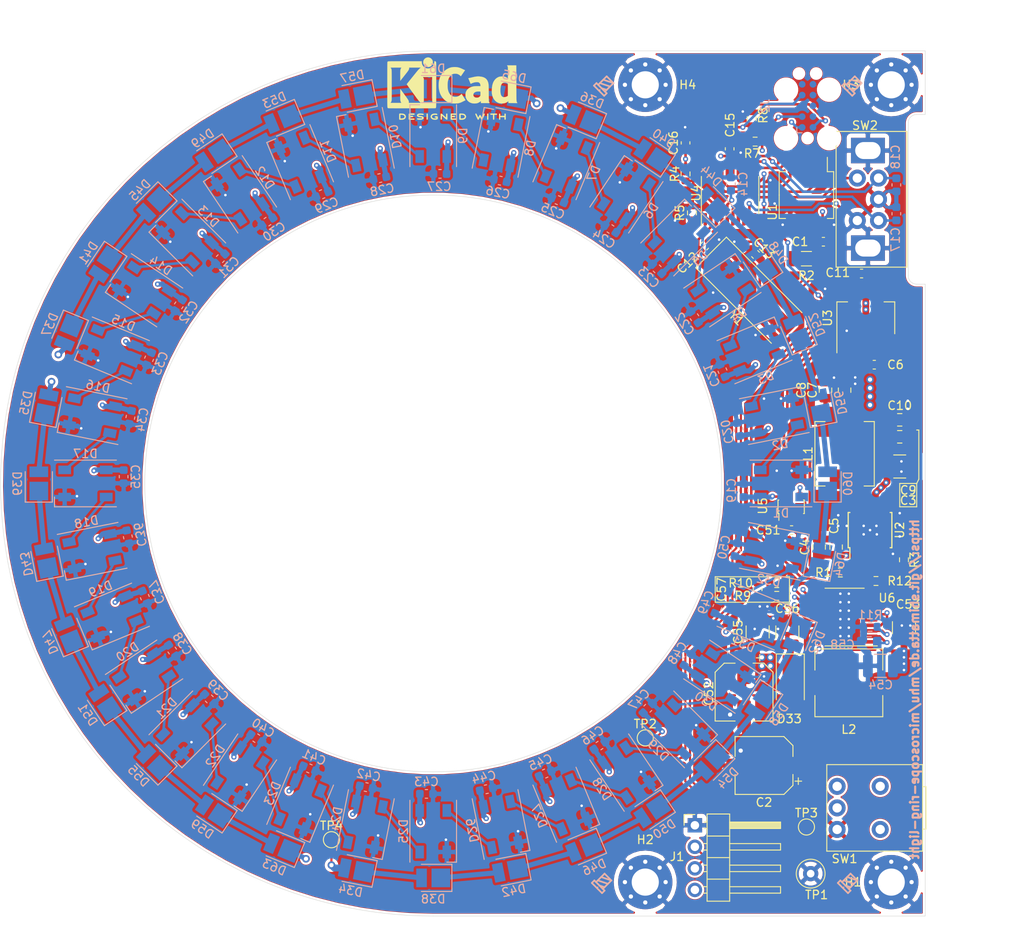
<source format=kicad_pcb>
(kicad_pcb (version 20171130) (host pcbnew 5.1.9)

  (general
    (thickness 1.6)
    (drawings 32)
    (tracks 1038)
    (zones 0)
    (modules 162)
    (nets 94)
  )

  (page A4)
  (title_block
    (title "Microscope Ring Light")
    (date 2021-04-07)
    (rev v2.0)
    (company Shimatta)
  )

  (layers
    (0 F.Cu signal)
    (1 In1.Cu power)
    (2 In2.Cu power)
    (31 B.Cu signal)
    (32 B.Adhes user)
    (33 F.Adhes user)
    (34 B.Paste user)
    (35 F.Paste user)
    (36 B.SilkS user)
    (37 F.SilkS user)
    (38 B.Mask user)
    (39 F.Mask user)
    (40 Dwgs.User user)
    (41 Cmts.User user)
    (42 Eco1.User user)
    (43 Eco2.User user)
    (44 Edge.Cuts user)
    (45 Margin user)
    (46 B.CrtYd user)
    (47 F.CrtYd user)
    (48 B.Fab user hide)
    (49 F.Fab user hide)
  )

  (setup
    (last_trace_width 0.25)
    (user_trace_width 0.3)
    (user_trace_width 0.6)
    (user_trace_width 0.8)
    (user_trace_width 2.5)
    (trace_clearance 0.2)
    (zone_clearance 0.3)
    (zone_45_only no)
    (trace_min 0.25)
    (via_size 0.8)
    (via_drill 0.4)
    (via_min_size 0.5)
    (via_min_drill 0.3)
    (user_via 0.6 0.3)
    (user_via 0.9 0.5)
    (uvia_size 0.3)
    (uvia_drill 0.1)
    (uvias_allowed no)
    (uvia_min_size 0.2)
    (uvia_min_drill 0.1)
    (edge_width 0.05)
    (segment_width 0.2)
    (pcb_text_width 0.3)
    (pcb_text_size 1.5 1.5)
    (mod_edge_width 0.12)
    (mod_text_size 1 1)
    (mod_text_width 0.15)
    (pad_size 1.205 1.55)
    (pad_drill 0)
    (pad_to_mask_clearance 0)
    (aux_axis_origin 70 70)
    (grid_origin 70 70)
    (visible_elements FFFFFF7F)
    (pcbplotparams
      (layerselection 0x010fc_ffffffff)
      (usegerberextensions true)
      (usegerberattributes true)
      (usegerberadvancedattributes true)
      (creategerberjobfile false)
      (excludeedgelayer true)
      (linewidth 0.100000)
      (plotframeref false)
      (viasonmask false)
      (mode 1)
      (useauxorigin false)
      (hpglpennumber 1)
      (hpglpenspeed 20)
      (hpglpendiameter 15.000000)
      (psnegative false)
      (psa4output false)
      (plotreference true)
      (plotvalue true)
      (plotinvisibletext false)
      (padsonsilk false)
      (subtractmaskfromsilk false)
      (outputformat 1)
      (mirror false)
      (drillshape 0)
      (scaleselection 1)
      (outputdirectory "gerber/"))
  )

  (net 0 "")
  (net 1 GND)
  (net 2 +3V3)
  (net 3 /TIM3_CH1)
  (net 4 /TIM3_CH2)
  (net 5 +12V)
  (net 6 +5V)
  (net 7 "Net-(D1-Pad4)")
  (net 8 "Net-(D1-Pad2)")
  (net 9 "Net-(D2-Pad4)")
  (net 10 "Net-(D3-Pad4)")
  (net 11 "Net-(D22-Pad4)")
  (net 12 "Net-(D4-Pad4)")
  (net 13 "Net-(D23-Pad4)")
  (net 14 "Net-(D5-Pad4)")
  (net 15 "Net-(D10-Pad2)")
  (net 16 "Net-(D10-Pad4)")
  (net 17 "Net-(D11-Pad4)")
  (net 18 "Net-(D12-Pad4)")
  (net 19 "Net-(D13-Pad4)")
  (net 20 "Net-(D14-Pad4)")
  (net 21 "Net-(D15-Pad4)")
  (net 22 "Net-(D16-Pad4)")
  (net 23 "Net-(D17-Pad4)")
  (net 24 "Net-(D18-Pad4)")
  (net 25 "Net-(D19-Pad4)")
  (net 26 "Net-(D20-Pad4)")
  (net 27 "Net-(D24-Pad4)")
  (net 28 /DMX+)
  (net 29 /DMX-)
  (net 30 /~RESET)
  (net 31 /STM_RX)
  (net 32 /STM_TX)
  (net 33 /SWCLK)
  (net 34 /SWDIO)
  (net 35 "/LED Grave/SK6812_DATA_IN")
  (net 36 /BUTTON)
  (net 37 "Net-(L1-Pad1)")
  (net 38 "Net-(C12-Pad1)")
  (net 39 "Net-(C13-Pad1)")
  (net 40 "Net-(D6-Pad4)")
  (net 41 "Net-(D7-Pad4)")
  (net 42 "Net-(D8-Pad4)")
  (net 43 "Net-(D21-Pad4)")
  (net 44 "Net-(D25-Pad4)")
  (net 45 "Net-(D26-Pad4)")
  (net 46 "Net-(D27-Pad4)")
  (net 47 "Net-(D28-Pad4)")
  (net 48 "Net-(D29-Pad4)")
  (net 49 "Net-(J1-Pad4)")
  (net 50 "Net-(D34-Pad1)")
  (net 51 "Net-(D35-Pad1)")
  (net 52 "Net-(D36-Pad1)")
  (net 53 "Net-(D37-Pad1)")
  (net 54 "Net-(D38-Pad1)")
  (net 55 "Net-(D39-Pad1)")
  (net 56 "Net-(D40-Pad1)")
  (net 57 "Net-(D41-Pad1)")
  (net 58 "Net-(D42-Pad1)")
  (net 59 "Net-(D43-Pad1)")
  (net 60 "Net-(D44-Pad1)")
  (net 61 "Net-(D45-Pad1)")
  (net 62 "Net-(D46-Pad1)")
  (net 63 "Net-(D47-Pad1)")
  (net 64 "Net-(D48-Pad1)")
  (net 65 "Net-(D49-Pad1)")
  (net 66 "Net-(D50-Pad1)")
  (net 67 "Net-(D51-Pad1)")
  (net 68 "Net-(D52-Pad1)")
  (net 69 "Net-(D53-Pad1)")
  (net 70 "Net-(D54-Pad1)")
  (net 71 "Net-(D55-Pad1)")
  (net 72 "Net-(D56-Pad1)")
  (net 73 "Net-(D57-Pad1)")
  (net 74 "Net-(D58-Pad1)")
  (net 75 "Net-(D59-Pad1)")
  (net 76 "Net-(D60-Pad1)")
  (net 77 "Net-(D61-Pad1)")
  (net 78 "Net-(D62-Pad1)")
  (net 79 "Net-(D63-Pad1)")
  (net 80 "Net-(R1-Pad2)")
  (net 81 /DMX_~RX~TX)
  (net 82 /WHITE_PWM)
  (net 83 /WhiteLEDs/LED_SUPPLY)
  (net 84 "Net-(D30-Pad4)")
  (net 85 "Net-(C57-Pad2)")
  (net 86 "Net-(C58-Pad1)")
  (net 87 "Net-(D31-Pad4)")
  (net 88 "Net-(D33-Pad2)")
  (net 89 "Net-(D64-Pad1)")
  (net 90 "Net-(D65-Pad1)")
  (net 91 "Net-(R5-Pad1)")
  (net 92 "Net-(R11-Pad2)")
  (net 93 "Net-(R12-Pad1)")

  (net_class Default "This is the default net class."
    (clearance 0.2)
    (trace_width 0.25)
    (via_dia 0.8)
    (via_drill 0.4)
    (uvia_dia 0.3)
    (uvia_drill 0.1)
    (diff_pair_width 0.3)
    (diff_pair_gap 0.26)
    (add_net +12V)
    (add_net +3V3)
    (add_net +5V)
    (add_net /BUTTON)
    (add_net /DMX_~RX~TX)
    (add_net "/LED Grave/SK6812_DATA_IN")
    (add_net /STM_RX)
    (add_net /STM_TX)
    (add_net /SWCLK)
    (add_net /SWDIO)
    (add_net /TIM3_CH1)
    (add_net /TIM3_CH2)
    (add_net /WHITE_PWM)
    (add_net /~RESET)
    (add_net GND)
    (add_net "Net-(C12-Pad1)")
    (add_net "Net-(C13-Pad1)")
    (add_net "Net-(C57-Pad2)")
    (add_net "Net-(C58-Pad1)")
    (add_net "Net-(D1-Pad2)")
    (add_net "Net-(D1-Pad4)")
    (add_net "Net-(D10-Pad2)")
    (add_net "Net-(D10-Pad4)")
    (add_net "Net-(D11-Pad4)")
    (add_net "Net-(D12-Pad4)")
    (add_net "Net-(D13-Pad4)")
    (add_net "Net-(D14-Pad4)")
    (add_net "Net-(D15-Pad4)")
    (add_net "Net-(D16-Pad4)")
    (add_net "Net-(D17-Pad4)")
    (add_net "Net-(D18-Pad4)")
    (add_net "Net-(D19-Pad4)")
    (add_net "Net-(D2-Pad4)")
    (add_net "Net-(D20-Pad4)")
    (add_net "Net-(D21-Pad4)")
    (add_net "Net-(D22-Pad4)")
    (add_net "Net-(D23-Pad4)")
    (add_net "Net-(D24-Pad4)")
    (add_net "Net-(D25-Pad4)")
    (add_net "Net-(D26-Pad4)")
    (add_net "Net-(D27-Pad4)")
    (add_net "Net-(D28-Pad4)")
    (add_net "Net-(D29-Pad4)")
    (add_net "Net-(D3-Pad4)")
    (add_net "Net-(D30-Pad4)")
    (add_net "Net-(D31-Pad4)")
    (add_net "Net-(D33-Pad2)")
    (add_net "Net-(D34-Pad1)")
    (add_net "Net-(D35-Pad1)")
    (add_net "Net-(D36-Pad1)")
    (add_net "Net-(D37-Pad1)")
    (add_net "Net-(D38-Pad1)")
    (add_net "Net-(D39-Pad1)")
    (add_net "Net-(D4-Pad4)")
    (add_net "Net-(D40-Pad1)")
    (add_net "Net-(D41-Pad1)")
    (add_net "Net-(D42-Pad1)")
    (add_net "Net-(D43-Pad1)")
    (add_net "Net-(D44-Pad1)")
    (add_net "Net-(D45-Pad1)")
    (add_net "Net-(D46-Pad1)")
    (add_net "Net-(D47-Pad1)")
    (add_net "Net-(D48-Pad1)")
    (add_net "Net-(D49-Pad1)")
    (add_net "Net-(D5-Pad4)")
    (add_net "Net-(D50-Pad1)")
    (add_net "Net-(D51-Pad1)")
    (add_net "Net-(D52-Pad1)")
    (add_net "Net-(D53-Pad1)")
    (add_net "Net-(D54-Pad1)")
    (add_net "Net-(D55-Pad1)")
    (add_net "Net-(D56-Pad1)")
    (add_net "Net-(D57-Pad1)")
    (add_net "Net-(D58-Pad1)")
    (add_net "Net-(D59-Pad1)")
    (add_net "Net-(D6-Pad4)")
    (add_net "Net-(D60-Pad1)")
    (add_net "Net-(D61-Pad1)")
    (add_net "Net-(D62-Pad1)")
    (add_net "Net-(D63-Pad1)")
    (add_net "Net-(D64-Pad1)")
    (add_net "Net-(D65-Pad1)")
    (add_net "Net-(D7-Pad4)")
    (add_net "Net-(D8-Pad4)")
    (add_net "Net-(J1-Pad4)")
    (add_net "Net-(L1-Pad1)")
    (add_net "Net-(R1-Pad2)")
    (add_net "Net-(R11-Pad2)")
    (add_net "Net-(R12-Pad1)")
    (add_net "Net-(R5-Pad1)")
  )

  (net_class DMX-DIFF120 ""
    (clearance 0.2)
    (trace_width 0.25)
    (via_dia 0.6)
    (via_drill 0.3)
    (uvia_dia 0.3)
    (uvia_drill 0.1)
    (diff_pair_width 0.25)
    (diff_pair_gap 0.3)
    (add_net /DMX+)
    (add_net /DMX-)
  )

  (net_class LED_SUPPLY ""
    (clearance 0.35)
    (trace_width 0.25)
    (via_dia 0.8)
    (via_drill 0.4)
    (uvia_dia 0.3)
    (uvia_drill 0.1)
    (diff_pair_width 0.3)
    (diff_pair_gap 0.25)
    (add_net /WhiteLEDs/LED_SUPPLY)
  )

  (module shimatta_switch:EN11-VSM (layer F.Cu) (tedit 60201AA5) (tstamp 6068A86B)
    (at 122.5 36.5)
    (path /606929D5)
    (fp_text reference SW2 (at -1.6 -8.7) (layer F.SilkS)
      (effects (font (size 1 1) (thickness 0.15)))
    )
    (fp_text value EN11-VSM (at 2.25 0 90) (layer F.Fab)
      (effects (font (size 1 1) (thickness 0.15)))
    )
    (fp_line (start -5 8) (end -5 -8) (layer F.SilkS) (width 0.12))
    (fp_line (start 3.35 8) (end -5 8) (layer F.SilkS) (width 0.12))
    (fp_line (start 3.35 -8) (end 3.35 8) (layer F.SilkS) (width 0.12))
    (fp_line (start -5 -8) (end 3.35 -8) (layer F.SilkS) (width 0.12))
    (fp_line (start 16.15 3) (end 8 3) (layer F.Fab) (width 0.12))
    (fp_line (start 16.15 -3) (end 16.15 3) (layer F.Fab) (width 0.12))
    (fp_line (start 8 -3) (end 16.15 -3) (layer F.Fab) (width 0.12))
    (fp_line (start 8 -3.5) (end 8 3.5) (layer F.Fab) (width 0.12))
    (fp_line (start 3.35 3.5) (end 8 3.5) (layer F.Fab) (width 0.12))
    (fp_line (start 3.35 -3.5) (end 8 -3.5) (layer F.Fab) (width 0.12))
    (fp_line (start 3.35 -8) (end 3.35 8) (layer F.Fab) (width 0.12))
    (fp_line (start -5 8) (end 3.35 8) (layer F.Fab) (width 0.12))
    (fp_line (start -5 -8) (end -5 8) (layer F.Fab) (width 0.12))
    (fp_line (start -5 -8) (end 3.35 -8) (layer F.Fab) (width 0.12))
    (pad MP thru_hole rect (at -1.25 5.75) (size 4 3) (drill oval 3 2) (layers *.Cu *.Mask)
      (net 1 GND))
    (pad MP thru_hole rect (at -1.25 -5.75) (size 4 3) (drill oval 3 2) (layers *.Cu *.Mask)
      (net 1 GND))
    (pad S2 thru_hole circle (at -2.5 2.5) (size 2 2) (drill 1.1) (layers *.Cu *.Mask)
      (net 1 GND))
    (pad S1 thru_hole circle (at -2.5 -2.5) (size 2 2) (drill 1.1) (layers *.Cu *.Mask)
      (net 36 /BUTTON))
    (pad C thru_hole circle (at 0 0) (size 2 2) (drill 1.1) (layers *.Cu *.Mask)
      (net 1 GND))
    (pad B thru_hole circle (at 0 -2.5) (size 2 2) (drill 1.1) (layers *.Cu *.Mask)
      (net 4 /TIM3_CH2))
    (pad A thru_hole circle (at 0 2.5) (size 2 2) (drill 1.1) (layers *.Cu *.Mask)
      (net 3 /TIM3_CH1))
  )

  (module Capacitor_SMD:C_0805_2012Metric (layer F.Cu) (tedit 5F68FEEE) (tstamp 60622F58)
    (at 125 62.5)
    (descr "Capacitor SMD 0805 (2012 Metric), square (rectangular) end terminal, IPC_7351 nominal, (Body size source: IPC-SM-782 page 76, https://www.pcb-3d.com/wordpress/wp-content/uploads/ipc-sm-782a_amendment_1_and_2.pdf, https://docs.google.com/spreadsheets/d/1BsfQQcO9C6DZCsRaXUlFlo91Tg2WpOkGARC1WS5S8t0/edit?usp=sharing), generated with kicad-footprint-generator")
    (tags capacitor)
    (path /600E7362)
    (attr smd)
    (fp_text reference C10 (at 0 -1.68) (layer F.SilkS)
      (effects (font (size 1 1) (thickness 0.15)))
    )
    (fp_text value 10u (at 0 1.68) (layer F.Fab)
      (effects (font (size 1 1) (thickness 0.15)))
    )
    (fp_line (start -1 0.625) (end -1 -0.625) (layer F.Fab) (width 0.1))
    (fp_line (start -1 -0.625) (end 1 -0.625) (layer F.Fab) (width 0.1))
    (fp_line (start 1 -0.625) (end 1 0.625) (layer F.Fab) (width 0.1))
    (fp_line (start 1 0.625) (end -1 0.625) (layer F.Fab) (width 0.1))
    (fp_line (start -0.261252 -0.735) (end 0.261252 -0.735) (layer F.SilkS) (width 0.12))
    (fp_line (start -0.261252 0.735) (end 0.261252 0.735) (layer F.SilkS) (width 0.12))
    (fp_line (start -1.7 0.98) (end -1.7 -0.98) (layer F.CrtYd) (width 0.05))
    (fp_line (start -1.7 -0.98) (end 1.7 -0.98) (layer F.CrtYd) (width 0.05))
    (fp_line (start 1.7 -0.98) (end 1.7 0.98) (layer F.CrtYd) (width 0.05))
    (fp_line (start 1.7 0.98) (end -1.7 0.98) (layer F.CrtYd) (width 0.05))
    (fp_text user %R (at 0 0) (layer F.Fab)
      (effects (font (size 0.5 0.5) (thickness 0.08)))
    )
    (pad 2 smd roundrect (at 0.95 0) (size 1 1.45) (layers F.Cu F.Paste F.Mask) (roundrect_rratio 0.25)
      (net 1 GND))
    (pad 1 smd roundrect (at -0.95 0) (size 1 1.45) (layers F.Cu F.Paste F.Mask) (roundrect_rratio 0.25)
      (net 6 +5V))
    (model ${KISYS3DMOD}/Capacitor_SMD.3dshapes/C_0805_2012Metric.wrl
      (at (xyz 0 0 0))
      (scale (xyz 1 1 1))
      (rotate (xyz 0 0 0))
    )
  )

  (module Capacitor_SMD:C_0805_2012Metric (layer F.Cu) (tedit 5F68FEEE) (tstamp 60622E53)
    (at 125 64.5)
    (descr "Capacitor SMD 0805 (2012 Metric), square (rectangular) end terminal, IPC_7351 nominal, (Body size source: IPC-SM-782 page 76, https://www.pcb-3d.com/wordpress/wp-content/uploads/ipc-sm-782a_amendment_1_and_2.pdf, https://docs.google.com/spreadsheets/d/1BsfQQcO9C6DZCsRaXUlFlo91Tg2WpOkGARC1WS5S8t0/edit?usp=sharing), generated with kicad-footprint-generator")
    (tags capacitor)
    (path /600E6713)
    (attr smd)
    (fp_text reference C9 (at 1 6.3) (layer F.SilkS)
      (effects (font (size 1 1) (thickness 0.15)))
    )
    (fp_text value 10u (at 0 1.68) (layer F.Fab)
      (effects (font (size 1 1) (thickness 0.15)))
    )
    (fp_line (start -1 0.625) (end -1 -0.625) (layer F.Fab) (width 0.1))
    (fp_line (start -1 -0.625) (end 1 -0.625) (layer F.Fab) (width 0.1))
    (fp_line (start 1 -0.625) (end 1 0.625) (layer F.Fab) (width 0.1))
    (fp_line (start 1 0.625) (end -1 0.625) (layer F.Fab) (width 0.1))
    (fp_line (start -0.261252 -0.735) (end 0.261252 -0.735) (layer F.SilkS) (width 0.12))
    (fp_line (start -0.261252 0.735) (end 0.261252 0.735) (layer F.SilkS) (width 0.12))
    (fp_line (start -1.7 0.98) (end -1.7 -0.98) (layer F.CrtYd) (width 0.05))
    (fp_line (start -1.7 -0.98) (end 1.7 -0.98) (layer F.CrtYd) (width 0.05))
    (fp_line (start 1.7 -0.98) (end 1.7 0.98) (layer F.CrtYd) (width 0.05))
    (fp_line (start 1.7 0.98) (end -1.7 0.98) (layer F.CrtYd) (width 0.05))
    (fp_text user %R (at 0 0) (layer F.Fab)
      (effects (font (size 0.5 0.5) (thickness 0.08)))
    )
    (pad 2 smd roundrect (at 0.95 0) (size 1 1.45) (layers F.Cu F.Paste F.Mask) (roundrect_rratio 0.25)
      (net 1 GND))
    (pad 1 smd roundrect (at -0.95 0) (size 1 1.45) (layers F.Cu F.Paste F.Mask) (roundrect_rratio 0.25)
      (net 6 +5V))
    (model ${KISYS3DMOD}/Capacitor_SMD.3dshapes/C_0805_2012Metric.wrl
      (at (xyz 0 0 0))
      (scale (xyz 1 1 1))
      (rotate (xyz 0 0 0))
    )
  )

  (module Capacitor_SMD:C_0805_2012Metric (layer F.Cu) (tedit 5F68FEEE) (tstamp 60622F22)
    (at 116.25 59 90)
    (descr "Capacitor SMD 0805 (2012 Metric), square (rectangular) end terminal, IPC_7351 nominal, (Body size source: IPC-SM-782 page 76, https://www.pcb-3d.com/wordpress/wp-content/uploads/ipc-sm-782a_amendment_1_and_2.pdf, https://docs.google.com/spreadsheets/d/1BsfQQcO9C6DZCsRaXUlFlo91Tg2WpOkGARC1WS5S8t0/edit?usp=sharing), generated with kicad-footprint-generator")
    (tags capacitor)
    (path /600E635C)
    (attr smd)
    (fp_text reference C8 (at 0 -2.85 90) (layer F.SilkS)
      (effects (font (size 1 1) (thickness 0.15)))
    )
    (fp_text value 10u (at 0 1.68 90) (layer F.Fab)
      (effects (font (size 1 1) (thickness 0.15)))
    )
    (fp_line (start -1 0.625) (end -1 -0.625) (layer F.Fab) (width 0.1))
    (fp_line (start -1 -0.625) (end 1 -0.625) (layer F.Fab) (width 0.1))
    (fp_line (start 1 -0.625) (end 1 0.625) (layer F.Fab) (width 0.1))
    (fp_line (start 1 0.625) (end -1 0.625) (layer F.Fab) (width 0.1))
    (fp_line (start -0.261252 -0.735) (end 0.261252 -0.735) (layer F.SilkS) (width 0.12))
    (fp_line (start -0.261252 0.735) (end 0.261252 0.735) (layer F.SilkS) (width 0.12))
    (fp_line (start -1.7 0.98) (end -1.7 -0.98) (layer F.CrtYd) (width 0.05))
    (fp_line (start -1.7 -0.98) (end 1.7 -0.98) (layer F.CrtYd) (width 0.05))
    (fp_line (start 1.7 -0.98) (end 1.7 0.98) (layer F.CrtYd) (width 0.05))
    (fp_line (start 1.7 0.98) (end -1.7 0.98) (layer F.CrtYd) (width 0.05))
    (fp_text user %R (at 0 0 90) (layer F.Fab)
      (effects (font (size 0.5 0.5) (thickness 0.08)))
    )
    (pad 2 smd roundrect (at 0.95 0 90) (size 1 1.45) (layers F.Cu F.Paste F.Mask) (roundrect_rratio 0.25)
      (net 1 GND))
    (pad 1 smd roundrect (at -0.95 0 90) (size 1 1.45) (layers F.Cu F.Paste F.Mask) (roundrect_rratio 0.25)
      (net 6 +5V))
    (model ${KISYS3DMOD}/Capacitor_SMD.3dshapes/C_0805_2012Metric.wrl
      (at (xyz 0 0 0))
      (scale (xyz 1 1 1))
      (rotate (xyz 0 0 0))
    )
  )

  (module Capacitor_SMD:C_0805_2012Metric (layer F.Cu) (tedit 5F68FEEE) (tstamp 60622FFD)
    (at 118.5 59 90)
    (descr "Capacitor SMD 0805 (2012 Metric), square (rectangular) end terminal, IPC_7351 nominal, (Body size source: IPC-SM-782 page 76, https://www.pcb-3d.com/wordpress/wp-content/uploads/ipc-sm-782a_amendment_1_and_2.pdf, https://docs.google.com/spreadsheets/d/1BsfQQcO9C6DZCsRaXUlFlo91Tg2WpOkGARC1WS5S8t0/edit?usp=sharing), generated with kicad-footprint-generator")
    (tags capacitor)
    (path /600E5144)
    (attr smd)
    (fp_text reference C7 (at 0 -3.8 90) (layer F.SilkS)
      (effects (font (size 1 1) (thickness 0.15)))
    )
    (fp_text value 10u (at 0 1.68 90) (layer F.Fab)
      (effects (font (size 1 1) (thickness 0.15)))
    )
    (fp_line (start -1 0.625) (end -1 -0.625) (layer F.Fab) (width 0.1))
    (fp_line (start -1 -0.625) (end 1 -0.625) (layer F.Fab) (width 0.1))
    (fp_line (start 1 -0.625) (end 1 0.625) (layer F.Fab) (width 0.1))
    (fp_line (start 1 0.625) (end -1 0.625) (layer F.Fab) (width 0.1))
    (fp_line (start -0.261252 -0.735) (end 0.261252 -0.735) (layer F.SilkS) (width 0.12))
    (fp_line (start -0.261252 0.735) (end 0.261252 0.735) (layer F.SilkS) (width 0.12))
    (fp_line (start -1.7 0.98) (end -1.7 -0.98) (layer F.CrtYd) (width 0.05))
    (fp_line (start -1.7 -0.98) (end 1.7 -0.98) (layer F.CrtYd) (width 0.05))
    (fp_line (start 1.7 -0.98) (end 1.7 0.98) (layer F.CrtYd) (width 0.05))
    (fp_line (start 1.7 0.98) (end -1.7 0.98) (layer F.CrtYd) (width 0.05))
    (fp_text user %R (at 0 0 90) (layer F.Fab)
      (effects (font (size 0.5 0.5) (thickness 0.08)))
    )
    (pad 2 smd roundrect (at 0.95 0 90) (size 1 1.45) (layers F.Cu F.Paste F.Mask) (roundrect_rratio 0.25)
      (net 1 GND))
    (pad 1 smd roundrect (at -0.95 0 90) (size 1 1.45) (layers F.Cu F.Paste F.Mask) (roundrect_rratio 0.25)
      (net 6 +5V))
    (model ${KISYS3DMOD}/Capacitor_SMD.3dshapes/C_0805_2012Metric.wrl
      (at (xyz 0 0 0))
      (scale (xyz 1 1 1))
      (rotate (xyz 0 0 0))
    )
  )

  (module shimatta_inductor:FerroCore_DE0704 (layer F.Cu) (tedit 606204E6) (tstamp 6062A4A1)
    (at 119 93.5 180)
    (path /606770DB/60625C92)
    (fp_text reference L2 (at 0 -5.5) (layer F.SilkS)
      (effects (font (size 1 1) (thickness 0.15)))
    )
    (fp_text value DE0704-22 (at 0 -2) (layer F.Fab)
      (effects (font (size 1 1) (thickness 0.15)))
    )
    (fp_circle (center 0 0) (end 3.25 0) (layer F.Fab) (width 0.12))
    (fp_line (start -3.75 2.75) (end -3.75 -2.75) (layer F.Fab) (width 0.12))
    (fp_line (start 2.75 3.75) (end -2.75 3.75) (layer F.Fab) (width 0.12))
    (fp_line (start 3.75 -2.75) (end 3.75 2.75) (layer F.Fab) (width 0.12))
    (fp_line (start -2.75 -3.75) (end 2.75 -3.75) (layer F.Fab) (width 0.12))
    (fp_line (start -4.5 4) (end -4.5 -4) (layer F.CrtYd) (width 0.12))
    (fp_line (start 4.5 4) (end -4.5 4) (layer F.CrtYd) (width 0.12))
    (fp_line (start 4.5 -4) (end 4.5 4) (layer F.CrtYd) (width 0.12))
    (fp_line (start -4.5 -4) (end 4.5 -4) (layer F.CrtYd) (width 0.12))
    (fp_line (start -4 -1.5) (end -4 -4) (layer F.SilkS) (width 0.12))
    (fp_line (start -4 -4) (end 4 -4) (layer F.SilkS) (width 0.12))
    (fp_line (start 4 -4) (end 4 -1.5) (layer F.SilkS) (width 0.12))
    (fp_line (start 4 1.5) (end 4 4) (layer F.SilkS) (width 0.12))
    (fp_line (start 4 4) (end -4 4) (layer F.SilkS) (width 0.12))
    (fp_line (start -4 4) (end -4 1.5) (layer F.SilkS) (width 0.12))
    (fp_arc (start -2.75 2.75) (end -3.75 2.75) (angle -90) (layer F.Fab) (width 0.12))
    (fp_arc (start 2.75 2.75) (end 2.75 3.75) (angle -90) (layer F.Fab) (width 0.12))
    (fp_arc (start 2.75 -2.75) (end 3.75 -2.75) (angle -90) (layer F.Fab) (width 0.12))
    (fp_arc (start -2.75 -2.75) (end -2.75 -3.75) (angle -90) (layer F.Fab) (width 0.12))
    (pad 2 smd rect (at 3.5 0 180) (size 1.6 2.2) (layers F.Cu F.Paste F.Mask)
      (net 88 "Net-(D33-Pad2)"))
    (pad 1 smd rect (at -3.5 0 180) (size 1.6 2.2) (layers F.Cu F.Paste F.Mask)
      (net 5 +12V))
  )

  (module Symbol:KiCad-Logo2_6mm_SilkScreen (layer F.Cu) (tedit 0) (tstamp 6061956D)
    (at 72.25 22.75)
    (descr "KiCad Logo")
    (tags "Logo KiCad")
    (attr virtual)
    (fp_text reference REF** (at 0 -5.08) (layer F.SilkS) hide
      (effects (font (size 1 1) (thickness 0.15)))
    )
    (fp_text value KiCad-Logo2_6mm_SilkScreen (at 0 6.35) (layer F.Fab) hide
      (effects (font (size 1 1) (thickness 0.15)))
    )
    (fp_poly (pts (xy -5.955743 -2.526311) (xy -5.69122 -2.526275) (xy -5.568088 -2.52627) (xy -3.597189 -2.52627)
      (xy -3.597189 -2.41009) (xy -3.584789 -2.268709) (xy -3.547364 -2.138316) (xy -3.484577 -2.018138)
      (xy -3.396094 -1.907398) (xy -3.366157 -1.877489) (xy -3.258466 -1.792652) (xy -3.139725 -1.730779)
      (xy -3.01346 -1.691841) (xy -2.883197 -1.67581) (xy -2.752465 -1.682658) (xy -2.624788 -1.712357)
      (xy -2.503695 -1.76488) (xy -2.392712 -1.840197) (xy -2.342868 -1.885637) (xy -2.249983 -1.997048)
      (xy -2.181873 -2.119565) (xy -2.139129 -2.251785) (xy -2.122347 -2.392308) (xy -2.122124 -2.406133)
      (xy -2.121244 -2.526266) (xy -2.068443 -2.526268) (xy -2.021604 -2.519911) (xy -1.978817 -2.504444)
      (xy -1.975989 -2.502846) (xy -1.966325 -2.497832) (xy -1.957451 -2.493927) (xy -1.949335 -2.489993)
      (xy -1.941943 -2.484894) (xy -1.935245 -2.477492) (xy -1.929208 -2.466649) (xy -1.923801 -2.451228)
      (xy -1.91899 -2.430091) (xy -1.914745 -2.402101) (xy -1.911032 -2.366121) (xy -1.907821 -2.321013)
      (xy -1.905078 -2.26564) (xy -1.902772 -2.198863) (xy -1.900871 -2.119547) (xy -1.899342 -2.026553)
      (xy -1.898154 -1.918743) (xy -1.897274 -1.794981) (xy -1.89667 -1.654129) (xy -1.896311 -1.49505)
      (xy -1.896165 -1.316605) (xy -1.896198 -1.117658) (xy -1.89638 -0.897071) (xy -1.896677 -0.653707)
      (xy -1.897059 -0.386428) (xy -1.897492 -0.094097) (xy -1.897945 0.224424) (xy -1.897998 0.26323)
      (xy -1.898404 0.583782) (xy -1.898749 0.878012) (xy -1.899069 1.147056) (xy -1.8994 1.392052)
      (xy -1.899779 1.614137) (xy -1.900243 1.814447) (xy -1.900828 1.994119) (xy -1.90157 2.15429)
      (xy -1.902506 2.296098) (xy -1.903673 2.420679) (xy -1.905107 2.52917) (xy -1.906844 2.622707)
      (xy -1.908922 2.702429) (xy -1.911376 2.769472) (xy -1.914244 2.824973) (xy -1.917561 2.870068)
      (xy -1.921364 2.905895) (xy -1.92569 2.933591) (xy -1.930575 2.954293) (xy -1.936055 2.969137)
      (xy -1.942168 2.97926) (xy -1.94895 2.9858) (xy -1.956437 2.989893) (xy -1.964666 2.992676)
      (xy -1.973673 2.995287) (xy -1.983495 2.998862) (xy -1.985894 2.99995) (xy -1.993435 3.002396)
      (xy -2.006056 3.004642) (xy -2.024859 3.006698) (xy -2.050947 3.008572) (xy -2.085422 3.010271)
      (xy -2.129385 3.011803) (xy -2.183939 3.013177) (xy -2.250185 3.0144) (xy -2.329226 3.015481)
      (xy -2.422163 3.016427) (xy -2.530099 3.017247) (xy -2.654136 3.017947) (xy -2.795376 3.018538)
      (xy -2.954921 3.019025) (xy -3.133872 3.019419) (xy -3.333332 3.019725) (xy -3.554404 3.019953)
      (xy -3.798188 3.02011) (xy -4.065787 3.020205) (xy -4.358303 3.020245) (xy -4.676839 3.020238)
      (xy -4.780021 3.020228) (xy -5.105623 3.020176) (xy -5.404881 3.020091) (xy -5.678909 3.019963)
      (xy -5.928824 3.019785) (xy -6.15574 3.019548) (xy -6.360773 3.019242) (xy -6.545038 3.01886)
      (xy -6.70965 3.018392) (xy -6.855725 3.01783) (xy -6.984376 3.017165) (xy -7.096721 3.016388)
      (xy -7.193874 3.015491) (xy -7.27695 3.014465) (xy -7.347064 3.013301) (xy -7.405332 3.011991)
      (xy -7.452869 3.010525) (xy -7.49079 3.008896) (xy -7.52021 3.007093) (xy -7.542245 3.00511)
      (xy -7.55801 3.002936) (xy -7.56862 3.000563) (xy -7.574404 2.998391) (xy -7.584684 2.994056)
      (xy -7.594122 2.990859) (xy -7.602755 2.987665) (xy -7.610619 2.983338) (xy -7.617748 2.976744)
      (xy -7.624179 2.966747) (xy -7.629947 2.952212) (xy -7.635089 2.932003) (xy -7.63964 2.904985)
      (xy -7.643635 2.870023) (xy -7.647111 2.825981) (xy -7.650102 2.771724) (xy -7.652646 2.706117)
      (xy -7.654777 2.628024) (xy -7.656532 2.53631) (xy -7.657945 2.42984) (xy -7.658315 2.388973)
      (xy -7.291884 2.388973) (xy -5.996734 2.388973) (xy -6.021655 2.351217) (xy -6.046447 2.312417)
      (xy -6.06744 2.275469) (xy -6.084935 2.237788) (xy -6.09923 2.196788) (xy -6.110623 2.149883)
      (xy -6.119413 2.094487) (xy -6.125898 2.028016) (xy -6.130377 1.947883) (xy -6.13315 1.851502)
      (xy -6.134513 1.736289) (xy -6.134767 1.599657) (xy -6.134209 1.43902) (xy -6.133893 1.379382)
      (xy -6.130325 0.740041) (xy -5.725298 1.291449) (xy -5.610554 1.447876) (xy -5.511143 1.584088)
      (xy -5.42599 1.70189) (xy -5.354022 1.803084) (xy -5.294166 1.889477) (xy -5.245348 1.962874)
      (xy -5.206495 2.025077) (xy -5.176534 2.077893) (xy -5.154391 2.123125) (xy -5.138993 2.162578)
      (xy -5.129266 2.198058) (xy -5.124137 2.231368) (xy -5.122532 2.264313) (xy -5.123379 2.298697)
      (xy -5.123595 2.303019) (xy -5.128054 2.389031) (xy -3.708692 2.388973) (xy -3.814265 2.282522)
      (xy -3.842913 2.253406) (xy -3.87009 2.225076) (xy -3.896989 2.195968) (xy -3.924803 2.16452)
      (xy -3.954725 2.129169) (xy -3.987946 2.088354) (xy -4.025661 2.040511) (xy -4.06906 1.984079)
      (xy -4.119338 1.917494) (xy -4.177688 1.839195) (xy -4.2453 1.747619) (xy -4.323369 1.641204)
      (xy -4.413088 1.518387) (xy -4.515648 1.377605) (xy -4.632242 1.217297) (xy -4.727809 1.085798)
      (xy -4.847749 0.920596) (xy -4.95238 0.776152) (xy -5.042648 0.651094) (xy -5.119503 0.544052)
      (xy -5.183891 0.453654) (xy -5.236761 0.378529) (xy -5.27906 0.317304) (xy -5.311736 0.26861)
      (xy -5.335738 0.231074) (xy -5.352013 0.203325) (xy -5.361508 0.183992) (xy -5.365173 0.171703)
      (xy -5.364071 0.165242) (xy -5.350724 0.148048) (xy -5.321866 0.111655) (xy -5.27924 0.058224)
      (xy -5.224585 -0.010081) (xy -5.159644 -0.091097) (xy -5.086158 -0.18266) (xy -5.005868 -0.282608)
      (xy -4.920515 -0.388776) (xy -4.83184 -0.499003) (xy -4.741586 -0.611124) (xy -4.691944 -0.672756)
      (xy -3.459373 -0.672756) (xy -3.408146 -0.580081) (xy -3.356919 -0.487405) (xy -3.356919 2.203622)
      (xy -3.408146 2.296298) (xy -3.459373 2.388973) (xy -2.853396 2.388973) (xy -2.708734 2.388931)
      (xy -2.589244 2.388741) (xy -2.492642 2.388308) (xy -2.416642 2.387536) (xy -2.358957 2.38633)
      (xy -2.317301 2.384594) (xy -2.289389 2.382232) (xy -2.272935 2.37915) (xy -2.265652 2.375251)
      (xy -2.265255 2.37044) (xy -2.269458 2.364622) (xy -2.269501 2.364574) (xy -2.286813 2.339532)
      (xy -2.309736 2.298815) (xy -2.329981 2.258168) (xy -2.368379 2.176162) (xy -2.376211 -0.672756)
      (xy -3.459373 -0.672756) (xy -4.691944 -0.672756) (xy -4.651493 -0.722976) (xy -4.563302 -0.832396)
      (xy -4.478754 -0.937222) (xy -4.399592 -1.035289) (xy -4.327556 -1.124434) (xy -4.264387 -1.202495)
      (xy -4.211827 -1.267308) (xy -4.171617 -1.31671) (xy -4.148 -1.345513) (xy -4.05629 -1.453222)
      (xy -3.96806 -1.55042) (xy -3.886403 -1.633924) (xy -3.81441 -1.700552) (xy -3.763319 -1.741401)
      (xy -3.702907 -1.784865) (xy -5.092298 -1.784865) (xy -5.091908 -1.703334) (xy -5.095791 -1.643394)
      (xy -5.11039 -1.587823) (xy -5.132988 -1.535145) (xy -5.147678 -1.505385) (xy -5.163472 -1.475897)
      (xy -5.181814 -1.444724) (xy -5.204145 -1.409907) (xy -5.231909 -1.36949) (xy -5.266549 -1.321514)
      (xy -5.309507 -1.264022) (xy -5.362227 -1.195057) (xy -5.426151 -1.112661) (xy -5.502721 -1.014876)
      (xy -5.593381 -0.899745) (xy -5.699574 -0.76531) (xy -5.711568 -0.750141) (xy -6.130325 -0.220588)
      (xy -6.134378 -0.807078) (xy -6.135195 -0.982749) (xy -6.135021 -1.131468) (xy -6.133849 -1.253725)
      (xy -6.131669 -1.350011) (xy -6.128474 -1.420817) (xy -6.124256 -1.466631) (xy -6.122838 -1.475321)
      (xy -6.100591 -1.566865) (xy -6.071443 -1.649392) (xy -6.038182 -1.715747) (xy -6.0182 -1.74389)
      (xy -5.983722 -1.784865) (xy -6.637914 -1.784865) (xy -6.793969 -1.784731) (xy -6.924467 -1.784297)
      (xy -7.03131 -1.783511) (xy -7.116398 -1.782324) (xy -7.181635 -1.780683) (xy -7.228921 -1.778539)
      (xy -7.260157 -1.775841) (xy -7.277246 -1.772538) (xy -7.282088 -1.768579) (xy -7.281753 -1.767702)
      (xy -7.267885 -1.746769) (xy -7.244732 -1.713588) (xy -7.232754 -1.696807) (xy -7.220369 -1.68006)
      (xy -7.209237 -1.665085) (xy -7.199288 -1.650406) (xy -7.190451 -1.634551) (xy -7.182657 -1.616045)
      (xy -7.175835 -1.593415) (xy -7.169916 -1.565187) (xy -7.164829 -1.529887) (xy -7.160504 -1.486042)
      (xy -7.156871 -1.432178) (xy -7.15386 -1.36682) (xy -7.151401 -1.288496) (xy -7.149423 -1.195732)
      (xy -7.147858 -1.087053) (xy -7.146634 -0.960987) (xy -7.145681 -0.816058) (xy -7.14493 -0.650794)
      (xy -7.144311 -0.463721) (xy -7.143752 -0.253365) (xy -7.143185 -0.018252) (xy -7.142655 0.197741)
      (xy -7.142155 0.438535) (xy -7.141895 0.668274) (xy -7.141868 0.885493) (xy -7.142067 1.088722)
      (xy -7.142486 1.276496) (xy -7.143118 1.447345) (xy -7.143956 1.599803) (xy -7.144992 1.732403)
      (xy -7.14622 1.843676) (xy -7.147633 1.932156) (xy -7.149225 1.996375) (xy -7.150987 2.034865)
      (xy -7.151321 2.038933) (xy -7.163466 2.132248) (xy -7.182427 2.20719) (xy -7.211302 2.272594)
      (xy -7.25319 2.337293) (xy -7.258429 2.344352) (xy -7.291884 2.388973) (xy -7.658315 2.388973)
      (xy -7.659054 2.307479) (xy -7.659893 2.16809) (xy -7.660498 2.010539) (xy -7.660905 1.833691)
      (xy -7.66115 1.63641) (xy -7.661267 1.41756) (xy -7.661295 1.176007) (xy -7.661267 0.910615)
      (xy -7.66122 0.620249) (xy -7.66119 0.303773) (xy -7.661189 0.240946) (xy -7.661172 -0.078863)
      (xy -7.661112 -0.372339) (xy -7.661002 -0.64061) (xy -7.660833 -0.884802) (xy -7.660597 -1.106043)
      (xy -7.660284 -1.30546) (xy -7.659885 -1.48418) (xy -7.659393 -1.643329) (xy -7.658797 -1.784034)
      (xy -7.65809 -1.907424) (xy -7.657263 -2.014624) (xy -7.656307 -2.106762) (xy -7.655213 -2.184965)
      (xy -7.653973 -2.250359) (xy -7.652578 -2.304072) (xy -7.651018 -2.347231) (xy -7.649286 -2.380963)
      (xy -7.647372 -2.406395) (xy -7.645268 -2.424653) (xy -7.642966 -2.436866) (xy -7.640455 -2.444159)
      (xy -7.640363 -2.444341) (xy -7.635192 -2.455482) (xy -7.630885 -2.465569) (xy -7.626121 -2.474654)
      (xy -7.619578 -2.482788) (xy -7.609935 -2.490024) (xy -7.595871 -2.496414) (xy -7.576063 -2.502011)
      (xy -7.549191 -2.506867) (xy -7.513933 -2.511034) (xy -7.468968 -2.514564) (xy -7.412974 -2.517509)
      (xy -7.344629 -2.519923) (xy -7.262614 -2.521856) (xy -7.165605 -2.523362) (xy -7.052282 -2.524492)
      (xy -6.921323 -2.525298) (xy -6.771407 -2.525834) (xy -6.601213 -2.526151) (xy -6.409418 -2.526301)
      (xy -6.194702 -2.526337) (xy -5.955743 -2.526311)) (layer F.SilkS) (width 0.01))
    (fp_poly (pts (xy 0.439962 -1.839501) (xy 0.588014 -1.823293) (xy 0.731452 -1.794282) (xy 0.87611 -1.750955)
      (xy 1.027824 -1.691799) (xy 1.192428 -1.6153) (xy 1.222071 -1.600483) (xy 1.290098 -1.566969)
      (xy 1.354256 -1.536792) (xy 1.408215 -1.512834) (xy 1.44564 -1.497976) (xy 1.451389 -1.496105)
      (xy 1.506486 -1.479598) (xy 1.259851 -1.120799) (xy 1.199552 -1.033107) (xy 1.144422 -0.952988)
      (xy 1.096336 -0.883164) (xy 1.057168 -0.826353) (xy 1.028794 -0.785277) (xy 1.013087 -0.762654)
      (xy 1.010536 -0.759072) (xy 1.000171 -0.766562) (xy 0.97466 -0.789082) (xy 0.938563 -0.822539)
      (xy 0.918642 -0.84145) (xy 0.805773 -0.931222) (xy 0.679014 -0.999439) (xy 0.569783 -1.036805)
      (xy 0.504214 -1.04854) (xy 0.422116 -1.055692) (xy 0.333144 -1.058126) (xy 0.246956 -1.055712)
      (xy 0.173205 -1.048317) (xy 0.143776 -1.042653) (xy 0.011133 -0.997018) (xy -0.108394 -0.927337)
      (xy -0.214717 -0.83374) (xy -0.307747 -0.716351) (xy -0.387395 -0.5753) (xy -0.453574 -0.410714)
      (xy -0.506194 -0.22272) (xy -0.537467 -0.061783) (xy -0.545626 0.009263) (xy -0.551185 0.101046)
      (xy -0.554198 0.206968) (xy -0.554719 0.320434) (xy -0.5528 0.434849) (xy -0.548497 0.543617)
      (xy -0.541863 0.640143) (xy -0.532951 0.717831) (xy -0.531021 0.729817) (xy -0.488501 0.922892)
      (xy -0.430567 1.093773) (xy -0.356867 1.243224) (xy -0.267049 1.372011) (xy -0.203293 1.441639)
      (xy -0.088714 1.536173) (xy 0.036942 1.606246) (xy 0.171557 1.651477) (xy 0.313011 1.671484)
      (xy 0.459183 1.665885) (xy 0.607955 1.6343) (xy 0.695911 1.603394) (xy 0.817629 1.541506)
      (xy 0.94308 1.452729) (xy 1.013353 1.392694) (xy 1.052811 1.357947) (xy 1.083812 1.332454)
      (xy 1.101458 1.32017) (xy 1.103648 1.319795) (xy 1.111524 1.332347) (xy 1.131932 1.365516)
      (xy 1.163132 1.416458) (xy 1.203386 1.482331) (xy 1.250957 1.560289) (xy 1.304104 1.64749)
      (xy 1.333687 1.696067) (xy 1.559648 2.067215) (xy 1.277527 2.206639) (xy 1.175522 2.256719)
      (xy 1.092889 2.29621) (xy 1.024578 2.327073) (xy 0.965537 2.351268) (xy 0.910714 2.370758)
      (xy 0.85506 2.387503) (xy 0.793523 2.403465) (xy 0.73454 2.417482) (xy 0.682115 2.428329)
      (xy 0.627288 2.436526) (xy 0.564572 2.442528) (xy 0.488477 2.44679) (xy 0.393516 2.449767)
      (xy 0.329513 2.451052) (xy 0.238192 2.45193) (xy 0.150627 2.451487) (xy 0.072612 2.449852)
      (xy 0.009942 2.447149) (xy -0.031587 2.443505) (xy -0.034048 2.443142) (xy -0.249697 2.396487)
      (xy -0.452207 2.325729) (xy -0.641505 2.230914) (xy -0.817521 2.112089) (xy -0.980184 1.9693)
      (xy -1.129422 1.802594) (xy -1.237504 1.654433) (xy -1.352566 1.460502) (xy -1.445577 1.255699)
      (xy -1.516987 1.038383) (xy -1.567244 0.806912) (xy -1.596799 0.559643) (xy -1.606111 0.308559)
      (xy -1.598452 0.06567) (xy -1.574387 -0.15843) (xy -1.533148 -0.367523) (xy -1.473973 -0.565387)
      (xy -1.396096 -0.755804) (xy -1.386797 -0.775532) (xy -1.284352 -0.959941) (xy -1.158528 -1.135424)
      (xy -1.012888 -1.29835) (xy -0.850999 -1.445086) (xy -0.676424 -1.571999) (xy -0.513756 -1.665095)
      (xy -0.349427 -1.738009) (xy -0.184749 -1.790826) (xy -0.013348 -1.824985) (xy 0.171153 -1.841922)
      (xy 0.281459 -1.84442) (xy 0.439962 -1.839501)) (layer F.SilkS) (width 0.01))
    (fp_poly (pts (xy 3.167505 -0.735771) (xy 3.235531 -0.730622) (xy 3.430163 -0.704727) (xy 3.602529 -0.663425)
      (xy 3.75347 -0.606147) (xy 3.883825 -0.532326) (xy 3.994434 -0.441392) (xy 4.086135 -0.332778)
      (xy 4.15977 -0.205915) (xy 4.213539 -0.068648) (xy 4.227187 -0.024863) (xy 4.239073 0.016141)
      (xy 4.249334 0.056569) (xy 4.258113 0.09863) (xy 4.265548 0.144531) (xy 4.27178 0.19648)
      (xy 4.27695 0.256685) (xy 4.281196 0.327352) (xy 4.28466 0.410689) (xy 4.287481 0.508905)
      (xy 4.2898 0.624205) (xy 4.291757 0.758799) (xy 4.293491 0.914893) (xy 4.295143 1.094695)
      (xy 4.296324 1.235676) (xy 4.30427 2.203622) (xy 4.355756 2.29677) (xy 4.380137 2.341645)
      (xy 4.39828 2.376501) (xy 4.406935 2.395054) (xy 4.407243 2.396311) (xy 4.394014 2.397749)
      (xy 4.356326 2.399074) (xy 4.297183 2.400249) (xy 4.219586 2.401237) (xy 4.126536 2.401999)
      (xy 4.021035 2.4025) (xy 3.906084 2.402701) (xy 3.892378 2.402703) (xy 3.377513 2.402703)
      (xy 3.377513 2.286) (xy 3.376635 2.23326) (xy 3.374292 2.192926) (xy 3.370921 2.1713)
      (xy 3.369431 2.169298) (xy 3.355804 2.177683) (xy 3.327757 2.199692) (xy 3.291303 2.230601)
      (xy 3.290485 2.231316) (xy 3.223962 2.280843) (xy 3.139948 2.330575) (xy 3.047937 2.375626)
      (xy 2.957421 2.41111) (xy 2.917567 2.423236) (xy 2.838255 2.438637) (xy 2.740935 2.448465)
      (xy 2.634516 2.45258) (xy 2.527907 2.450841) (xy 2.430017 2.443108) (xy 2.361513 2.431981)
      (xy 2.19352 2.382648) (xy 2.042281 2.312342) (xy 1.908782 2.221933) (xy 1.794006 2.112295)
      (xy 1.698937 1.984299) (xy 1.62456 1.838818) (xy 1.592474 1.750541) (xy 1.572365 1.664739)
      (xy 1.559038 1.561736) (xy 1.552872 1.451034) (xy 1.553074 1.434925) (xy 2.481648 1.434925)
      (xy 2.489348 1.517184) (xy 2.514989 1.585546) (xy 2.562378 1.64897) (xy 2.580579 1.667567)
      (xy 2.645282 1.717846) (xy 2.720066 1.750056) (xy 2.809662 1.765648) (xy 2.904012 1.766796)
      (xy 2.993501 1.759216) (xy 3.062018 1.744389) (xy 3.091775 1.733253) (xy 3.145408 1.702904)
      (xy 3.202235 1.660221) (xy 3.254082 1.612317) (xy 3.292778 1.566301) (xy 3.303054 1.549421)
      (xy 3.311042 1.525782) (xy 3.316721 1.488168) (xy 3.320356 1.432985) (xy 3.322211 1.35664)
      (xy 3.322594 1.283981) (xy 3.322335 1.19927) (xy 3.321287 1.138018) (xy 3.319045 1.096227)
      (xy 3.315206 1.069899) (xy 3.309365 1.055035) (xy 3.301118 1.047639) (xy 3.298567 1.046461)
      (xy 3.2764 1.042833) (xy 3.23268 1.039866) (xy 3.173311 1.037827) (xy 3.104196 1.036983)
      (xy 3.089189 1.036982) (xy 2.996805 1.038457) (xy 2.925432 1.042842) (xy 2.868719 1.050738)
      (xy 2.821872 1.06227) (xy 2.705669 1.106215) (xy 2.614543 1.160243) (xy 2.547705 1.225219)
      (xy 2.504365 1.302005) (xy 2.483734 1.391467) (xy 2.481648 1.434925) (xy 1.553074 1.434925)
      (xy 1.554244 1.342133) (xy 1.563532 1.244536) (xy 1.570777 1.205105) (xy 1.617039 1.058701)
      (xy 1.687384 0.923995) (xy 1.780484 0.80228) (xy 1.895012 0.694847) (xy 2.02964 0.602988)
      (xy 2.18304 0.527996) (xy 2.313459 0.482458) (xy 2.400623 0.458533) (xy 2.483996 0.439943)
      (xy 2.568976 0.426084) (xy 2.660965 0.416351) (xy 2.765362 0.410141) (xy 2.887568 0.406851)
      (xy 2.998055 0.405924) (xy 3.325677 0.405027) (xy 3.319401 0.306547) (xy 3.301579 0.199695)
      (xy 3.263667 0.107852) (xy 3.20728 0.03331) (xy 3.134031 -0.021636) (xy 3.069535 -0.048448)
      (xy 2.977123 -0.065346) (xy 2.867111 -0.067773) (xy 2.744656 -0.056622) (xy 2.614914 -0.03279)
      (xy 2.483042 0.00283) (xy 2.354198 0.049343) (xy 2.260566 0.091883) (xy 2.215517 0.113728)
      (xy 2.181156 0.128984) (xy 2.163681 0.134937) (xy 2.162733 0.134746) (xy 2.156703 0.121412)
      (xy 2.141645 0.086068) (xy 2.118977 0.032101) (xy 2.090115 -0.037104) (xy 2.056477 -0.11816)
      (xy 2.022284 -0.200882) (xy 1.885586 -0.532197) (xy 1.98282 -0.548167) (xy 2.024964 -0.55618)
      (xy 2.088319 -0.569639) (xy 2.167457 -0.587321) (xy 2.256951 -0.608004) (xy 2.351373 -0.630468)
      (xy 2.388973 -0.639597) (xy 2.551637 -0.677326) (xy 2.69405 -0.705612) (xy 2.821527 -0.725028)
      (xy 2.939384 -0.736146) (xy 3.052938 -0.739536) (xy 3.167505 -0.735771)) (layer F.SilkS) (width 0.01))
    (fp_poly (pts (xy 6.84227 -2.043175) (xy 6.959041 -2.042696) (xy 6.998729 -2.042455) (xy 7.544486 -2.038865)
      (xy 7.551351 0.054919) (xy 7.552258 0.338842) (xy 7.553062 0.59664) (xy 7.553815 0.829646)
      (xy 7.554569 1.039194) (xy 7.555375 1.226618) (xy 7.556285 1.39325) (xy 7.557351 1.540425)
      (xy 7.558624 1.669477) (xy 7.560156 1.781739) (xy 7.561998 1.878544) (xy 7.564203 1.961226)
      (xy 7.566822 2.031119) (xy 7.569906 2.089557) (xy 7.573508 2.137872) (xy 7.577678 2.1774)
      (xy 7.582469 2.209473) (xy 7.587931 2.235424) (xy 7.594118 2.256589) (xy 7.60108 2.274299)
      (xy 7.608869 2.289889) (xy 7.617537 2.304693) (xy 7.627135 2.320044) (xy 7.637715 2.337276)
      (xy 7.639884 2.340946) (xy 7.676268 2.403031) (xy 7.150431 2.399434) (xy 6.624594 2.395838)
      (xy 6.617729 2.280331) (xy 6.613992 2.224899) (xy 6.610097 2.192851) (xy 6.604811 2.180135)
      (xy 6.596903 2.182696) (xy 6.59027 2.190024) (xy 6.561374 2.216714) (xy 6.514279 2.251021)
      (xy 6.45562 2.288846) (xy 6.392031 2.32609) (xy 6.330149 2.358653) (xy 6.282634 2.380077)
      (xy 6.171316 2.415283) (xy 6.043596 2.440222) (xy 5.908901 2.453941) (xy 5.776663 2.455486)
      (xy 5.656308 2.443906) (xy 5.654326 2.443574) (xy 5.489641 2.40225) (xy 5.335479 2.336412)
      (xy 5.193328 2.247474) (xy 5.064675 2.136852) (xy 4.951007 2.005961) (xy 4.85381 1.856216)
      (xy 4.774572 1.689033) (xy 4.73143 1.56519) (xy 4.702979 1.461581) (xy 4.68188 1.361252)
      (xy 4.667488 1.258109) (xy 4.659158 1.146057) (xy 4.656245 1.019001) (xy 4.657535 0.915252)
      (xy 5.67065 0.915252) (xy 5.675444 1.089222) (xy 5.690568 1.238895) (xy 5.716485 1.365597)
      (xy 5.753663 1.470658) (xy 5.802565 1.555406) (xy 5.863658 1.621169) (xy 5.934177 1.667659)
      (xy 5.970871 1.685014) (xy 6.002696 1.695419) (xy 6.038177 1.700179) (xy 6.085841 1.700601)
      (xy 6.137189 1.698748) (xy 6.238169 1.689841) (xy 6.318035 1.672398) (xy 6.343135 1.663661)
      (xy 6.400448 1.637857) (xy 6.460897 1.605453) (xy 6.487297 1.589233) (xy 6.555946 1.544205)
      (xy 6.555946 0.116982) (xy 6.480432 0.071718) (xy 6.375121 0.020572) (xy 6.267525 -0.009676)
      (xy 6.161581 -0.019205) (xy 6.061224 -0.008193) (xy 5.970387 0.023181) (xy 5.893007 0.07474)
      (xy 5.868039 0.099488) (xy 5.807856 0.180577) (xy 5.759145 0.278734) (xy 5.721499 0.395643)
      (xy 5.694512 0.532985) (xy 5.677775 0.692444) (xy 5.670883 0.8757) (xy 5.67065 0.915252)
      (xy 4.657535 0.915252) (xy 4.658073 0.872067) (xy 4.669647 0.646053) (xy 4.69292 0.442192)
      (xy 4.728504 0.257513) (xy 4.777013 0.089048) (xy 4.83906 -0.066174) (xy 4.861201 -0.112192)
      (xy 4.950385 -0.262261) (xy 5.058159 -0.395623) (xy 5.18199 -0.510123) (xy 5.319342 -0.603611)
      (xy 5.467683 -0.673932) (xy 5.556604 -0.70294) (xy 5.643933 -0.72016) (xy 5.749011 -0.730406)
      (xy 5.863029 -0.733682) (xy 5.977177 -0.729991) (xy 6.082648 -0.71934) (xy 6.167334 -0.70263)
      (xy 6.268128 -0.66986) (xy 6.365822 -0.627721) (xy 6.451296 -0.580481) (xy 6.496789 -0.548419)
      (xy 6.528169 -0.524578) (xy 6.550142 -0.510061) (xy 6.555141 -0.508) (xy 6.55669 -0.521282)
      (xy 6.558135 -0.559337) (xy 6.559443 -0.619481) (xy 6.560583 -0.699027) (xy 6.561521 -0.795289)
      (xy 6.562226 -0.905581) (xy 6.562667 -1.027219) (xy 6.562811 -1.151115) (xy 6.56273 -1.309804)
      (xy 6.562335 -1.443592) (xy 6.561395 -1.55504) (xy 6.55968 -1.646705) (xy 6.556957 -1.721147)
      (xy 6.552997 -1.780925) (xy 6.547569 -1.828598) (xy 6.540441 -1.866726) (xy 6.531384 -1.897866)
      (xy 6.520167 -1.924579) (xy 6.506558 -1.949423) (xy 6.490328 -1.974957) (xy 6.48824 -1.978119)
      (xy 6.467306 -2.01119) (xy 6.454667 -2.033931) (xy 6.452973 -2.038728) (xy 6.466216 -2.040241)
      (xy 6.504002 -2.041472) (xy 6.563416 -2.042401) (xy 6.641542 -2.043008) (xy 6.735465 -2.043273)
      (xy 6.84227 -2.043175)) (layer F.SilkS) (width 0.01))
    (fp_poly (pts (xy -2.726079 -2.96351) (xy -2.622973 -2.927762) (xy -2.526978 -2.871493) (xy -2.441247 -2.794712)
      (xy -2.36893 -2.697427) (xy -2.336445 -2.636108) (xy -2.308332 -2.55034) (xy -2.294705 -2.451323)
      (xy -2.296214 -2.349529) (xy -2.312969 -2.257286) (xy -2.358763 -2.144568) (xy -2.425168 -2.046793)
      (xy -2.508809 -1.965885) (xy -2.606312 -1.903768) (xy -2.7143 -1.862366) (xy -2.829399 -1.843603)
      (xy -2.948234 -1.849402) (xy -3.006811 -1.861794) (xy -3.120972 -1.906203) (xy -3.222365 -1.973967)
      (xy -3.308545 -2.062999) (xy -3.377066 -2.171209) (xy -3.382864 -2.183027) (xy -3.402904 -2.227372)
      (xy -3.415487 -2.26472) (xy -3.422319 -2.30412) (xy -3.425105 -2.354619) (xy -3.425568 -2.409567)
      (xy -3.424803 -2.475585) (xy -3.421352 -2.523311) (xy -3.413477 -2.561897) (xy -3.399443 -2.600494)
      (xy -3.38212 -2.638574) (xy -3.317505 -2.746672) (xy -3.237934 -2.834197) (xy -3.14656 -2.901159)
      (xy -3.046536 -2.947564) (xy -2.941012 -2.973419) (xy -2.833142 -2.978732) (xy -2.726079 -2.96351)) (layer F.SilkS) (width 0.01))
    (fp_poly (pts (xy 6.240531 3.640725) (xy 6.27191 3.662968) (xy 6.299619 3.690677) (xy 6.299619 4.000112)
      (xy 6.299546 4.091991) (xy 6.299203 4.164032) (xy 6.2984 4.218972) (xy 6.296949 4.259552)
      (xy 6.29466 4.288509) (xy 6.291344 4.308583) (xy 6.286813 4.322513) (xy 6.280877 4.333037)
      (xy 6.276222 4.339292) (xy 6.245491 4.363865) (xy 6.210204 4.366533) (xy 6.177953 4.351463)
      (xy 6.167296 4.342566) (xy 6.160172 4.330749) (xy 6.155875 4.311718) (xy 6.153699 4.281184)
      (xy 6.152936 4.234854) (xy 6.152863 4.199063) (xy 6.152863 4.064237) (xy 5.656152 4.064237)
      (xy 5.656152 4.186892) (xy 5.655639 4.242979) (xy 5.653584 4.281525) (xy 5.649216 4.307553)
      (xy 5.641764 4.326089) (xy 5.632755 4.339292) (xy 5.601852 4.363796) (xy 5.566904 4.366698)
      (xy 5.533446 4.349281) (xy 5.524312 4.340151) (xy 5.51786 4.328047) (xy 5.513605 4.309193)
      (xy 5.51106 4.279812) (xy 5.509737 4.236129) (xy 5.509151 4.174367) (xy 5.509083 4.160192)
      (xy 5.508599 4.043823) (xy 5.508349 3.947919) (xy 5.508431 3.870369) (xy 5.508939 3.809061)
      (xy 5.50997 3.761882) (xy 5.511621 3.726722) (xy 5.513987 3.701468) (xy 5.517165 3.684009)
      (xy 5.521252 3.672233) (xy 5.526342 3.664027) (xy 5.531974 3.657837) (xy 5.563836 3.638036)
      (xy 5.597065 3.640725) (xy 5.628443 3.662968) (xy 5.641141 3.677318) (xy 5.649234 3.69317)
      (xy 5.65375 3.715746) (xy 5.655714 3.75027) (xy 5.656152 3.801968) (xy 5.656152 3.917481)
      (xy 6.152863 3.917481) (xy 6.152863 3.798948) (xy 6.15337 3.74434) (xy 6.155406 3.707467)
      (xy 6.159743 3.683499) (xy 6.167155 3.667607) (xy 6.175441 3.657837) (xy 6.207302 3.638036)
      (xy 6.240531 3.640725)) (layer F.SilkS) (width 0.01))
    (fp_poly (pts (xy 4.974773 3.635355) (xy 5.05348 3.635734) (xy 5.114571 3.636525) (xy 5.160525 3.637862)
      (xy 5.193822 3.639875) (xy 5.216944 3.642698) (xy 5.23237 3.646461) (xy 5.242579 3.651297)
      (xy 5.247521 3.655014) (xy 5.273165 3.68755) (xy 5.276267 3.72133) (xy 5.260419 3.752018)
      (xy 5.250056 3.764281) (xy 5.238904 3.772642) (xy 5.222743 3.777849) (xy 5.19735 3.780649)
      (xy 5.158506 3.781788) (xy 5.101988 3.782013) (xy 5.090888 3.782014) (xy 4.944952 3.782014)
      (xy 4.944952 4.052948) (xy 4.944856 4.138346) (xy 4.944419 4.204056) (xy 4.94342 4.252966)
      (xy 4.941636 4.287965) (xy 4.938845 4.311941) (xy 4.934825 4.327785) (xy 4.929353 4.338383)
      (xy 4.922374 4.346459) (xy 4.889442 4.366304) (xy 4.855062 4.36474) (xy 4.823884 4.342098)
      (xy 4.821594 4.339292) (xy 4.814137 4.328684) (xy 4.808455 4.316273) (xy 4.804309 4.299042)
      (xy 4.801458 4.273976) (xy 4.799662 4.238059) (xy 4.79868 4.188275) (xy 4.798272 4.121609)
      (xy 4.798197 4.045781) (xy 4.798197 3.782014) (xy 4.658835 3.782014) (xy 4.59903 3.78161)
      (xy 4.557626 3.780032) (xy 4.530456 3.776739) (xy 4.513354 3.771184) (xy 4.502151 3.762823)
      (xy 4.500791 3.76137) (xy 4.484433 3.728131) (xy 4.48588 3.690554) (xy 4.504686 3.657837)
      (xy 4.511958 3.65149) (xy 4.521335 3.646458) (xy 4.535317 3.642588) (xy 4.556404 3.639729)
      (xy 4.587097 3.637727) (xy 4.629897 3.636431) (xy 4.687303 3.63569) (xy 4.761818 3.63535)
      (xy 4.855941 3.63526) (xy 4.875968 3.635259) (xy 4.974773 3.635355)) (layer F.SilkS) (width 0.01))
    (fp_poly (pts (xy 4.200322 3.642069) (xy 4.224035 3.656839) (xy 4.250686 3.678419) (xy 4.250686 3.999965)
      (xy 4.250601 4.094022) (xy 4.250237 4.168124) (xy 4.249432 4.224896) (xy 4.248021 4.26696)
      (xy 4.245841 4.29694) (xy 4.242729 4.317459) (xy 4.238522 4.331141) (xy 4.233056 4.340608)
      (xy 4.22918 4.345274) (xy 4.197742 4.365767) (xy 4.161941 4.364931) (xy 4.130581 4.347456)
      (xy 4.10393 4.325876) (xy 4.10393 3.678419) (xy 4.130581 3.656839) (xy 4.156302 3.641141)
      (xy 4.177308 3.635259) (xy 4.200322 3.642069)) (layer F.SilkS) (width 0.01))
    (fp_poly (pts (xy 3.756373 3.637226) (xy 3.775963 3.644227) (xy 3.776718 3.644569) (xy 3.803321 3.66487)
      (xy 3.817978 3.685753) (xy 3.820846 3.695544) (xy 3.820704 3.708553) (xy 3.816669 3.727087)
      (xy 3.807854 3.753449) (xy 3.793377 3.789944) (xy 3.772353 3.838879) (xy 3.743896 3.902557)
      (xy 3.707123 3.983285) (xy 3.686883 4.027408) (xy 3.650333 4.106177) (xy 3.616023 4.178615)
      (xy 3.58526 4.242072) (xy 3.559356 4.2939) (xy 3.539618 4.331451) (xy 3.527358 4.352076)
      (xy 3.524932 4.354925) (xy 3.493891 4.367494) (xy 3.458829 4.365811) (xy 3.430708 4.350524)
      (xy 3.429562 4.349281) (xy 3.418376 4.332346) (xy 3.399612 4.299362) (xy 3.375583 4.254572)
      (xy 3.348605 4.202224) (xy 3.338909 4.182934) (xy 3.265722 4.036342) (xy 3.185948 4.195585)
      (xy 3.157475 4.250607) (xy 3.131058 4.298324) (xy 3.108856 4.335085) (xy 3.093027 4.357236)
      (xy 3.087662 4.361933) (xy 3.045965 4.368294) (xy 3.011557 4.354925) (xy 3.001436 4.340638)
      (xy 2.983922 4.308884) (xy 2.960443 4.262789) (xy 2.932428 4.205477) (xy 2.901307 4.140072)
      (xy 2.868507 4.069699) (xy 2.835458 3.997483) (xy 2.803589 3.926547) (xy 2.774327 3.860017)
      (xy 2.749103 3.801018) (xy 2.729344 3.752673) (xy 2.71648 3.718107) (xy 2.711939 3.700445)
      (xy 2.711985 3.699805) (xy 2.723034 3.67758) (xy 2.745118 3.654945) (xy 2.746418 3.65396)
      (xy 2.773561 3.638617) (xy 2.798666 3.638766) (xy 2.808076 3.641658) (xy 2.819542 3.64791)
      (xy 2.831718 3.660206) (xy 2.846065 3.6811) (xy 2.864044 3.713141) (xy 2.887115 3.75888)
      (xy 2.916738 3.820869) (xy 2.943453 3.87809) (xy 2.974188 3.944418) (xy 3.001729 4.004066)
      (xy 3.024646 4.053917) (xy 3.041506 4.090856) (xy 3.050881 4.111765) (xy 3.052248 4.115037)
      (xy 3.058397 4.109689) (xy 3.07253 4.087301) (xy 3.092765 4.051138) (xy 3.117223 4.004469)
      (xy 3.126956 3.985214) (xy 3.159925 3.920196) (xy 3.185351 3.872846) (xy 3.20532 3.840411)
      (xy 3.221918 3.820138) (xy 3.237232 3.809274) (xy 3.253348 3.805067) (xy 3.263851 3.804592)
      (xy 3.282378 3.806234) (xy 3.298612 3.813023) (xy 3.314743 3.827758) (xy 3.332959 3.853236)
      (xy 3.355447 3.892253) (xy 3.384397 3.947606) (xy 3.40037 3.979095) (xy 3.426278 4.029279)
      (xy 3.448875 4.070896) (xy 3.466166 4.100434) (xy 3.476158 4.114381) (xy 3.477517 4.114962)
      (xy 3.483969 4.103985) (xy 3.498416 4.075482) (xy 3.519411 4.032436) (xy 3.545505 3.97783)
      (xy 3.575254 3.914646) (xy 3.589888 3.883263) (xy 3.627958 3.80227) (xy 3.658613 3.739948)
      (xy 3.683445 3.694263) (xy 3.704045 3.663181) (xy 3.722006 3.64467) (xy 3.738918 3.636696)
      (xy 3.756373 3.637226)) (layer F.SilkS) (width 0.01))
    (fp_poly (pts (xy 1.030017 3.635467) (xy 1.158996 3.639828) (xy 1.268699 3.653053) (xy 1.360934 3.675933)
      (xy 1.43751 3.709262) (xy 1.500235 3.75383) (xy 1.55092 3.810428) (xy 1.591371 3.87985)
      (xy 1.592167 3.881543) (xy 1.616309 3.943675) (xy 1.624911 3.998701) (xy 1.617939 4.054079)
      (xy 1.595362 4.117265) (xy 1.59108 4.126881) (xy 1.56188 4.183158) (xy 1.529064 4.226643)
      (xy 1.48671 4.263609) (xy 1.428898 4.300327) (xy 1.425539 4.302244) (xy 1.375212 4.326419)
      (xy 1.318329 4.344474) (xy 1.251235 4.357031) (xy 1.170273 4.364714) (xy 1.07179 4.368145)
      (xy 1.036994 4.368443) (xy 0.871302 4.369037) (xy 0.847905 4.339292) (xy 0.840965 4.329511)
      (xy 0.83555 4.318089) (xy 0.831473 4.302287) (xy 0.828545 4.279367) (xy 0.826575 4.246588)
      (xy 0.825933 4.222281) (xy 0.982552 4.222281) (xy 1.076434 4.222281) (xy 1.131372 4.220675)
      (xy 1.187768 4.216447) (xy 1.234053 4.210484) (xy 1.236847 4.209982) (xy 1.319056 4.187928)
      (xy 1.382822 4.154792) (xy 1.43016 4.109039) (xy 1.46309 4.049131) (xy 1.468816 4.033253)
      (xy 1.474429 4.008525) (xy 1.471999 3.984094) (xy 1.460175 3.951592) (xy 1.453048 3.935626)
      (xy 1.429708 3.893198) (xy 1.401588 3.863432) (xy 1.370648 3.842703) (xy 1.308674 3.815729)
      (xy 1.229359 3.79619) (xy 1.136961 3.784938) (xy 1.070041 3.782462) (xy 0.982552 3.782014)
      (xy 0.982552 4.222281) (xy 0.825933 4.222281) (xy 0.825376 4.201213) (xy 0.824758 4.140503)
      (xy 0.824533 4.061718) (xy 0.824508 4.000112) (xy 0.824508 3.690677) (xy 0.852217 3.662968)
      (xy 0.864514 3.651736) (xy 0.877811 3.644045) (xy 0.89638 3.639232) (xy 0.924494 3.636638)
      (xy 0.966425 3.635602) (xy 1.026445 3.635462) (xy 1.030017 3.635467)) (layer F.SilkS) (width 0.01))
    (fp_poly (pts (xy 0.242051 3.635452) (xy 0.318409 3.636366) (xy 0.376925 3.638503) (xy 0.419963 3.642367)
      (xy 0.449891 3.648459) (xy 0.469076 3.657282) (xy 0.479884 3.669338) (xy 0.484681 3.685131)
      (xy 0.485835 3.705162) (xy 0.485841 3.707527) (xy 0.484839 3.730184) (xy 0.480104 3.747695)
      (xy 0.469041 3.760766) (xy 0.449056 3.770105) (xy 0.417554 3.776419) (xy 0.37194 3.780414)
      (xy 0.309621 3.782798) (xy 0.228001 3.784278) (xy 0.202985 3.784606) (xy -0.039092 3.787659)
      (xy -0.042478 3.85257) (xy -0.045863 3.917481) (xy 0.122284 3.917481) (xy 0.187974 3.917723)
      (xy 0.23488 3.918748) (xy 0.266791 3.921003) (xy 0.287499 3.924934) (xy 0.300792 3.93099)
      (xy 0.310463 3.939616) (xy 0.310525 3.939685) (xy 0.328064 3.973304) (xy 0.32743 4.00964)
      (xy 0.309022 4.040615) (xy 0.305379 4.043799) (xy 0.292449 4.052004) (xy 0.274732 4.057713)
      (xy 0.248278 4.061354) (xy 0.20914 4.063359) (xy 0.15337 4.064156) (xy 0.117702 4.064237)
      (xy -0.044737 4.064237) (xy -0.044737 4.222281) (xy 0.201869 4.222281) (xy 0.283288 4.222423)
      (xy 0.345118 4.223006) (xy 0.390345 4.22426) (xy 0.421956 4.226419) (xy 0.442939 4.229715)
      (xy 0.456281 4.234381) (xy 0.464969 4.240649) (xy 0.467158 4.242925) (xy 0.483322 4.274472)
      (xy 0.484505 4.31036) (xy 0.471244 4.341477) (xy 0.460751 4.351463) (xy 0.449837 4.356961)
      (xy 0.432925 4.361214) (xy 0.407341 4.364372) (xy 0.370409 4.366584) (xy 0.319454 4.367998)
      (xy 0.251802 4.368764) (xy 0.164777 4.36903) (xy 0.145102 4.369037) (xy 0.056619 4.368979)
      (xy -0.012065 4.368659) (xy -0.063728 4.367859) (xy -0.101147 4.366359) (xy -0.127102 4.363941)
      (xy -0.14437 4.360386) (xy -0.15573 4.355474) (xy -0.16396 4.348987) (xy -0.168475 4.34433)
      (xy -0.175271 4.336081) (xy -0.18058 4.325861) (xy -0.184586 4.310992) (xy -0.187471 4.288794)
      (xy -0.189418 4.256585) (xy -0.190611 4.211688) (xy -0.191231 4.15142) (xy -0.191463 4.073103)
      (xy -0.191492 4.007186) (xy -0.191421 3.91482) (xy -0.191084 3.842309) (xy -0.190294 3.786929)
      (xy -0.188866 3.745957) (xy -0.186613 3.71667) (xy -0.183349 3.696345) (xy -0.178888 3.682258)
      (xy -0.173044 3.671687) (xy -0.168095 3.665003) (xy -0.144698 3.635259) (xy 0.145482 3.635259)
      (xy 0.242051 3.635452)) (layer F.SilkS) (width 0.01))
    (fp_poly (pts (xy -1.288406 3.63964) (xy -1.26484 3.653465) (xy -1.234027 3.676073) (xy -1.19437 3.70853)
      (xy -1.144272 3.7519) (xy -1.082135 3.80725) (xy -1.006364 3.875643) (xy -0.919626 3.954276)
      (xy -0.739003 4.11807) (xy -0.733359 3.898221) (xy -0.731321 3.822543) (xy -0.729355 3.766186)
      (xy -0.727026 3.725898) (xy -0.723898 3.698427) (xy -0.719537 3.680521) (xy -0.713508 3.668929)
      (xy -0.705376 3.6604) (xy -0.701064 3.656815) (xy -0.666533 3.637862) (xy -0.633675 3.640633)
      (xy -0.60761 3.656825) (xy -0.580959 3.678391) (xy -0.577644 3.993343) (xy -0.576727 4.085971)
      (xy -0.57626 4.158736) (xy -0.576405 4.214353) (xy -0.577324 4.255534) (xy -0.579179 4.284995)
      (xy -0.582131 4.305447) (xy -0.586342 4.319605) (xy -0.591974 4.330183) (xy -0.598219 4.338666)
      (xy -0.611731 4.354399) (xy -0.625175 4.364828) (xy -0.640416 4.368831) (xy -0.659318 4.365286)
      (xy -0.683747 4.353071) (xy -0.715565 4.331063) (xy -0.75664 4.298141) (xy -0.808834 4.253183)
      (xy -0.874014 4.195067) (xy -0.947848 4.128291) (xy -1.213137 3.88765) (xy -1.218781 4.106781)
      (xy -1.220823 4.18232) (xy -1.222794 4.238546) (xy -1.225131 4.278716) (xy -1.228273 4.306088)
      (xy -1.232656 4.32392) (xy -1.238716 4.335471) (xy -1.246892 4.343999) (xy -1.251076 4.347474)
      (xy -1.288057 4.366564) (xy -1.323 4.363685) (xy -1.353428 4.339292) (xy -1.360389 4.329478)
      (xy -1.365815 4.318018) (xy -1.369895 4.30216) (xy -1.372821 4.279155) (xy -1.374784 4.246254)
      (xy -1.375975 4.200708) (xy -1.376584 4.139765) (xy -1.376803 4.060678) (xy -1.376826 4.002148)
      (xy -1.376752 3.910599) (xy -1.376405 3.838879) (xy -1.375593 3.784237) (xy -1.374125 3.743924)
      (xy -1.371811 3.71519) (xy -1.368459 3.695285) (xy -1.36388 3.68146) (xy -1.357881 3.670964)
      (xy -1.353428 3.665003) (xy -1.342142 3.650883) (xy -1.331593 3.640221) (xy -1.320185 3.634084)
      (xy -1.306322 3.633535) (xy -1.288406 3.63964)) (layer F.SilkS) (width 0.01))
    (fp_poly (pts (xy -1.938373 3.640791) (xy -1.869857 3.652287) (xy -1.817235 3.670159) (xy -1.783 3.693691)
      (xy -1.773671 3.707116) (xy -1.764185 3.73834) (xy -1.770569 3.766587) (xy -1.790722 3.793374)
      (xy -1.822037 3.805905) (xy -1.867475 3.804888) (xy -1.902618 3.798098) (xy -1.980711 3.785163)
      (xy -2.060518 3.783934) (xy -2.149847 3.794433) (xy -2.174521 3.798882) (xy -2.257583 3.8223)
      (xy -2.322565 3.857137) (xy -2.368753 3.902796) (xy -2.395437 3.958686) (xy -2.400955 3.98758)
      (xy -2.397343 4.046204) (xy -2.374021 4.098071) (xy -2.333116 4.14217) (xy -2.276751 4.177491)
      (xy -2.207052 4.203021) (xy -2.126144 4.217751) (xy -2.036152 4.22067) (xy -1.939202 4.210767)
      (xy -1.933728 4.209833) (xy -1.895167 4.202651) (xy -1.873786 4.195713) (xy -1.864519 4.185419)
      (xy -1.862298 4.168168) (xy -1.862248 4.159033) (xy -1.862248 4.120681) (xy -1.930723 4.120681)
      (xy -1.991192 4.116539) (xy -2.032457 4.103339) (xy -2.056467 4.079922) (xy -2.065169 4.045128)
      (xy -2.065275 4.040586) (xy -2.060184 4.010846) (xy -2.042725 3.989611) (xy -2.010231 3.975558)
      (xy -1.960035 3.967365) (xy -1.911415 3.964353) (xy -1.840748 3.962625) (xy -1.78949 3.965262)
      (xy -1.754531 3.974992) (xy -1.732762 3.994545) (xy -1.721072 4.026648) (xy -1.716352 4.07403)
      (xy -1.715492 4.136263) (xy -1.716901 4.205727) (xy -1.72114 4.252978) (xy -1.728228 4.278204)
      (xy -1.729603 4.28018) (xy -1.76852 4.3117) (xy -1.825578 4.336662) (xy -1.897161 4.354532)
      (xy -1.97965 4.364778) (xy -2.069431 4.366865) (xy -2.162884 4.36026) (xy -2.217848 4.352148)
      (xy -2.304058 4.327746) (xy -2.384184 4.287854) (xy -2.451269 4.236079) (xy -2.461465 4.225731)
      (xy -2.494594 4.182227) (xy -2.524486 4.12831) (xy -2.547649 4.071784) (xy -2.56059 4.020451)
      (xy -2.56215 4.000736) (xy -2.55551 3.959611) (xy -2.53786 3.908444) (xy -2.512589 3.854586)
      (xy -2.483081 3.805387) (xy -2.457011 3.772526) (xy -2.396057 3.723644) (xy -2.317261 3.684737)
      (xy -2.223449 3.656686) (xy -2.117442 3.640371) (xy -2.020292 3.636384) (xy -1.938373 3.640791)) (layer F.SilkS) (width 0.01))
    (fp_poly (pts (xy -2.912114 3.657837) (xy -2.905534 3.66541) (xy -2.900371 3.675179) (xy -2.896456 3.689763)
      (xy -2.893616 3.711777) (xy -2.891679 3.74384) (xy -2.890475 3.788567) (xy -2.889831 3.848577)
      (xy -2.889576 3.926486) (xy -2.889537 4.002148) (xy -2.889606 4.095994) (xy -2.88993 4.169881)
      (xy -2.890678 4.226424) (xy -2.892024 4.268241) (xy -2.894138 4.297949) (xy -2.897192 4.318165)
      (xy -2.901358 4.331506) (xy -2.906808 4.34059) (xy -2.912114 4.346459) (xy -2.945118 4.366139)
      (xy -2.980283 4.364373) (xy -3.011747 4.342909) (xy -3.018976 4.334529) (xy -3.024626 4.324806)
      (xy -3.028891 4.311053) (xy -3.031965 4.290581) (xy -3.034044 4.260704) (xy -3.035322 4.218733)
      (xy -3.035993 4.161981) (xy -3.036251 4.087759) (xy -3.036292 4.003729) (xy -3.036292 3.690677)
      (xy -3.008583 3.662968) (xy -2.974429 3.639655) (xy -2.941298 3.638815) (xy -2.912114 3.657837)) (layer F.SilkS) (width 0.01))
    (fp_poly (pts (xy -3.679995 3.636543) (xy -3.60518 3.641773) (xy -3.535598 3.649942) (xy -3.475294 3.660742)
      (xy -3.428312 3.673865) (xy -3.398698 3.689005) (xy -3.394152 3.693461) (xy -3.378346 3.728042)
      (xy -3.383139 3.763543) (xy -3.407656 3.793917) (xy -3.408826 3.794788) (xy -3.423246 3.804146)
      (xy -3.4383 3.809068) (xy -3.459297 3.809665) (xy -3.491549 3.806053) (xy -3.540365 3.798346)
      (xy -3.544292 3.797697) (xy -3.617031 3.788761) (xy -3.695509 3.784353) (xy -3.774219 3.784311)
      (xy -3.847653 3.788471) (xy -3.910303 3.796671) (xy -3.956662 3.808749) (xy -3.959708 3.809963)
      (xy -3.99334 3.828807) (xy -4.005156 3.847877) (xy -3.995906 3.866631) (xy -3.966339 3.884529)
      (xy -3.917203 3.901029) (xy -3.849249 3.915588) (xy -3.803937 3.922598) (xy -3.709748 3.936081)
      (xy -3.634836 3.948406) (xy -3.576009 3.960641) (xy -3.530077 3.973853) (xy -3.493847 3.989109)
      (xy -3.46413 4.007477) (xy -3.437734 4.030023) (xy -3.416522 4.052163) (xy -3.391357 4.083011)
      (xy -3.378973 4.109537) (xy -3.3751 4.142218) (xy -3.374959 4.154187) (xy -3.377868 4.193904)
      (xy -3.389494 4.223451) (xy -3.409615 4.249678) (xy -3.450508 4.289768) (xy -3.496109 4.320341)
      (xy -3.549805 4.342395) (xy -3.614984 4.356927) (xy -3.695036 4.364933) (xy -3.793349 4.36741)
      (xy -3.809581 4.367369) (xy -3.875141 4.36601) (xy -3.940158 4.362922) (xy -3.997544 4.358548)
      (xy -4.040214 4.353332) (xy -4.043664 4.352733) (xy -4.086088 4.342683) (xy -4.122072 4.329988)
      (xy -4.142442 4.318382) (xy -4.161399 4.287764) (xy -4.162719 4.25211) (xy -4.146377 4.220336)
      (xy -4.142721 4.216743) (xy -4.127607 4.206068) (xy -4.108707 4.201468) (xy -4.079454 4.202251)
      (xy -4.043943 4.206319) (xy -4.004262 4.209954) (xy -3.948637 4.21302) (xy -3.883698 4.215245)
      (xy -3.816077 4.216356) (xy -3.798292 4.216429) (xy -3.73042 4.216156) (xy -3.680746 4.214838)
      (xy -3.644902 4.212019) (xy -3.618516 4.207242) (xy -3.597218 4.200049) (xy -3.584418 4.194059)
      (xy -3.556292 4.177425) (xy -3.53836 4.16236) (xy -3.535739 4.158089) (xy -3.541268 4.140455)
      (xy -3.567552 4.123384) (xy -3.61277 4.10765) (xy -3.6751 4.09403) (xy -3.693463 4.090996)
      (xy -3.789382 4.07593) (xy -3.865933 4.063338) (xy -3.926072 4.052303) (xy -3.972752 4.041912)
      (xy -4.008929 4.031248) (xy -4.037557 4.019397) (xy -4.06159 4.005443) (xy -4.083984 3.988473)
      (xy -4.107694 3.96757) (xy -4.115672 3.960241) (xy -4.143645 3.932891) (xy -4.158452 3.911221)
      (xy -4.164244 3.886424) (xy -4.165181 3.855175) (xy -4.154867 3.793897) (xy -4.124044 3.741832)
      (xy -4.072887 3.69915) (xy -4.001575 3.666017) (xy -3.950692 3.651156) (xy -3.895392 3.641558)
      (xy -3.829145 3.636128) (xy -3.755998 3.634559) (xy -3.679995 3.636543)) (layer F.SilkS) (width 0.01))
    (fp_poly (pts (xy -4.701086 3.635338) (xy -4.631678 3.63571) (xy -4.579289 3.636577) (xy -4.541139 3.638138)
      (xy -4.514451 3.640595) (xy -4.496445 3.644149) (xy -4.484341 3.649002) (xy -4.475361 3.655353)
      (xy -4.47211 3.658276) (xy -4.452335 3.689334) (xy -4.448774 3.72502) (xy -4.461783 3.756702)
      (xy -4.467798 3.763105) (xy -4.477527 3.769313) (xy -4.493193 3.774102) (xy -4.5177 3.777706)
      (xy -4.553953 3.780356) (xy -4.604857 3.782287) (xy -4.673318 3.783731) (xy -4.735909 3.78461)
      (xy -4.983626 3.787659) (xy -4.987011 3.85257) (xy -4.990397 3.917481) (xy -4.82225 3.917481)
      (xy -4.749251 3.918111) (xy -4.695809 3.920745) (xy -4.65892 3.926501) (xy -4.63558 3.936496)
      (xy -4.622786 3.951848) (xy -4.617534 3.973674) (xy -4.616737 3.99393) (xy -4.619215 4.018784)
      (xy -4.628569 4.037098) (xy -4.647675 4.049829) (xy -4.67941 4.057933) (xy -4.726651 4.062368)
      (xy -4.792275 4.064091) (xy -4.828093 4.064237) (xy -4.98927 4.064237) (xy -4.98927 4.222281)
      (xy -4.740914 4.222281) (xy -4.659505 4.222394) (xy -4.597634 4.222904) (xy -4.55226 4.224062)
      (xy -4.520346 4.226122) (xy -4.498851 4.229338) (xy -4.484735 4.233964) (xy -4.47496 4.240251)
      (xy -4.469981 4.244859) (xy -4.452902 4.271752) (xy -4.447403 4.295659) (xy -4.455255 4.324859)
      (xy -4.469981 4.346459) (xy -4.477838 4.353258) (xy -4.48798 4.358538) (xy -4.503136 4.36249)
      (xy -4.526033 4.365305) (xy -4.559401 4.367174) (xy -4.605967 4.36829) (xy -4.668459 4.368843)
      (xy -4.749606 4.369025) (xy -4.791714 4.369037) (xy -4.88189 4.368957) (xy -4.952216 4.36859)
      (xy -5.005421 4.367744) (xy -5.044232 4.366228) (xy -5.071379 4.363851) (xy -5.08959 4.360421)
      (xy -5.101592 4.355746) (xy -5.110114 4.349636) (xy -5.113448 4.346459) (xy -5.120047 4.338862)
      (xy -5.125219 4.329062) (xy -5.129138 4.314431) (xy -5.131976 4.292344) (xy -5.133907 4.260174)
      (xy -5.135104 4.215295) (xy -5.13574 4.155081) (xy -5.135989 4.076905) (xy -5.136026 4.004115)
      (xy -5.135992 3.910899) (xy -5.135757 3.837623) (xy -5.135122 3.78165) (xy -5.133886 3.740343)
      (xy -5.131848 3.711064) (xy -5.128809 3.691176) (xy -5.124569 3.678042) (xy -5.118927 3.669024)
      (xy -5.111683 3.661485) (xy -5.109898 3.659804) (xy -5.101237 3.652364) (xy -5.091174 3.646601)
      (xy -5.076917 3.642304) (xy -5.055675 3.639256) (xy -5.024656 3.637243) (xy -4.981069 3.636052)
      (xy -4.922123 3.635467) (xy -4.845026 3.635275) (xy -4.790293 3.635259) (xy -4.701086 3.635338)) (layer F.SilkS) (width 0.01))
    (fp_poly (pts (xy -6.109663 3.635258) (xy -6.070181 3.635659) (xy -5.954492 3.638451) (xy -5.857603 3.646742)
      (xy -5.776211 3.661424) (xy -5.707015 3.683385) (xy -5.646712 3.713514) (xy -5.592 3.752702)
      (xy -5.572459 3.769724) (xy -5.540042 3.809555) (xy -5.510812 3.863605) (xy -5.488283 3.923515)
      (xy -5.475971 3.980931) (xy -5.474692 4.002148) (xy -5.482709 4.060961) (xy -5.504191 4.125205)
      (xy -5.535291 4.186013) (xy -5.572158 4.234522) (xy -5.578146 4.240374) (xy -5.628871 4.281513)
      (xy -5.684417 4.313627) (xy -5.747988 4.337557) (xy -5.822786 4.354145) (xy -5.912014 4.364233)
      (xy -6.018874 4.368661) (xy -6.06782 4.369037) (xy -6.130054 4.368737) (xy -6.17382 4.367484)
      (xy -6.203223 4.364746) (xy -6.222371 4.359993) (xy -6.235369 4.352693) (xy -6.242337 4.346459)
      (xy -6.248918 4.338886) (xy -6.25408 4.329116) (xy -6.257995 4.314532) (xy -6.260835 4.292518)
      (xy -6.262772 4.260456) (xy -6.263976 4.215728) (xy -6.26462 4.155718) (xy -6.264875 4.077809)
      (xy -6.264914 4.002148) (xy -6.265162 3.901233) (xy -6.265109 3.820619) (xy -6.264149 3.782014)
      (xy -6.118159 3.782014) (xy -6.118159 4.222281) (xy -6.025026 4.222196) (xy -5.968985 4.220588)
      (xy -5.910291 4.216448) (xy -5.86132 4.210656) (xy -5.85983 4.210418) (xy -5.780684 4.191282)
      (xy -5.719294 4.161479) (xy -5.672597 4.11907) (xy -5.642927 4.073153) (xy -5.624645 4.022218)
      (xy -5.626063 3.974392) (xy -5.64728 3.923125) (xy -5.688781 3.870091) (xy -5.74629 3.830792)
      (xy -5.821042 3.804523) (xy -5.871 3.795227) (xy -5.927708 3.788699) (xy -5.987811 3.783974)
      (xy -6.038931 3.782009) (xy -6.041959 3.782) (xy -6.118159 3.782014) (xy -6.264149 3.782014)
      (xy -6.263552 3.758043) (xy -6.25929 3.711247) (xy -6.251122 3.67797) (xy -6.237848 3.655951)
      (xy -6.218266 3.642931) (xy -6.191175 3.636649) (xy -6.155374 3.634845) (xy -6.109663 3.635258)) (layer F.SilkS) (width 0.01))
  )

  (module MountingHole:MountingHole_3.2mm_M3_Pad_Via (layer F.Cu) (tedit 56DDBCCA) (tstamp 60615EB7)
    (at 124 117)
    (descr "Mounting Hole 3.2mm, M3")
    (tags "mounting hole 3.2mm m3")
    (path /606C8089)
    (attr virtual)
    (fp_text reference H1 (at -4.5 0) (layer F.SilkS)
      (effects (font (size 1 1) (thickness 0.15)))
    )
    (fp_text value MountingHole_Pad (at 0 4.2) (layer F.Fab)
      (effects (font (size 1 1) (thickness 0.15)))
    )
    (fp_circle (center 0 0) (end 3.45 0) (layer F.CrtYd) (width 0.05))
    (fp_circle (center 0 0) (end 3.2 0) (layer Cmts.User) (width 0.15))
    (fp_text user %R (at 0.3 0) (layer F.Fab)
      (effects (font (size 1 1) (thickness 0.15)))
    )
    (pad 1 thru_hole circle (at 1.697056 -1.697056) (size 0.8 0.8) (drill 0.5) (layers *.Cu *.Mask)
      (net 1 GND))
    (pad 1 thru_hole circle (at 0 -2.4) (size 0.8 0.8) (drill 0.5) (layers *.Cu *.Mask)
      (net 1 GND))
    (pad 1 thru_hole circle (at -1.697056 -1.697056) (size 0.8 0.8) (drill 0.5) (layers *.Cu *.Mask)
      (net 1 GND))
    (pad 1 thru_hole circle (at -2.4 0) (size 0.8 0.8) (drill 0.5) (layers *.Cu *.Mask)
      (net 1 GND))
    (pad 1 thru_hole circle (at -1.697056 1.697056) (size 0.8 0.8) (drill 0.5) (layers *.Cu *.Mask)
      (net 1 GND))
    (pad 1 thru_hole circle (at 0 2.4) (size 0.8 0.8) (drill 0.5) (layers *.Cu *.Mask)
      (net 1 GND))
    (pad 1 thru_hole circle (at 1.697056 1.697056) (size 0.8 0.8) (drill 0.5) (layers *.Cu *.Mask)
      (net 1 GND))
    (pad 1 thru_hole circle (at 2.4 0) (size 0.8 0.8) (drill 0.5) (layers *.Cu *.Mask)
      (net 1 GND))
    (pad 1 thru_hole circle (at 0 0) (size 6.4 6.4) (drill 3.2) (layers *.Cu *.Mask)
      (net 1 GND))
  )

  (module MountingHole:MountingHole_3.2mm_M3_Pad_Via (layer F.Cu) (tedit 56DDBCCA) (tstamp 60615EE7)
    (at 95 23)
    (descr "Mounting Hole 3.2mm, M3")
    (tags "mounting hole 3.2mm m3")
    (path /606C916E)
    (attr virtual)
    (fp_text reference H4 (at 5 0) (layer F.SilkS)
      (effects (font (size 1 1) (thickness 0.15)))
    )
    (fp_text value MountingHole_Pad (at 0 4.2) (layer F.Fab)
      (effects (font (size 1 1) (thickness 0.15)))
    )
    (fp_circle (center 0 0) (end 3.45 0) (layer F.CrtYd) (width 0.05))
    (fp_circle (center 0 0) (end 3.2 0) (layer Cmts.User) (width 0.15))
    (fp_text user %R (at 0.3 0) (layer F.Fab)
      (effects (font (size 1 1) (thickness 0.15)))
    )
    (pad 1 thru_hole circle (at 1.697056 -1.697056) (size 0.8 0.8) (drill 0.5) (layers *.Cu *.Mask)
      (net 1 GND))
    (pad 1 thru_hole circle (at 0 -2.4) (size 0.8 0.8) (drill 0.5) (layers *.Cu *.Mask)
      (net 1 GND))
    (pad 1 thru_hole circle (at -1.697056 -1.697056) (size 0.8 0.8) (drill 0.5) (layers *.Cu *.Mask)
      (net 1 GND))
    (pad 1 thru_hole circle (at -2.4 0) (size 0.8 0.8) (drill 0.5) (layers *.Cu *.Mask)
      (net 1 GND))
    (pad 1 thru_hole circle (at -1.697056 1.697056) (size 0.8 0.8) (drill 0.5) (layers *.Cu *.Mask)
      (net 1 GND))
    (pad 1 thru_hole circle (at 0 2.4) (size 0.8 0.8) (drill 0.5) (layers *.Cu *.Mask)
      (net 1 GND))
    (pad 1 thru_hole circle (at 1.697056 1.697056) (size 0.8 0.8) (drill 0.5) (layers *.Cu *.Mask)
      (net 1 GND))
    (pad 1 thru_hole circle (at 2.4 0) (size 0.8 0.8) (drill 0.5) (layers *.Cu *.Mask)
      (net 1 GND))
    (pad 1 thru_hole circle (at 0 0) (size 6.4 6.4) (drill 3.2) (layers *.Cu *.Mask)
      (net 1 GND))
  )

  (module MountingHole:MountingHole_3.2mm_M3_Pad_Via (layer F.Cu) (tedit 56DDBCCA) (tstamp 60615ED7)
    (at 124 23)
    (descr "Mounting Hole 3.2mm, M3")
    (tags "mounting hole 3.2mm m3")
    (path /606C8BF2)
    (attr virtual)
    (fp_text reference H3 (at -4.75 0) (layer F.SilkS)
      (effects (font (size 1 1) (thickness 0.15)))
    )
    (fp_text value MountingHole_Pad (at 0 4.2) (layer F.Fab)
      (effects (font (size 1 1) (thickness 0.15)))
    )
    (fp_circle (center 0 0) (end 3.45 0) (layer F.CrtYd) (width 0.05))
    (fp_circle (center 0 0) (end 3.2 0) (layer Cmts.User) (width 0.15))
    (fp_text user %R (at 0.3 0) (layer F.Fab)
      (effects (font (size 1 1) (thickness 0.15)))
    )
    (pad 1 thru_hole circle (at 1.697056 -1.697056) (size 0.8 0.8) (drill 0.5) (layers *.Cu *.Mask)
      (net 1 GND))
    (pad 1 thru_hole circle (at 0 -2.4) (size 0.8 0.8) (drill 0.5) (layers *.Cu *.Mask)
      (net 1 GND))
    (pad 1 thru_hole circle (at -1.697056 -1.697056) (size 0.8 0.8) (drill 0.5) (layers *.Cu *.Mask)
      (net 1 GND))
    (pad 1 thru_hole circle (at -2.4 0) (size 0.8 0.8) (drill 0.5) (layers *.Cu *.Mask)
      (net 1 GND))
    (pad 1 thru_hole circle (at -1.697056 1.697056) (size 0.8 0.8) (drill 0.5) (layers *.Cu *.Mask)
      (net 1 GND))
    (pad 1 thru_hole circle (at 0 2.4) (size 0.8 0.8) (drill 0.5) (layers *.Cu *.Mask)
      (net 1 GND))
    (pad 1 thru_hole circle (at 1.697056 1.697056) (size 0.8 0.8) (drill 0.5) (layers *.Cu *.Mask)
      (net 1 GND))
    (pad 1 thru_hole circle (at 2.4 0) (size 0.8 0.8) (drill 0.5) (layers *.Cu *.Mask)
      (net 1 GND))
    (pad 1 thru_hole circle (at 0 0) (size 6.4 6.4) (drill 3.2) (layers *.Cu *.Mask)
      (net 1 GND))
  )

  (module MountingHole:MountingHole_3.2mm_M3_Pad_Via (layer F.Cu) (tedit 56DDBCCA) (tstamp 60615EC7)
    (at 95 117)
    (descr "Mounting Hole 3.2mm, M3")
    (tags "mounting hole 3.2mm m3")
    (path /606C8903)
    (attr virtual)
    (fp_text reference H2 (at 0 -5) (layer F.SilkS)
      (effects (font (size 1 1) (thickness 0.15)))
    )
    (fp_text value MountingHole_Pad (at 0 4.2) (layer F.Fab)
      (effects (font (size 1 1) (thickness 0.15)))
    )
    (fp_circle (center 0 0) (end 3.45 0) (layer F.CrtYd) (width 0.05))
    (fp_circle (center 0 0) (end 3.2 0) (layer Cmts.User) (width 0.15))
    (fp_text user %R (at 0.3 0) (layer F.Fab)
      (effects (font (size 1 1) (thickness 0.15)))
    )
    (pad 1 thru_hole circle (at 1.697056 -1.697056) (size 0.8 0.8) (drill 0.5) (layers *.Cu *.Mask)
      (net 1 GND))
    (pad 1 thru_hole circle (at 0 -2.4) (size 0.8 0.8) (drill 0.5) (layers *.Cu *.Mask)
      (net 1 GND))
    (pad 1 thru_hole circle (at -1.697056 -1.697056) (size 0.8 0.8) (drill 0.5) (layers *.Cu *.Mask)
      (net 1 GND))
    (pad 1 thru_hole circle (at -2.4 0) (size 0.8 0.8) (drill 0.5) (layers *.Cu *.Mask)
      (net 1 GND))
    (pad 1 thru_hole circle (at -1.697056 1.697056) (size 0.8 0.8) (drill 0.5) (layers *.Cu *.Mask)
      (net 1 GND))
    (pad 1 thru_hole circle (at 0 2.4) (size 0.8 0.8) (drill 0.5) (layers *.Cu *.Mask)
      (net 1 GND))
    (pad 1 thru_hole circle (at 1.697056 1.697056) (size 0.8 0.8) (drill 0.5) (layers *.Cu *.Mask)
      (net 1 GND))
    (pad 1 thru_hole circle (at 2.4 0) (size 0.8 0.8) (drill 0.5) (layers *.Cu *.Mask)
      (net 1 GND))
    (pad 1 thru_hole circle (at 0 0) (size 6.4 6.4) (drill 3.2) (layers *.Cu *.Mask)
      (net 1 GND))
  )

  (module TestPoint:TestPoint_Pad_D1.5mm (layer F.Cu) (tedit 5A0F774F) (tstamp 606110E3)
    (at 58 112)
    (descr "SMD pad as test Point, diameter 1.5mm")
    (tags "test point SMD pad")
    (path /606770DB/60640D50)
    (attr virtual)
    (fp_text reference TP4 (at 0 -1.648) (layer F.SilkS)
      (effects (font (size 1 1) (thickness 0.15)))
    )
    (fp_text value LED_SUPPLY (at 0 1.75) (layer F.Fab)
      (effects (font (size 1 1) (thickness 0.15)))
    )
    (fp_circle (center 0 0) (end 1.25 0) (layer F.CrtYd) (width 0.05))
    (fp_circle (center 0 0) (end 0 0.95) (layer F.SilkS) (width 0.12))
    (fp_text user %R (at 0 -1.65) (layer F.Fab)
      (effects (font (size 1 1) (thickness 0.15)))
    )
    (pad 1 smd circle (at 0 0) (size 1.5 1.5) (layers F.Cu F.Mask)
      (net 83 /WhiteLEDs/LED_SUPPLY))
  )

  (module TestPoint:TestPoint_Pad_D1.5mm (layer F.Cu) (tedit 5A0F774F) (tstamp 606110DB)
    (at 114 110.5)
    (descr "SMD pad as test Point, diameter 1.5mm")
    (tags "test point SMD pad")
    (path /60620DCD)
    (attr virtual)
    (fp_text reference TP3 (at 0 -1.648) (layer F.SilkS)
      (effects (font (size 1 1) (thickness 0.15)))
    )
    (fp_text value 12V (at 0 1.75) (layer F.Fab)
      (effects (font (size 1 1) (thickness 0.15)))
    )
    (fp_circle (center 0 0) (end 1.25 0) (layer F.CrtYd) (width 0.05))
    (fp_circle (center 0 0) (end 0 0.95) (layer F.SilkS) (width 0.12))
    (fp_text user %R (at 0 -1.65) (layer F.Fab)
      (effects (font (size 1 1) (thickness 0.15)))
    )
    (pad 1 smd circle (at 0 0) (size 1.5 1.5) (layers F.Cu F.Mask)
      (net 5 +12V))
  )

  (module TestPoint:TestPoint_Pad_D1.5mm (layer F.Cu) (tedit 5A0F774F) (tstamp 606110D3)
    (at 95 100)
    (descr "SMD pad as test Point, diameter 1.5mm")
    (tags "test point SMD pad")
    (path /60620B38)
    (attr virtual)
    (fp_text reference TP2 (at 0 -1.648) (layer F.SilkS)
      (effects (font (size 1 1) (thickness 0.15)))
    )
    (fp_text value 5V (at 0 1.75) (layer F.Fab)
      (effects (font (size 1 1) (thickness 0.15)))
    )
    (fp_circle (center 0 0) (end 1.25 0) (layer F.CrtYd) (width 0.05))
    (fp_circle (center 0 0) (end 0 0.95) (layer F.SilkS) (width 0.12))
    (fp_text user %R (at 0 -1.65) (layer F.Fab)
      (effects (font (size 1 1) (thickness 0.15)))
    )
    (pad 1 smd circle (at 0 0) (size 1.5 1.5) (layers F.Cu F.Mask)
      (net 6 +5V))
  )

  (module TestPoint:TestPoint_Loop_D2.60mm_Drill0.9mm_Beaded (layer F.Cu) (tedit 5A0F774F) (tstamp 606112AF)
    (at 114.5 116)
    (descr "wire loop with bead as test point, loop diameter2.6mm, hole diameter 0.9mm")
    (tags "test point wire loop bead")
    (path /60615CD7)
    (fp_text reference TP1 (at 0.7 2.5) (layer F.SilkS)
      (effects (font (size 1 1) (thickness 0.15)))
    )
    (fp_text value GND (at 0 -2.8) (layer F.Fab)
      (effects (font (size 1 1) (thickness 0.15)))
    )
    (fp_line (start -1.3 -0.3) (end -1.3 0.3) (layer F.Fab) (width 0.12))
    (fp_line (start -1.3 0.3) (end 1.3 0.3) (layer F.Fab) (width 0.12))
    (fp_line (start 1.3 0.3) (end 1.3 -0.3) (layer F.Fab) (width 0.12))
    (fp_line (start 1.3 -0.3) (end -1.3 -0.3) (layer F.Fab) (width 0.12))
    (fp_circle (center 0 0) (end 2 0) (layer F.CrtYd) (width 0.05))
    (fp_circle (center 0 0) (end 1.7 0) (layer F.SilkS) (width 0.12))
    (fp_circle (center 0 0) (end 1.5 0) (layer F.Fab) (width 0.12))
    (fp_text user %R (at 0.7 2.5) (layer F.Fab)
      (effects (font (size 1 1) (thickness 0.15)))
    )
    (pad 1 thru_hole circle (at 0 0) (size 1.8 1.8) (drill 0.9) (layers *.Cu *.Mask)
      (net 1 GND))
    (model ${KISYS3DMOD}/TestPoint.3dshapes/TestPoint_Loop_D2.60mm_Drill0.9mm_Beaded.wrl
      (at (xyz 0 0 0))
      (scale (xyz 1 1 1))
      (rotate (xyz 0 0 0))
    )
  )

  (module shimatta_artwork:screw_art_tiny (layer B.Cu) (tedit 5605587C) (tstamp 60621904)
    (at 119.5 23)
    (fp_text reference REF** (at 0 -2.2) (layer B.SilkS) hide
      (effects (font (size 1 1) (thickness 0.15)) (justify mirror))
    )
    (fp_text value screw_art_tiny (at 0 2.5) (layer B.Fab) hide
      (effects (font (size 1 1) (thickness 0.15)) (justify mirror))
    )
    (fp_line (start 0.2 0.6) (end -0.4 0.4) (layer B.SilkS) (width 0.2))
    (fp_line (start 0.6 0.2) (end -0.6 -0.2) (layer B.SilkS) (width 0.2))
    (fp_line (start 1 -0.2) (end -0.2 -0.6) (layer B.SilkS) (width 0.2))
    (fp_line (start -0.7 0.7) (end -0.6 0.6) (layer B.SilkS) (width 0.15))
    (fp_line (start -0.8 0) (end 0 0.8) (layer B.SilkS) (width 0.2))
    (fp_line (start -0.1 1.3) (end 0.2 1) (layer B.SilkS) (width 0.2))
    (fp_line (start -1.3 0.1) (end -0.1 1.3) (layer B.SilkS) (width 0.2))
    (fp_line (start -1 -0.2) (end -1.3 0.1) (layer B.SilkS) (width 0.2))
    (fp_line (start -0.8 0) (end -1 -0.2) (layer B.SilkS) (width 0.2))
    (fp_line (start 0.2 -1) (end -0.8 0) (layer B.SilkS) (width 0.2))
    (fp_line (start 0 0.8) (end 0.2 1) (layer B.SilkS) (width 0.2))
    (fp_line (start 1 -0.2) (end 0 0.8) (layer B.SilkS) (width 0.2))
    (fp_line (start 0.2 -1) (end 1 -0.2) (layer B.SilkS) (width 0.2))
  )

  (module shimatta_artwork:screw_art_tiny (layer B.Cu) (tedit 5605587C) (tstamp 606218F4)
    (at 90.25 23)
    (fp_text reference REF** (at 0 -2.2) (layer B.SilkS) hide
      (effects (font (size 1 1) (thickness 0.15)) (justify mirror))
    )
    (fp_text value screw_art_tiny (at 0 2.5) (layer B.Fab) hide
      (effects (font (size 1 1) (thickness 0.15)) (justify mirror))
    )
    (fp_line (start 0.2 0.6) (end -0.4 0.4) (layer B.SilkS) (width 0.2))
    (fp_line (start 0.6 0.2) (end -0.6 -0.2) (layer B.SilkS) (width 0.2))
    (fp_line (start 1 -0.2) (end -0.2 -0.6) (layer B.SilkS) (width 0.2))
    (fp_line (start -0.7 0.7) (end -0.6 0.6) (layer B.SilkS) (width 0.15))
    (fp_line (start -0.8 0) (end 0 0.8) (layer B.SilkS) (width 0.2))
    (fp_line (start -0.1 1.3) (end 0.2 1) (layer B.SilkS) (width 0.2))
    (fp_line (start -1.3 0.1) (end -0.1 1.3) (layer B.SilkS) (width 0.2))
    (fp_line (start -1 -0.2) (end -1.3 0.1) (layer B.SilkS) (width 0.2))
    (fp_line (start -0.8 0) (end -1 -0.2) (layer B.SilkS) (width 0.2))
    (fp_line (start 0.2 -1) (end -0.8 0) (layer B.SilkS) (width 0.2))
    (fp_line (start 0 0.8) (end 0.2 1) (layer B.SilkS) (width 0.2))
    (fp_line (start 1 -0.2) (end 0 0.8) (layer B.SilkS) (width 0.2))
    (fp_line (start 0.2 -1) (end 1 -0.2) (layer B.SilkS) (width 0.2))
  )

  (module shimatta_artwork:screw_art_tiny (layer B.Cu) (tedit 5605587C) (tstamp 606218B0)
    (at 90 117)
    (fp_text reference REF** (at 0 -2.2) (layer B.SilkS) hide
      (effects (font (size 1 1) (thickness 0.15)) (justify mirror))
    )
    (fp_text value screw_art_tiny (at 0 2.5) (layer B.Fab) hide
      (effects (font (size 1 1) (thickness 0.15)) (justify mirror))
    )
    (fp_line (start 0.2 0.6) (end -0.4 0.4) (layer B.SilkS) (width 0.2))
    (fp_line (start 0.6 0.2) (end -0.6 -0.2) (layer B.SilkS) (width 0.2))
    (fp_line (start 1 -0.2) (end -0.2 -0.6) (layer B.SilkS) (width 0.2))
    (fp_line (start -0.7 0.7) (end -0.6 0.6) (layer B.SilkS) (width 0.15))
    (fp_line (start -0.8 0) (end 0 0.8) (layer B.SilkS) (width 0.2))
    (fp_line (start -0.1 1.3) (end 0.2 1) (layer B.SilkS) (width 0.2))
    (fp_line (start -1.3 0.1) (end -0.1 1.3) (layer B.SilkS) (width 0.2))
    (fp_line (start -1 -0.2) (end -1.3 0.1) (layer B.SilkS) (width 0.2))
    (fp_line (start -0.8 0) (end -1 -0.2) (layer B.SilkS) (width 0.2))
    (fp_line (start 0.2 -1) (end -0.8 0) (layer B.SilkS) (width 0.2))
    (fp_line (start 0 0.8) (end 0.2 1) (layer B.SilkS) (width 0.2))
    (fp_line (start 1 -0.2) (end 0 0.8) (layer B.SilkS) (width 0.2))
    (fp_line (start 0.2 -1) (end 1 -0.2) (layer B.SilkS) (width 0.2))
  )

  (module shimatta_artwork:screw_art_tiny (layer B.Cu) (tedit 5605587C) (tstamp 6062186E)
    (at 119 117)
    (fp_text reference REF** (at 0 -2.2) (layer B.SilkS) hide
      (effects (font (size 1 1) (thickness 0.15)) (justify mirror))
    )
    (fp_text value screw_art_tiny (at 0 2.5) (layer B.Fab) hide
      (effects (font (size 1 1) (thickness 0.15)) (justify mirror))
    )
    (fp_line (start 0.2 0.6) (end -0.4 0.4) (layer B.SilkS) (width 0.2))
    (fp_line (start 0.6 0.2) (end -0.6 -0.2) (layer B.SilkS) (width 0.2))
    (fp_line (start 1 -0.2) (end -0.2 -0.6) (layer B.SilkS) (width 0.2))
    (fp_line (start -0.7 0.7) (end -0.6 0.6) (layer B.SilkS) (width 0.15))
    (fp_line (start -0.8 0) (end 0 0.8) (layer B.SilkS) (width 0.2))
    (fp_line (start -0.1 1.3) (end 0.2 1) (layer B.SilkS) (width 0.2))
    (fp_line (start -1.3 0.1) (end -0.1 1.3) (layer B.SilkS) (width 0.2))
    (fp_line (start -1 -0.2) (end -1.3 0.1) (layer B.SilkS) (width 0.2))
    (fp_line (start -0.8 0) (end -1 -0.2) (layer B.SilkS) (width 0.2))
    (fp_line (start 0.2 -1) (end -0.8 0) (layer B.SilkS) (width 0.2))
    (fp_line (start 0 0.8) (end 0.2 1) (layer B.SilkS) (width 0.2))
    (fp_line (start 1 -0.2) (end 0 0.8) (layer B.SilkS) (width 0.2))
    (fp_line (start 0.2 -1) (end 1 -0.2) (layer B.SilkS) (width 0.2))
  )

  (module shimatta_artwork:shimatta_kanji_20mm_solder_mask locked (layer B.Cu) (tedit 0) (tstamp 606201E4)
    (at 111 109 270)
    (fp_text reference G*** (at 0 0 270) (layer B.SilkS) hide
      (effects (font (size 1.524 1.524) (thickness 0.3)) (justify mirror))
    )
    (fp_text value LOGO (at 0.75 0 270) (layer B.SilkS) hide
      (effects (font (size 1.524 1.524) (thickness 0.3)) (justify mirror))
    )
    (fp_poly (pts (xy -3.948741 -2.077681) (xy -3.842571 -2.106575) (xy -3.745245 -2.159437) (xy -3.73239 -2.168381)
      (xy -3.676586 -2.208118) (xy -3.634238 -2.139597) (xy -3.599519 -2.096334) (xy -3.564972 -2.072617)
      (xy -3.556581 -2.071077) (xy -3.536411 -2.077165) (xy -3.521291 -2.098637) (xy -3.51037 -2.140308)
      (xy -3.502799 -2.206991) (xy -3.49773 -2.303499) (xy -3.494546 -2.422769) (xy -3.492947 -2.519225)
      (xy -3.493504 -2.583451) (xy -3.497349 -2.622281) (xy -3.505619 -2.642547) (xy -3.519446 -2.651084)
      (xy -3.532881 -2.653716) (xy -3.573956 -2.64517) (xy -3.587958 -2.624409) (xy -3.646019 -2.4834)
      (xy -3.713402 -2.367277) (xy -3.781292 -2.287532) (xy -3.873546 -2.221697) (xy -3.97294 -2.182951)
      (xy -4.073355 -2.169839) (xy -4.168668 -2.180907) (xy -4.252758 -2.214702) (xy -4.319504 -2.269769)
      (xy -4.362784 -2.344655) (xy -4.376615 -2.428933) (xy -4.365582 -2.497361) (xy -4.33035 -2.556287)
      (xy -4.267717 -2.607919) (xy -4.174483 -2.654462) (xy -4.047446 -2.698125) (xy -3.945975 -2.725816)
      (xy -3.85389 -2.75024) (xy -3.76859 -2.774776) (xy -3.701899 -2.795929) (xy -3.674447 -2.806076)
      (xy -3.567882 -2.870419) (xy -3.488399 -2.961286) (xy -3.438303 -3.074985) (xy -3.419896 -3.207823)
      (xy -3.41985 -3.214077) (xy -3.436648 -3.351761) (xy -3.486035 -3.470533) (xy -3.565609 -3.56705)
      (xy -3.67297 -3.637969) (xy -3.743839 -3.665108) (xy -3.837888 -3.683707) (xy -3.947419 -3.690817)
      (xy -4.056238 -3.686459) (xy -4.148147 -3.670652) (xy -4.167501 -3.664588) (xy -4.232348 -3.636065)
      (xy -4.30185 -3.59786) (xy -4.318672 -3.587181) (xy -4.39565 -3.53624) (xy -4.439863 -3.604494)
      (xy -4.48072 -3.653504) (xy -4.524176 -3.672151) (xy -4.537807 -3.672989) (xy -4.591538 -3.673231)
      (xy -4.591538 -3.048) (xy -4.544595 -3.048) (xy -4.518453 -3.052519) (xy -4.498508 -3.071374)
      (xy -4.479553 -3.112508) (xy -4.457089 -3.181544) (xy -4.400463 -3.312708) (xy -4.318273 -3.42679)
      (xy -4.217406 -3.515052) (xy -4.173966 -3.540862) (xy -4.086335 -3.57143) (xy -3.983094 -3.585212)
      (xy -3.878704 -3.58206) (xy -3.787626 -3.561828) (xy -3.751451 -3.545174) (xy -3.670291 -3.478418)
      (xy -3.61732 -3.394384) (xy -3.595281 -3.301169) (xy -3.606916 -3.206866) (xy -3.623386 -3.167162)
      (xy -3.647083 -3.129684) (xy -3.679122 -3.098577) (xy -3.725539 -3.070884) (xy -3.792369 -3.043648)
      (xy -3.885646 -3.013911) (xy -4.003738 -2.980792) (xy -4.141027 -2.941904) (xy -4.24642 -2.907553)
      (xy -4.326391 -2.874894) (xy -4.387417 -2.841084) (xy -4.435975 -2.803278) (xy -4.458411 -2.781135)
      (xy -4.517275 -2.699588) (xy -4.546855 -2.605673) (xy -4.552461 -2.526341) (xy -4.536364 -2.386709)
      (xy -4.489333 -2.270099) (xy -4.413262 -2.178332) (xy -4.310042 -2.11323) (xy -4.181568 -2.076613)
      (xy -4.077097 -2.068906) (xy -3.948741 -2.077681)) (layer B.Mask) (width 0.01))
    (fp_poly (pts (xy 1.281889 -2.625235) (xy 1.35408 -2.639007) (xy 1.418751 -2.666585) (xy 1.481804 -2.707759)
      (xy 1.490849 -2.715425) (xy 1.553308 -2.771207) (xy 1.563564 -3.129411) (xy 1.567715 -3.245141)
      (xy 1.572994 -3.348271) (xy 1.57893 -3.432072) (xy 1.585051 -3.489815) (xy 1.59052 -3.514271)
      (xy 1.621864 -3.532029) (xy 1.682841 -3.530784) (xy 1.732532 -3.52706) (xy 1.754343 -3.53598)
      (xy 1.758462 -3.554831) (xy 1.740226 -3.602654) (xy 1.689967 -3.640684) (xy 1.614362 -3.664558)
      (xy 1.584271 -3.668656) (xy 1.521456 -3.671511) (xy 1.480693 -3.661986) (xy 1.445805 -3.635793)
      (xy 1.440421 -3.630505) (xy 1.405182 -3.590236) (xy 1.384448 -3.557311) (xy 1.383959 -3.555952)
      (xy 1.369919 -3.545603) (xy 1.338585 -3.559455) (xy 1.298034 -3.588839) (xy 1.237128 -3.630119)
      (xy 1.174901 -3.662931) (xy 1.154739 -3.670815) (xy 1.067219 -3.688301) (xy 0.969072 -3.690589)
      (xy 0.877577 -3.678236) (xy 0.82469 -3.660184) (xy 0.744988 -3.605701) (xy 0.69927 -3.534893)
      (xy 0.683885 -3.441954) (xy 0.683846 -3.43619) (xy 0.686252 -3.401029) (xy 0.911215 -3.401029)
      (xy 0.915671 -3.46142) (xy 0.938699 -3.50419) (xy 0.96608 -3.530724) (xy 1.014251 -3.563687)
      (xy 1.064001 -3.572515) (xy 1.100877 -3.569299) (xy 1.16548 -3.552873) (xy 1.221927 -3.526276)
      (xy 1.228025 -3.522031) (xy 1.291206 -3.464621) (xy 1.331243 -3.399056) (xy 1.354073 -3.313462)
      (xy 1.361257 -3.255587) (xy 1.367045 -3.18541) (xy 1.366887 -3.146315) (xy 1.359234 -3.130556)
      (xy 1.342538 -3.130386) (xy 1.336539 -3.131936) (xy 1.296977 -3.141887) (xy 1.235589 -3.156274)
      (xy 1.191846 -3.166146) (xy 1.073844 -3.199818) (xy 0.990757 -3.242205) (xy 0.938825 -3.296458)
      (xy 0.914285 -3.365723) (xy 0.911215 -3.401029) (xy 0.686252 -3.401029) (xy 0.688232 -3.372117)
      (xy 0.706532 -3.323776) (xy 0.746465 -3.27193) (xy 0.752394 -3.265315) (xy 0.812501 -3.210537)
      (xy 0.889162 -3.163405) (xy 0.987601 -3.121827) (xy 1.113046 -3.083712) (xy 1.270722 -3.046968)
      (xy 1.326119 -3.035696) (xy 1.352917 -3.027456) (xy 1.364665 -3.00962) (xy 1.364603 -2.971489)
      (xy 1.35919 -2.926418) (xy 1.348005 -2.861639) (xy 1.334451 -2.809178) (xy 1.327644 -2.792185)
      (xy 1.289845 -2.757473) (xy 1.22536 -2.73215) (xy 1.146124 -2.719638) (xy 1.080054 -2.721162)
      (xy 1.001244 -2.738478) (xy 0.956495 -2.767989) (xy 0.947455 -2.80826) (xy 0.955478 -2.829513)
      (xy 0.975273 -2.895593) (xy 0.966716 -2.954334) (xy 0.936558 -2.99953) (xy 0.891551 -3.024976)
      (xy 0.838446 -3.024465) (xy 0.783995 -2.991793) (xy 0.781539 -2.989384) (xy 0.746802 -2.930557)
      (xy 0.744258 -2.86267) (xy 0.770445 -2.792651) (xy 0.821898 -2.727426) (xy 0.895153 -2.673923)
      (xy 0.951683 -2.649098) (xy 1.050558 -2.627276) (xy 1.167021 -2.619162) (xy 1.281889 -2.625235)) (layer B.Mask) (width 0.01))
    (fp_poly (pts (xy 2.134779 -2.216303) (xy 2.147307 -2.228949) (xy 2.155214 -2.256355) (xy 2.159977 -2.305421)
      (xy 2.163072 -2.383045) (xy 2.164525 -2.437423) (xy 2.170049 -2.657231) (xy 2.327076 -2.657231)
      (xy 2.404733 -2.6578) (xy 2.450924 -2.660989) (xy 2.47326 -2.669015) (xy 2.47935 -2.684097)
      (xy 2.477859 -2.701192) (xy 2.471647 -2.723494) (xy 2.455225 -2.737184) (xy 2.420203 -2.744904)
      (xy 2.358189 -2.749299) (xy 2.320193 -2.75086) (xy 2.16877 -2.756567) (xy 2.16877 -3.112859)
      (xy 2.169342 -3.245244) (xy 2.171343 -3.344145) (xy 2.175197 -3.415141) (xy 2.181328 -3.46381)
      (xy 2.19016 -3.495732) (xy 2.199185 -3.512575) (xy 2.243766 -3.548597) (xy 2.297876 -3.553845)
      (xy 2.352703 -3.532052) (xy 2.399437 -3.486951) (xy 2.429266 -3.422273) (xy 2.43109 -3.414346)
      (xy 2.443721 -3.353742) (xy 2.452449 -3.311769) (xy 2.471087 -3.273712) (xy 2.512304 -3.262927)
      (xy 2.513582 -3.262923) (xy 2.543027 -3.264893) (xy 2.556494 -3.277318) (xy 2.557615 -3.309964)
      (xy 2.551165 -3.363995) (xy 2.520761 -3.487567) (xy 2.465044 -3.582903) (xy 2.382053 -3.653097)
      (xy 2.36024 -3.665318) (xy 2.291732 -3.686001) (xy 2.208022 -3.691374) (xy 2.128819 -3.681235)
      (xy 2.092499 -3.668058) (xy 2.047491 -3.634999) (xy 2.004847 -3.589185) (xy 2.004576 -3.588822)
      (xy 1.990478 -3.567274) (xy 1.979874 -3.541935) (xy 1.97215 -3.506993) (xy 1.96669 -3.456633)
      (xy 1.962881 -3.385044) (xy 1.960108 -3.286412) (xy 1.957757 -3.154925) (xy 1.957592 -3.144322)
      (xy 1.951569 -2.754923) (xy 1.864785 -2.754923) (xy 1.810898 -2.752753) (xy 1.785539 -2.74247)
      (xy 1.778236 -2.718408) (xy 1.778 -2.707988) (xy 1.78917 -2.669501) (xy 1.828657 -2.643689)
      (xy 1.84066 -2.63921) (xy 1.916877 -2.59926) (xy 1.975812 -2.536169) (xy 2.020275 -2.445345)
      (xy 2.053082 -2.322197) (xy 2.060796 -2.279902) (xy 2.072651 -2.231189) (xy 2.090988 -2.211978)
      (xy 2.116152 -2.211517) (xy 2.134779 -2.216303)) (layer B.Mask) (width 0.01))
    (fp_poly (pts (xy 2.977889 -2.220577) (xy 2.989051 -2.233889) (xy 2.996212 -2.264192) (xy 3.000678 -2.318126)
      (xy 3.003756 -2.402331) (xy 3.004679 -2.437423) (xy 3.010203 -2.657231) (xy 3.165871 -2.657231)
      (xy 3.2432 -2.657756) (xy 3.289442 -2.661005) (xy 3.312586 -2.669483) (xy 3.320621 -2.685697)
      (xy 3.321539 -2.706077) (xy 3.319873 -2.730302) (xy 3.309561 -2.744808) (xy 3.282629 -2.752086)
      (xy 3.231105 -2.754626) (xy 3.165231 -2.754923) (xy 3.008923 -2.754923) (xy 3.008923 -3.116384)
      (xy 3.009198 -3.244484) (xy 3.0104 -3.339342) (xy 3.0131 -3.40679) (xy 3.017865 -3.452661)
      (xy 3.025266 -3.482788) (xy 3.035872 -3.503005) (xy 3.048 -3.516923) (xy 3.10635 -3.552186)
      (xy 3.168114 -3.552519) (xy 3.223333 -3.519711) (xy 3.251566 -3.480363) (xy 3.27189 -3.427198)
      (xy 3.288956 -3.360597) (xy 3.291638 -3.345961) (xy 3.303463 -3.293252) (xy 3.320872 -3.269071)
      (xy 3.351893 -3.262946) (xy 3.355285 -3.262923) (xy 3.38444 -3.265205) (xy 3.397578 -3.278679)
      (xy 3.398595 -3.313283) (xy 3.393567 -3.360604) (xy 3.365773 -3.486881) (xy 3.315386 -3.581707)
      (xy 3.241303 -3.646267) (xy 3.142419 -3.681748) (xy 3.088355 -3.688628) (xy 3.01614 -3.689982)
      (xy 2.964142 -3.679081) (xy 2.914397 -3.651992) (xy 2.911231 -3.64986) (xy 2.874127 -3.62076)
      (xy 2.845838 -3.586644) (xy 2.825182 -3.542043) (xy 2.810978 -3.481493) (xy 2.802044 -3.399525)
      (xy 2.797199 -3.290672) (xy 2.79526 -3.149469) (xy 2.795103 -3.112623) (xy 2.794 -2.75717)
      (xy 2.710962 -2.751162) (xy 2.655959 -2.743228) (xy 2.629795 -2.72651) (xy 2.623153 -2.706077)
      (xy 2.631409 -2.674445) (xy 2.668702 -2.64438) (xy 2.700291 -2.627923) (xy 2.771841 -2.584089)
      (xy 2.824234 -2.526111) (xy 2.863446 -2.445303) (xy 2.891324 -2.350359) (xy 2.91104 -2.278076)
      (xy 2.928744 -2.236994) (xy 2.948357 -2.219688) (xy 2.96142 -2.217615) (xy 2.977889 -2.220577)) (layer B.Mask) (width 0.01))
    (fp_poly (pts (xy 4.134035 -2.624029) (xy 4.182149 -2.635312) (xy 4.230186 -2.656367) (xy 4.238703 -2.660758)
      (xy 4.295999 -2.692909) (xy 4.338535 -2.725226) (xy 4.368629 -2.76404) (xy 4.388598 -2.815684)
      (xy 4.400759 -2.886491) (xy 4.407429 -2.982792) (xy 4.410925 -3.11092) (xy 4.411305 -3.13242)
      (xy 4.413773 -3.268998) (xy 4.416709 -3.371269) (xy 4.421345 -3.443996) (xy 4.428912 -3.491941)
      (xy 4.440642 -3.519868) (xy 4.457766 -3.532538) (xy 4.481517 -3.534714) (xy 4.513124 -3.531159)
      (xy 4.514366 -3.530992) (xy 4.574801 -3.528252) (xy 4.602733 -3.542499) (xy 4.601888 -3.576081)
      (xy 4.599004 -3.584267) (xy 4.565512 -3.623526) (xy 4.505057 -3.654325) (xy 4.429621 -3.671409)
      (xy 4.396191 -3.673231) (xy 4.330445 -3.665009) (xy 4.281674 -3.635069) (xy 4.268221 -3.621531)
      (xy 4.236391 -3.582692) (xy 4.220665 -3.554692) (xy 4.220308 -3.552152) (xy 4.206786 -3.551941)
      (xy 4.172559 -3.571718) (xy 4.151963 -3.586602) (xy 4.037525 -3.652649) (xy 3.913524 -3.687153)
      (xy 3.788526 -3.689048) (xy 3.6711 -3.657264) (xy 3.653241 -3.648807) (xy 3.575561 -3.590347)
      (xy 3.530853 -3.512415) (xy 3.52127 -3.419334) (xy 3.525138 -3.391337) (xy 3.525834 -3.389277)
      (xy 3.751385 -3.389277) (xy 3.765893 -3.476624) (xy 3.806381 -3.537453) (xy 3.868297 -3.569636)
      (xy 3.947088 -3.571042) (xy 4.038201 -3.539541) (xy 4.054231 -3.530961) (xy 4.131154 -3.469167)
      (xy 4.179087 -3.385009) (xy 4.199659 -3.275234) (xy 4.200739 -3.238127) (xy 4.20077 -3.125409)
      (xy 4.147039 -3.137413) (xy 4.005283 -3.173125) (xy 3.898886 -3.210039) (xy 3.824142 -3.250513)
      (xy 3.777351 -3.296903) (xy 3.75481 -3.351567) (xy 3.751385 -3.389277) (xy 3.525834 -3.389277)
      (xy 3.550482 -3.316353) (xy 3.598369 -3.251214) (xy 3.671884 -3.194174) (xy 3.77411 -3.143485)
      (xy 3.908131 -3.0974) (xy 4.077031 -3.054171) (xy 4.147039 -3.038956) (xy 4.182239 -3.02674)
      (xy 4.197497 -3.001436) (xy 4.20077 -2.951207) (xy 4.190307 -2.855209) (xy 4.157338 -2.787629)
      (xy 4.104887 -2.746089) (xy 4.026609 -2.722112) (xy 3.934077 -2.717321) (xy 3.847506 -2.732499)
      (xy 3.83837 -2.735741) (xy 3.801509 -2.756724) (xy 3.794777 -2.787791) (xy 3.798021 -2.804125)
      (xy 3.812669 -2.863271) (xy 3.821682 -2.899549) (xy 3.816621 -2.950785) (xy 3.783408 -2.996248)
      (xy 3.732546 -3.024438) (xy 3.703957 -3.028461) (xy 3.655872 -3.011601) (xy 3.611064 -2.969855)
      (xy 3.581322 -2.916476) (xy 3.575612 -2.884172) (xy 3.592791 -2.818384) (xy 3.638481 -2.750973)
      (xy 3.704233 -2.693009) (xy 3.735965 -2.674057) (xy 3.80207 -2.647582) (xy 3.883198 -2.631325)
      (xy 3.985846 -2.623066) (xy 4.072911 -2.620589) (xy 4.134035 -2.624029)) (layer B.Mask) (width 0.01))
    (fp_poly (pts (xy -2.91123 -2.430945) (xy -2.901461 -2.796672) (xy -2.842846 -2.734314) (xy -2.752705 -2.662809)
      (xy -2.653214 -2.624266) (xy -2.551077 -2.617008) (xy -2.453001 -2.63936) (xy -2.365692 -2.689645)
      (xy -2.295854 -2.76619) (xy -2.250195 -2.867316) (xy -2.246092 -2.883435) (xy -2.239748 -2.930158)
      (xy -2.234338 -3.006749) (xy -2.230311 -3.104) (xy -2.228116 -3.212704) (xy -2.22785 -3.257666)
      (xy -2.227868 -3.372491) (xy -2.22676 -3.454252) (xy -2.222159 -3.508944) (xy -2.211699 -3.542561)
      (xy -2.193012 -3.561095) (xy -2.163733 -3.570542) (xy -2.121493 -3.576895) (xy -2.100609 -3.579886)
      (xy -2.06566 -3.599604) (xy -2.055215 -3.619724) (xy -2.055683 -3.632977) (xy -2.066819 -3.642272)
      (xy -2.094286 -3.648299) (xy -2.143746 -3.651751) (xy -2.220862 -3.653318) (xy -2.331296 -3.653692)
      (xy -2.333413 -3.653692) (xy -2.444194 -3.653422) (xy -2.521787 -3.652075) (xy -2.57208 -3.648841)
      (xy -2.60096 -3.642913) (xy -2.614317 -3.633483) (xy -2.618036 -3.619742) (xy -2.618154 -3.614615)
      (xy -2.609948 -3.587056) (xy -2.578457 -3.576447) (xy -2.553677 -3.575538) (xy -2.5133 -3.573452)
      (xy -2.48406 -3.563589) (xy -2.464167 -3.540546) (xy -2.451834 -3.498918) (xy -2.445274 -3.433301)
      (xy -2.4427 -3.338291) (xy -2.442307 -3.238849) (xy -2.444045 -3.100024) (xy -2.45012 -2.994317)
      (xy -2.461822 -2.915887) (xy -2.480444 -2.858894) (xy -2.507278 -2.817497) (xy -2.542283 -2.786784)
      (xy -2.613761 -2.758645) (xy -2.692497 -2.763385) (xy -2.769991 -2.798125) (xy -2.837745 -2.859986)
      (xy -2.862384 -2.895227) (xy -2.87811 -2.926302) (xy -2.889459 -2.963869) (xy -2.897366 -3.015172)
      (xy -2.902763 -3.087453) (xy -2.906584 -3.187955) (xy -2.90819 -3.250861) (xy -2.910513 -3.370015)
      (xy -2.90986 -3.455655) (xy -2.904363 -3.513325) (xy -2.892152 -3.548574) (xy -2.871359 -3.566947)
      (xy -2.840114 -3.57399) (xy -2.798884 -3.575239) (xy -2.753791 -3.580646) (xy -2.736686 -3.600511)
      (xy -2.735384 -3.614615) (xy -2.737349 -3.629818) (xy -2.74717 -3.640467) (xy -2.770734 -3.647369)
      (xy -2.81393 -3.651332) (xy -2.882644 -3.653165) (xy -2.982766 -3.653676) (xy -3.020125 -3.653692)
      (xy -3.131152 -3.653332) (xy -3.208767 -3.65179) (xy -3.258634 -3.648375) (xy -3.286416 -3.642395)
      (xy -3.297774 -3.633159) (xy -3.298371 -3.619977) (xy -3.298323 -3.619724) (xy -3.275912 -3.589103)
      (xy -3.252929 -3.579886) (xy -3.200774 -3.570769) (xy -3.169862 -3.564573) (xy -3.125648 -3.555128)
      (xy -3.130786 -2.876603) (xy -3.135923 -2.198077) (xy -3.22873 -2.192122) (xy -3.2852 -2.186309)
      (xy -3.312659 -2.174677) (xy -3.321171 -2.151626) (xy -3.321538 -2.140481) (xy -3.318178 -2.112275)
      (xy -3.303776 -2.09318) (xy -3.271855 -2.081173) (xy -3.215934 -2.074236) (xy -3.129534 -2.070346)
      (xy -3.093615 -2.069396) (xy -2.921 -2.065219) (xy -2.91123 -2.430945)) (layer B.Mask) (width 0.01))
    (fp_poly (pts (xy -1.582615 -3.083342) (xy -1.58228 -3.233448) (xy -1.580547 -3.349095) (xy -1.576328 -3.434903)
      (xy -1.568531 -3.495488) (xy -1.556067 -3.535469) (xy -1.537846 -3.559462) (xy -1.512778 -3.572087)
      (xy -1.479772 -3.577961) (xy -1.465544 -3.579329) (xy -1.411112 -3.592934) (xy -1.390842 -3.6195)
      (xy -1.391255 -3.63262) (xy -1.401988 -3.641894) (xy -1.428615 -3.647979) (xy -1.476706 -3.651534)
      (xy -1.551833 -3.653217) (xy -1.659566 -3.653686) (xy -1.680307 -3.653692) (xy -1.793804 -3.653357)
      (xy -1.873798 -3.651914) (xy -1.92586 -3.648705) (xy -1.955563 -3.64307) (xy -1.968476 -3.634354)
      (xy -1.970172 -3.621896) (xy -1.969772 -3.6195) (xy -1.94684 -3.591502) (xy -1.89507 -3.579329)
      (xy -1.854041 -3.573348) (xy -1.823876 -3.56009) (xy -1.802917 -3.534231) (xy -1.789507 -3.490442)
      (xy -1.781989 -3.423396) (xy -1.778706 -3.327767) (xy -1.778 -3.203015) (xy -1.778767 -3.0925)
      (xy -1.780883 -2.991401) (xy -1.784064 -2.908196) (xy -1.788029 -2.851364) (xy -1.790211 -2.835519)
      (xy -1.800191 -2.798932) (xy -1.818621 -2.780954) (xy -1.85709 -2.775001) (xy -1.897673 -2.774461)
      (xy -1.954825 -2.772684) (xy -1.983001 -2.764085) (xy -1.992252 -2.743769) (xy -1.992923 -2.728057)
      (xy -1.985342 -2.69869) (xy -1.959152 -2.6783) (xy -1.909184 -2.665512) (xy -1.830268 -2.658951)
      (xy -1.726711 -2.657231) (xy -1.582615 -2.657231) (xy -1.582615 -3.083342)) (layer B.Mask) (width 0.01))
    (fp_poly (pts (xy 0.160595 -2.6382) (xy 0.251543 -2.690716) (xy 0.305155 -2.746376) (xy 0.361462 -2.82013)
      (xy 0.367629 -3.172955) (xy 0.370974 -3.300648) (xy 0.375998 -3.407347) (xy 0.382346 -3.488043)
      (xy 0.389663 -3.537727) (xy 0.394445 -3.550659) (xy 0.426962 -3.567806) (xy 0.477705 -3.575506)
      (xy 0.481085 -3.575538) (xy 0.527206 -3.580264) (xy 0.545304 -3.598525) (xy 0.547077 -3.614615)
      (xy 0.545112 -3.629818) (xy 0.535291 -3.640467) (xy 0.511727 -3.647369) (xy 0.468532 -3.651332)
      (xy 0.399817 -3.653165) (xy 0.299695 -3.653676) (xy 0.262337 -3.653692) (xy 0.15131 -3.653332)
      (xy 0.073694 -3.65179) (xy 0.023827 -3.648375) (xy -0.003954 -3.642395) (xy -0.015312 -3.633159)
      (xy -0.01591 -3.619977) (xy -0.015862 -3.619724) (xy 0.006549 -3.589103) (xy 0.029532 -3.579886)
      (xy 0.081349 -3.570807) (xy 0.113572 -3.564328) (xy 0.158759 -3.55464) (xy 0.152649 -3.205149)
      (xy 0.150261 -3.080141) (xy 0.147568 -2.98807) (xy 0.14375 -2.922802) (xy 0.137985 -2.8782)
      (xy 0.129454 -2.848129) (xy 0.117336 -2.826454) (xy 0.10081 -2.807038) (xy 0.099171 -2.80529)
      (xy 0.036578 -2.76357) (xy -0.03513 -2.754361) (xy -0.107809 -2.775113) (xy -0.173313 -2.82328)
      (xy -0.2235 -2.896312) (xy -0.228621 -2.907851) (xy -0.242194 -2.959545) (xy -0.253632 -3.038622)
      (xy -0.26248 -3.135114) (xy -0.268284 -3.239052) (xy -0.270591 -3.340469) (xy -0.268945 -3.429395)
      (xy -0.262895 -3.495863) (xy -0.256582 -3.521807) (xy -0.234312 -3.559407) (xy -0.198201 -3.573968)
      (xy -0.16656 -3.575538) (xy -0.119225 -3.579843) (xy -0.100025 -3.59668) (xy -0.097692 -3.614615)
      (xy -0.099721 -3.630078) (xy -0.109812 -3.640817) (xy -0.13397 -3.64769) (xy -0.178201 -3.651554)
      (xy -0.248509 -3.653267) (xy -0.350899 -3.653687) (xy -0.37123 -3.653692) (xy -0.479474 -3.653402)
      (xy -0.554647 -3.651961) (xy -0.602754 -3.648509) (xy -0.629802 -3.642191) (xy -0.641794 -3.632147)
      (xy -0.644737 -3.61752) (xy -0.644769 -3.614615) (xy -0.637027 -3.587576) (xy -0.60689 -3.57675)
      (xy -0.577072 -3.575538) (xy -0.518134 -3.565276) (xy -0.489149 -3.537746) (xy -0.480668 -3.501652)
      (xy -0.474584 -3.435556) (xy -0.470888 -3.348461) (xy -0.46957 -3.249366) (xy -0.470621 -3.147275)
      (xy -0.474029 -3.051188) (xy -0.479786 -2.970106) (xy -0.487881 -2.913031) (xy -0.489839 -2.905077)
      (xy -0.526769 -2.821499) (xy -0.581001 -2.770807) (xy -0.645739 -2.754923) (xy -0.735999 -2.772852)
      (xy -0.809609 -2.825537) (xy -0.857691 -2.897328) (xy -0.874128 -2.935653) (xy -0.885556 -2.976451)
      (xy -0.892851 -3.027644) (xy -0.896891 -3.097155) (xy -0.898551 -3.192908) (xy -0.898769 -3.268719)
      (xy -0.898957 -3.381092) (xy -0.897858 -3.460528) (xy -0.89298 -3.513147) (xy -0.881827 -3.545071)
      (xy -0.861906 -3.56242) (xy -0.830724 -3.571314) (xy -0.785786 -3.577876) (xy -0.771993 -3.579886)
      (xy -0.737045 -3.599604) (xy -0.726599 -3.619724) (xy -0.727068 -3.632977) (xy -0.738204 -3.642272)
      (xy -0.765671 -3.648299) (xy -0.815131 -3.651751) (xy -0.892246 -3.653318) (xy -1.002681 -3.653692)
      (xy -1.004798 -3.653692) (xy -1.115579 -3.653422) (xy -1.193172 -3.652075) (xy -1.243464 -3.648841)
      (xy -1.272345 -3.642913) (xy -1.285701 -3.633483) (xy -1.289421 -3.619742) (xy -1.289538 -3.614615)
      (xy -1.281558 -3.587305) (xy -1.250719 -3.576588) (xy -1.223546 -3.575538) (xy -1.171735 -3.568031)
      (xy -1.136293 -3.549836) (xy -1.135183 -3.548583) (xy -1.126419 -3.520919) (xy -1.120558 -3.461291)
      (xy -1.117515 -3.367712) (xy -1.117204 -3.238197) (xy -1.118137 -3.152929) (xy -1.123461 -2.784231)
      (xy -1.2065 -2.778222) (xy -1.259273 -2.771553) (xy -1.283456 -2.75743) (xy -1.289521 -2.729362)
      (xy -1.289538 -2.72677) (xy -1.283524 -2.697315) (xy -1.26157 -2.677357) (xy -1.217814 -2.665198)
      (xy -1.146392 -2.659141) (xy -1.050192 -2.657497) (xy -0.898769 -2.657231) (xy -0.898769 -2.796998)
      (xy -0.84595 -2.734227) (xy -0.763361 -2.663556) (xy -0.667196 -2.625176) (xy -0.56548 -2.618811)
      (xy -0.466237 -2.644187) (xy -0.377492 -2.701029) (xy -0.331335 -2.751852) (xy -0.288541 -2.809733)
      (xy -0.232075 -2.745421) (xy -0.144368 -2.670997) (xy -0.044757 -2.628328) (xy 0.059363 -2.6174)
      (xy 0.160595 -2.6382)) (layer B.Mask) (width 0.01))
    (fp_poly (pts (xy -1.604197 -2.140316) (xy -1.583691 -2.16207) (xy -1.554825 -2.222457) (xy -1.564969 -2.280657)
      (xy -1.606016 -2.329961) (xy -1.663091 -2.36061) (xy -1.720121 -2.352623) (xy -1.769119 -2.316196)
      (xy -1.807529 -2.267479) (xy -1.812513 -2.223649) (xy -1.784674 -2.172211) (xy -1.776582 -2.161635)
      (xy -1.722409 -2.118489) (xy -1.66201 -2.111389) (xy -1.604197 -2.140316)) (layer B.Mask) (width 0.01))
    (fp_poly (pts (xy -3.838788 3.688729) (xy -3.763989 3.677918) (xy -3.672419 3.662305) (xy -3.574363 3.643857)
      (xy -3.48011 3.624543) (xy -3.399947 3.60633) (xy -3.344161 3.591186) (xy -3.331315 3.58657)
      (xy -3.283233 3.56018) (xy -3.253133 3.532073) (xy -3.250693 3.527326) (xy -3.253676 3.486941)
      (xy -3.283652 3.446101) (xy -3.321955 3.42193) (xy -3.347355 3.402506) (xy -3.390898 3.360148)
      (xy -3.445625 3.301872) (xy -3.484542 3.258039) (xy -3.616047 3.106616) (xy -1.188916 3.106616)
      (xy -0.994443 3.287346) (xy -0.921758 3.354128) (xy -0.85857 3.410747) (xy -0.810709 3.452087)
      (xy -0.784001 3.473031) (xy -0.781309 3.474482) (xy -0.757945 3.465597) (xy -0.712937 3.435671)
      (xy -0.653194 3.390341) (xy -0.585627 3.335241) (xy -0.517146 3.276008) (xy -0.454661 3.218278)
      (xy -0.405081 3.167687) (xy -0.404892 3.167477) (xy -0.364427 3.117627) (xy -0.338018 3.075387)
      (xy -0.332154 3.05723) (xy -0.345696 3.029063) (xy -0.38818 3.008895) (xy -0.462393 2.996103)
      (xy -0.571123 2.990066) (xy -0.636272 2.989385) (xy -0.840154 2.989385) (xy -0.840154 2.637693)
      (xy -0.839955 2.512617) (xy -0.838973 2.421319) (xy -0.836633 2.358498) (xy -0.832357 2.318856)
      (xy -0.82557 2.297091) (xy -0.815693 2.287906) (xy -0.802152 2.286001) (xy -0.801892 2.286)
      (xy -0.773311 2.298192) (xy -0.722344 2.331537) (xy -0.655775 2.381192) (xy -0.580392 2.442311)
      (xy -0.566873 2.453762) (xy -0.370116 2.621524) (xy -0.20152 2.487954) (xy -0.101103 2.405863)
      (xy -0.030828 2.341836) (xy 0.011944 2.292668) (xy 0.029851 2.255153) (xy 0.025534 2.226085)
      (xy 0.020288 2.218518) (xy 0.006592 2.208305) (xy -0.018542 2.20062) (xy -0.060041 2.195127)
      (xy -0.122832 2.19149) (xy -0.211843 2.189373) (xy -0.332 2.18844) (xy -0.422469 2.188308)
      (xy -0.840154 2.188308) (xy -0.840154 1.593302) (xy -0.685062 1.747483) (xy -0.529971 1.901665)
      (xy -0.416892 1.825179) (xy -0.334867 1.765382) (xy -0.256268 1.70045) (xy -0.186709 1.635942)
      (xy -0.131801 1.577421) (xy -0.097158 1.530448) (xy -0.088391 1.500584) (xy -0.088624 1.499911)
      (xy -0.098691 1.482757) (xy -0.117225 1.469664) (xy -0.149019 1.460093) (xy -0.198863 1.453502)
      (xy -0.271551 1.449351) (xy -0.371876 1.4471) (xy -0.504628 1.446209) (xy -0.565638 1.446113)
      (xy -0.700559 1.445507) (xy -0.800136 1.443739) (xy -0.868095 1.440561) (xy -0.908159 1.435727)
      (xy -0.924051 1.428988) (xy -0.922215 1.4224) (xy -0.89994 1.378095) (xy -0.914959 1.330448)
      (xy -0.957384 1.289539) (xy -1.016 1.247801) (xy -1.016 0.840154) (xy -0.954763 0.840154)
      (xy -0.922588 0.845115) (xy -0.885404 0.862752) (xy -0.837186 0.897197) (xy -0.771906 0.952581)
      (xy -0.712938 1.005923) (xy -0.532349 1.171691) (xy -0.437136 1.100731) (xy -0.362212 1.041551)
      (xy -0.288135 0.97735) (xy -0.223006 0.915706) (xy -0.174925 0.864198) (xy -0.154843 0.836626)
      (xy -0.150378 0.797665) (xy -0.167511 0.773126) (xy -0.183248 0.762647) (xy -0.210018 0.754793)
      (xy -0.252898 0.749212) (xy -0.316961 0.745549) (xy -0.407281 0.743451) (xy -0.528932 0.742563)
      (xy -0.607088 0.742462) (xy -1.016 0.742462) (xy -1.016 0) (xy -0.777399 0)
      (xy -0.593867 0.168471) (xy -0.410335 0.336941) (xy -0.301582 0.271047) (xy -0.201402 0.206185)
      (xy -0.109722 0.139119) (xy -0.033314 0.075413) (xy 0.021051 0.020627) (xy 0.044043 -0.012866)
      (xy 0.055086 -0.042142) (xy 0.056136 -0.065393) (xy 0.043528 -0.083305) (xy 0.013598 -0.096568)
      (xy -0.037319 -0.10587) (xy -0.11289 -0.111899) (xy -0.216779 -0.115343) (xy -0.352651 -0.11689)
      (xy -0.511734 -0.117231) (xy -1.016 -0.117231) (xy -1.016 -0.933208) (xy -1.087506 -0.987749)
      (xy -1.185199 -1.046446) (xy -1.289837 -1.082616) (xy -1.390375 -1.093543) (xy -1.465384 -1.080594)
      (xy -1.489548 -1.069612) (xy -1.508164 -1.052924) (xy -1.52195 -1.025778) (xy -1.531624 -0.983425)
      (xy -1.537903 -0.921114) (xy -1.541504 -0.834094) (xy -1.543143 -0.717615) (xy -1.543538 -0.566926)
      (xy -1.543538 -0.117231) (xy -2.789505 -0.117231) (xy -2.82106 -0.069072) (xy -2.843686 -0.031355)
      (xy -2.852615 -0.010456) (xy -2.834363 -0.00634) (xy -2.784749 -0.002986) (xy -2.711487 -0.000754)
      (xy -2.627923 0) (xy -2.40323 0) (xy -2.40323 0.742462) (xy -1.914769 0.742462)
      (xy -1.914769 0) (xy -1.543538 0) (xy -1.543538 0.742462) (xy -1.914769 0.742462)
      (xy -2.40323 0.742462) (xy -2.40323 1.051715) (xy -2.139645 0.945934) (xy -2.033634 0.903981)
      (xy -1.954204 0.874855) (xy -1.891918 0.856232) (xy -1.837336 0.845789) (xy -1.781019 0.841205)
      (xy -1.713529 0.840155) (xy -1.709799 0.840154) (xy -1.543538 0.840154) (xy -1.543538 1.445846)
      (xy -3.269734 1.445846) (xy -3.22478 1.397994) (xy -3.193696 1.350921) (xy -3.198734 1.311521)
      (xy -3.241062 1.276826) (xy -3.279299 1.259217) (xy -3.347723 1.215489) (xy -3.4213 1.139132)
      (xy -3.495173 1.035289) (xy -3.50324 1.022193) (xy -3.50304 1.010874) (xy -3.482699 1.003292)
      (xy -3.43701 0.998804) (xy -3.360771 0.996771) (xy -3.294315 0.996462) (xy -3.069766 0.996462)
      (xy -2.950823 1.106582) (xy -2.895677 1.15606) (xy -2.852243 1.192072) (xy -2.827588 1.208869)
      (xy -2.824715 1.209159) (xy -2.775384 1.154537) (xy -2.715674 1.084446) (xy -2.65204 1.006947)
      (xy -2.590935 0.9301) (xy -2.538814 0.861967) (xy -2.50213 0.810608) (xy -2.490487 0.791713)
      (xy -2.452077 0.719495) (xy -2.542253 0.638171) (xy -2.598689 0.57774) (xy -2.65799 0.499338)
      (xy -2.704546 0.424704) (xy -2.842318 0.207282) (xy -3.014183 -0.00561) (xy -3.215158 -0.209415)
      (xy -3.44026 -0.399573) (xy -3.684505 -0.571526) (xy -3.942909 -0.720716) (xy -3.974162 -0.736637)
      (xy -4.088406 -0.791489) (xy -4.208145 -0.844587) (xy -4.327462 -0.893763) (xy -4.440437 -0.936849)
      (xy -4.541154 -0.971675) (xy -4.623693 -0.996074) (xy -4.682137 -1.007877) (xy -4.709202 -1.005963)
      (xy -4.726996 -0.984631) (xy -4.71758 -0.956615) (xy -4.678522 -0.919173) (xy -4.607392 -0.86956)
      (xy -4.56464 -0.842757) (xy -4.403132 -0.737602) (xy -4.233187 -0.616258) (xy -4.067544 -0.488347)
      (xy -3.91894 -0.36349) (xy -3.863308 -0.313004) (xy -3.787703 -0.240715) (xy -3.739805 -0.190202)
      (xy -3.71731 -0.15821) (xy -3.717915 -0.141484) (xy -3.738587 -0.136769) (xy -3.78107 -0.117287)
      (xy -3.820654 -0.058853) (xy -3.857328 0.038514) (xy -3.871525 0.089701) (xy -3.906815 0.207959)
      (xy -3.947742 0.313481) (xy -3.990003 0.395869) (xy -4.010335 0.425196) (xy -4.029312 0.433861)
      (xy -4.061027 0.420594) (xy -4.112434 0.382371) (xy -4.11651 0.379044) (xy -4.166128 0.339461)
      (xy -4.23756 0.283857) (xy -4.321297 0.219579) (xy -4.407831 0.15397) (xy -4.408814 0.15323)
      (xy -4.496386 0.088548) (xy -4.558755 0.045947) (xy -4.600856 0.02263) (xy -4.627622 0.015805)
      (xy -4.642198 0.021044) (xy -4.665668 0.047567) (xy -4.669692 0.058518) (xy -4.658211 0.07954)
      (xy -4.627685 0.122519) (xy -4.583988 0.179311) (xy -4.569226 0.197779) (xy -4.448299 0.358015)
      (xy -4.322846 0.542513) (xy -4.294865 0.58749) (xy -3.890508 0.58749) (xy -3.8356 0.575698)
      (xy -3.688792 0.528463) (xy -3.57184 0.456138) (xy -3.484484 0.358533) (xy -3.448301 0.292551)
      (xy -3.426045 0.245503) (xy -3.410989 0.217928) (xy -3.408245 0.214923) (xy -3.396203 0.230153)
      (xy -3.368988 0.270413) (xy -3.33208 0.327556) (xy -3.325327 0.338219) (xy -3.293209 0.392001)
      (xy -3.252585 0.464244) (xy -3.207346 0.547503) (xy -3.16138 0.634332) (xy -3.118577 0.717286)
      (xy -3.082827 0.788919) (xy -3.058019 0.841786) (xy -3.048042 0.86844) (xy -3.048 0.869107)
      (xy -3.066402 0.872598) (xy -3.117068 0.875439) (xy -3.193188 0.877413) (xy -3.287952 0.878303)
      (xy -3.336192 0.878288) (xy -3.624384 0.877345) (xy -3.757446 0.732417) (xy -3.890508 0.58749)
      (xy -4.294865 0.58749) (xy -4.200895 0.738532) (xy -4.090472 0.933328) (xy -4.023013 1.064846)
      (xy -3.97584 1.163558) (xy -3.934287 1.253751) (xy -3.901728 1.327848) (xy -3.881541 1.378276)
      (xy -3.877172 1.392116) (xy -3.864379 1.445846) (xy -4.158466 1.445846) (xy -4.271732 1.446123)
      (xy -4.352365 1.447527) (xy -4.406807 1.45092) (xy -4.4415 1.457166) (xy -4.462888 1.467125)
      (xy -4.477412 1.481661) (xy -4.482969 1.489271) (xy -4.505622 1.526694) (xy -4.513384 1.547886)
      (xy -4.494954 1.553092) (xy -4.444093 1.557529) (xy -4.367445 1.560864) (xy -4.271653 1.562764)
      (xy -4.210538 1.563077) (xy -3.907692 1.563077) (xy -3.907692 2.187546) (xy -3.968842 2.188308)
      (xy -3.399692 2.188308) (xy -3.399692 1.563077) (xy -3.048 1.563077) (xy -3.048 2.188308)
      (xy -2.559538 2.188308) (xy -2.559538 1.563077) (xy -2.207846 1.563077) (xy -2.207846 2.188308)
      (xy -1.699846 2.188308) (xy -1.699846 1.563077) (xy -1.348154 1.563077) (xy -1.348154 2.188308)
      (xy -1.699846 2.188308) (xy -2.207846 2.188308) (xy -2.559538 2.188308) (xy -3.048 2.188308)
      (xy -3.399692 2.188308) (xy -3.968842 2.188308) (xy -4.330287 2.192812) (xy -4.469152 2.194669)
      (xy -4.574135 2.196694) (xy -4.650431 2.199452) (xy -4.703234 2.203508) (xy -4.737736 2.209429)
      (xy -4.759132 2.217781) (xy -4.772614 2.229129) (xy -4.782055 2.242039) (xy -4.811228 2.286)
      (xy -3.907692 2.286) (xy -3.907692 2.836336) (xy -3.961423 2.79507) (xy -4.064957 2.719143)
      (xy -4.180423 2.640194) (xy -4.292172 2.568698) (xy -4.358004 2.529707) (xy -4.419838 2.496305)
      (xy -4.458074 2.481376) (xy -4.482205 2.482607) (xy -4.499373 2.495286) (xy -4.510649 2.512321)
      (xy -4.509243 2.534879) (xy -4.492101 2.569936) (xy -4.456172 2.624472) (xy -4.421402 2.673524)
      (xy -4.28025 2.887249) (xy -4.222753 2.989385) (xy -3.399692 2.989385) (xy -3.399692 2.286)
      (xy -3.048 2.286) (xy -3.048 2.989385) (xy -2.559538 2.989385) (xy -2.559538 2.286)
      (xy -2.207846 2.286) (xy -2.207846 2.989385) (xy -1.699846 2.989385) (xy -1.699846 2.286)
      (xy -1.348154 2.286) (xy -1.348154 2.989385) (xy -1.699846 2.989385) (xy -2.207846 2.989385)
      (xy -2.559538 2.989385) (xy -3.048 2.989385) (xy -3.399692 2.989385) (xy -4.222753 2.989385)
      (xy -4.152701 3.113822) (xy -4.044642 3.341792) (xy -3.961957 3.559708) (xy -3.955336 3.580423)
      (xy -3.929027 3.650578) (xy -3.904108 3.686149) (xy -3.886527 3.692769) (xy -3.838788 3.688729)) (layer B.Mask) (width 0.01))
    (fp_poly (pts (xy -8.900627 3.686148) (xy -8.842414 3.668288) (xy -8.764568 3.642197) (xy -8.675465 3.610881)
      (xy -8.583481 3.577349) (xy -8.496994 3.544605) (xy -8.42438 3.515659) (xy -8.374017 3.493516)
      (xy -8.369508 3.491277) (xy -8.277195 3.438216) (xy -8.22267 3.390903) (xy -8.205385 3.347504)
      (xy -8.224792 3.306186) (xy -8.280344 3.265118) (xy -8.298961 3.255113) (xy -8.337113 3.234353)
      (xy -8.366557 3.21267) (xy -8.391987 3.183218) (xy -8.418101 3.139156) (xy -8.449593 3.073639)
      (xy -8.491159 2.979825) (xy -8.496937 2.966591) (xy -8.548331 2.852563) (xy -8.610388 2.720528)
      (xy -8.675268 2.586898) (xy -8.734797 2.468728) (xy -8.867489 2.21184) (xy -8.771283 2.152035)
      (xy -8.705668 2.103264) (xy -8.677637 2.059887) (xy -8.68668 2.018576) (xy -8.732288 1.976008)
      (xy -8.743219 1.96868) (xy -8.811362 1.924539) (xy -8.811738 0.517769) (xy -8.812113 -0.889)
      (xy -8.875479 -0.932013) (xy -8.977934 -0.988548) (xy -9.088107 -1.027523) (xy -9.195323 -1.046531)
      (xy -9.288907 -1.043165) (xy -9.32473 -1.033329) (xy -9.378461 -1.012743) (xy -9.378461 1.510364)
      (xy -9.568961 1.326369) (xy -9.685083 1.216199) (xy -9.784302 1.126131) (xy -9.86423 1.058185)
      (xy -9.92248 1.014379) (xy -9.956663 0.99673) (xy -9.95935 0.996462) (xy -9.988083 1.009886)
      (xy -10.000622 1.022071) (xy -10.00528 1.043101) (xy -9.992716 1.079674) (xy -9.960495 1.137038)
      (xy -9.914008 1.208794) (xy -9.717402 1.5262) (xy -9.533424 1.87007) (xy -9.367953 2.228378)
      (xy -9.226866 2.589099) (xy -9.196588 2.676769) (xy -9.157165 2.800379) (xy -9.115688 2.941245)
      (xy -9.07447 3.09045) (xy -9.035823 3.239075) (xy -9.002058 3.3782) (xy -8.975488 3.498907)
      (xy -8.958423 3.592278) (xy -8.957301 3.599962) (xy -8.947157 3.653955) (xy -8.93604 3.687421)
      (xy -8.930828 3.692769) (xy -8.900627 3.686148)) (layer B.Mask) (width 0.01))
    (fp_poly (pts (xy 7.338145 3.474443) (xy 7.446892 3.440014) (xy 7.562991 3.388053) (xy 7.677402 3.323667)
      (xy 7.781082 3.251965) (xy 7.864989 3.178057) (xy 7.920082 3.10705) (xy 7.921507 3.104439)
      (xy 7.959244 3.03404) (xy 7.81893 2.730595) (xy 7.772867 2.630313) (xy 7.733158 2.542594)
      (xy 7.702487 2.473468) (xy 7.683536 2.428966) (xy 7.678616 2.415191) (xy 7.695962 2.405068)
      (xy 7.743645 2.406271) (xy 7.815129 2.417185) (xy 7.903879 2.436192) (xy 8.00336 2.461677)
      (xy 8.107037 2.492023) (xy 8.208376 2.525615) (xy 8.30084 2.560835) (xy 8.344716 2.579933)
      (xy 8.438434 2.621079) (xy 8.508671 2.645305) (xy 8.566225 2.654449) (xy 8.621897 2.650345)
      (xy 8.679355 2.636833) (xy 8.767704 2.597385) (xy 8.837863 2.537316) (xy 8.884673 2.464285)
      (xy 8.902974 2.385949) (xy 8.892236 2.320845) (xy 8.849581 2.26) (xy 8.770149 2.200807)
      (xy 8.656228 2.144019) (xy 8.510109 2.090391) (xy 8.334081 2.040674) (xy 8.130434 1.995624)
      (xy 7.901456 1.955991) (xy 7.699682 1.928463) (xy 7.496055 1.903717) (xy 7.064105 0.624589)
      (xy 6.991253 0.40925) (xy 6.921584 0.204081) (xy 6.856174 0.012201) (xy 6.796095 -0.163273)
      (xy 6.742424 -0.319225) (xy 6.696235 -0.452538) (xy 6.658603 -0.560093) (xy 6.630602 -0.638775)
      (xy 6.613307 -0.685467) (xy 6.608432 -0.696984) (xy 6.548196 -0.768353) (xy 6.468858 -0.809727)
      (xy 6.379028 -0.81866) (xy 6.287319 -0.792703) (xy 6.281659 -0.789834) (xy 6.183737 -0.719536)
      (xy 6.117645 -0.627018) (xy 6.082975 -0.511562) (xy 6.077082 -0.429846) (xy 6.088269 -0.329409)
      (xy 6.12395 -0.222844) (xy 6.186639 -0.104136) (xy 6.259078 0.005238) (xy 6.317058 0.092554)
      (xy 6.37418 0.190956) (xy 6.432946 0.305617) (xy 6.495859 0.44171) (xy 6.565422 0.604407)
      (xy 6.644137 0.798883) (xy 6.649058 0.811302) (xy 6.698576 0.937705) (xy 6.750645 1.072924)
      (xy 6.803388 1.211851) (xy 6.854927 1.349379) (xy 6.903383 1.480396) (xy 6.94688 1.599796)
      (xy 6.983539 1.702469) (xy 7.011482 1.783306) (xy 7.028831 1.837198) (xy 7.033846 1.858104)
      (xy 7.015345 1.865235) (xy 6.963909 1.870215) (xy 6.885638 1.872683) (xy 6.792451 1.87238)
      (xy 6.689343 1.871214) (xy 6.615634 1.872673) (xy 6.561671 1.878103) (xy 6.517798 1.888851)
      (xy 6.474359 1.906264) (xy 6.44321 1.921096) (xy 6.324196 1.997966) (xy 6.220716 2.100695)
      (xy 6.142416 2.218832) (xy 6.1184 2.273068) (xy 6.087796 2.371327) (xy 6.076374 2.446686)
      (xy 6.082596 2.496419) (xy 6.104926 2.5178) (xy 6.141826 2.508101) (xy 6.19176 2.464595)
      (xy 6.212598 2.440172) (xy 6.281896 2.36957) (xy 6.361104 2.322749) (xy 6.458762 2.296368)
      (xy 6.583409 2.287084) (xy 6.604 2.286959) (xy 6.716122 2.289109) (xy 6.828914 2.294912)
      (xy 6.935173 2.303596) (xy 7.027694 2.314386) (xy 7.099275 2.326512) (xy 7.142712 2.339199)
      (xy 7.151763 2.345725) (xy 7.1613 2.373411) (xy 7.176626 2.431585) (xy 7.196021 2.512388)
      (xy 7.217765 2.607958) (xy 7.240139 2.710436) (xy 7.261423 2.81196) (xy 7.279899 2.904671)
      (xy 7.293846 2.980708) (xy 7.301117 3.028483) (xy 7.305167 3.07497) (xy 7.300115 3.108973)
      (xy 7.280462 3.141407) (xy 7.240706 3.183187) (xy 7.206953 3.215357) (xy 7.150084 3.267171)
      (xy 7.09965 3.309796) (xy 7.066126 3.334399) (xy 7.06502 3.335032) (xy 7.038815 3.363839)
      (xy 7.044428 3.397789) (xy 7.075931 3.431923) (xy 7.127394 3.461282) (xy 7.192887 3.480906)
      (xy 7.245794 3.486229) (xy 7.338145 3.474443)) (layer B.Mask) (width 0.01))
    (fp_poly (pts (xy 7.808064 0.395873) (xy 7.820909 0.35155) (xy 7.81349 0.27581) (xy 7.803742 0.231615)
      (xy 7.785801 0.109096) (xy 7.79887 0.006839) (xy 7.843916 -0.079884) (xy 7.874635 -0.11486)
      (xy 7.967303 -0.181671) (xy 8.093926 -0.23155) (xy 8.253218 -0.264447) (xy 8.443892 -0.280312)
      (xy 8.664663 -0.279096) (xy 8.914245 -0.260749) (xy 9.19135 -0.225221) (xy 9.47304 -0.176639)
      (xy 9.611859 -0.155568) (xy 9.723564 -0.15229) (xy 9.816229 -0.167606) (xy 9.89793 -0.202316)
      (xy 9.929424 -0.22186) (xy 9.997696 -0.283212) (xy 10.032198 -0.356505) (xy 10.037036 -0.450516)
      (xy 10.036934 -0.451773) (xy 10.019551 -0.537125) (xy 9.981122 -0.60896) (xy 9.919239 -0.66821)
      (xy 9.831497 -0.71581) (xy 9.715488 -0.752696) (xy 9.568805 -0.779801) (xy 9.389042 -0.79806)
      (xy 9.173792 -0.808407) (xy 9.114693 -0.809856) (xy 8.994114 -0.811858) (xy 8.883467 -0.812804)
      (xy 8.790078 -0.812701) (xy 8.721276 -0.811557) (xy 8.684846 -0.809444) (xy 8.638883 -0.803365)
      (xy 8.56704 -0.794119) (xy 8.482217 -0.783361) (xy 8.450385 -0.779361) (xy 8.230894 -0.738915)
      (xy 8.04091 -0.676709) (xy 7.881353 -0.593495) (xy 7.753145 -0.490023) (xy 7.657211 -0.367045)
      (xy 7.59447 -0.225311) (xy 7.565847 -0.065574) (xy 7.565408 -0.058531) (xy 7.562448 0.025892)
      (xy 7.566924 0.087191) (xy 7.581292 0.141001) (xy 7.605759 0.198179) (xy 7.643881 0.268184)
      (xy 7.687847 0.332317) (xy 7.730734 0.381887) (xy 7.765619 0.408201) (xy 7.774706 0.410308)
      (xy 7.808064 0.395873)) (layer B.Mask) (width 0.01))
    (fp_poly (pts (xy -7.16573 3.644015) (xy -7.030481 3.628399) (xy -6.898306 3.608454) (xy -6.778602 3.585917)
      (xy -6.680766 3.562522) (xy -6.623226 3.543826) (xy -6.552282 3.503627) (xy -6.518969 3.457096)
      (xy -6.523039 3.407494) (xy -6.564241 3.35808) (xy -6.640956 3.312726) (xy -6.72123 3.276527)
      (xy -6.72123 1.953846) (xy -6.101652 1.953846) (xy -5.908326 2.177929) (xy -5.839612 2.256002)
      (xy -5.778657 2.322318) (xy -5.730438 2.371689) (xy -5.69993 2.398925) (xy -5.692898 2.402621)
      (xy -5.671923 2.389825) (xy -5.628642 2.354137) (xy -5.568405 2.300274) (xy -5.496558 2.232952)
      (xy -5.455081 2.19292) (xy -5.35528 2.092389) (xy -5.284164 2.012661) (xy -5.239564 1.950558)
      (xy -5.219311 1.902903) (xy -5.221236 1.866519) (xy -5.225852 1.857265) (xy -5.248293 1.85113)
      (xy -5.307629 1.846089) (xy -5.404272 1.842132) (xy -5.538636 1.839247) (xy -5.711135 1.837422)
      (xy -5.922182 1.836647) (xy -5.979922 1.836616) (xy -6.72123 1.836616) (xy -6.72123 -0.566615)
      (xy -6.259971 -0.566615) (xy -6.067574 -0.351692) (xy -5.999081 -0.276106) (xy -5.939554 -0.212155)
      (xy -5.893885 -0.164964) (xy -5.866969 -0.139654) (xy -5.862279 -0.136769) (xy -5.839937 -0.14918)
      (xy -5.795385 -0.182731) (xy -5.73498 -0.231894) (xy -5.665077 -0.291144) (xy -5.592032 -0.354955)
      (xy -5.522202 -0.417801) (xy -5.461942 -0.474155) (xy -5.417609 -0.518492) (xy -5.400017 -0.538674)
      (xy -5.367005 -0.588512) (xy -5.35926 -0.622387) (xy -5.366651 -0.641654) (xy -5.372793 -0.647595)
      (xy -5.384916 -0.652791) (xy -5.405554 -0.657303) (xy -5.437241 -0.661191) (xy -5.48251 -0.664515)
      (xy -5.543894 -0.667336) (xy -5.623926 -0.669713) (xy -5.725141 -0.671708) (xy -5.85007 -0.67338)
      (xy -6.001248 -0.67479) (xy -6.181207 -0.675998) (xy -6.392482 -0.677065) (xy -6.637605 -0.67805)
      (xy -6.919109 -0.679015) (xy -6.938394 -0.679077) (xy -7.220887 -0.67997) (xy -7.466876 -0.680669)
      (xy -7.678931 -0.681118) (xy -7.859624 -0.681261) (xy -8.011528 -0.681044) (xy -8.137214 -0.680411)
      (xy -8.239254 -0.679306) (xy -8.32022 -0.677674) (xy -8.382682 -0.67546) (xy -8.429214 -0.672608)
      (xy -8.462386 -0.669064) (xy -8.484771 -0.664771) (xy -8.49894 -0.659674) (xy -8.507465 -0.653718)
      (xy -8.512918 -0.646848) (xy -8.513997 -0.64515) (xy -8.533273 -0.606511) (xy -8.538307 -0.586419)
      (xy -8.518898 -0.580182) (xy -8.461154 -0.575092) (xy -8.365801 -0.571172) (xy -8.233566 -0.568445)
      (xy -8.065175 -0.566936) (xy -7.922846 -0.566615) (xy -7.307384 -0.566615) (xy -7.307384 1.836616)
      (xy -8.514275 1.836616) (xy -8.54583 1.884774) (xy -8.568455 1.922492) (xy -8.577384 1.94339)
      (xy -8.558611 1.94591) (xy -8.505349 1.948213) (xy -8.422187 1.950221) (xy -8.313714 1.951859)
      (xy -8.184518 1.953052) (xy -8.039187 1.953724) (xy -7.942384 1.953846) (xy -7.307384 1.953846)
      (xy -7.307384 3.657659) (xy -7.16573 3.644015)) (layer B.Mask) (width 0.01))
    (fp_poly (pts (xy 3.301209 1.629772) (xy 3.455957 1.617452) (xy 3.586106 1.595662) (xy 3.620461 1.586813)
      (xy 3.799648 1.524806) (xy 3.949231 1.448506) (xy 4.077466 1.353305) (xy 4.132385 1.301052)
      (xy 4.252335 1.152355) (xy 4.336366 0.989866) (xy 4.383796 0.816683) (xy 4.393941 0.635903)
      (xy 4.366121 0.450625) (xy 4.339226 0.361417) (xy 4.262261 0.200227) (xy 4.150017 0.051266)
      (xy 4.004678 -0.084345) (xy 3.828431 -0.205486) (xy 3.62346 -0.311038) (xy 3.39195 -0.399881)
      (xy 3.136087 -0.470894) (xy 2.858055 -0.522959) (xy 2.56004 -0.554955) (xy 2.54977 -0.555664)
      (xy 2.452095 -0.562584) (xy 2.352045 -0.570151) (xy 2.268301 -0.576945) (xy 2.254251 -0.578165)
      (xy 2.188341 -0.583117) (xy 2.151245 -0.581066) (xy 2.132887 -0.568837) (xy 2.123191 -0.543254)
      (xy 2.121415 -0.536295) (xy 2.114131 -0.495637) (xy 2.115569 -0.476534) (xy 2.13681 -0.470214)
      (xy 2.187543 -0.459437) (xy 2.258697 -0.446062) (xy 2.29725 -0.439298) (xy 2.600453 -0.375807)
      (xy 2.872729 -0.294923) (xy 3.113188 -0.197142) (xy 3.32094 -0.082957) (xy 3.495097 0.047136)
      (xy 3.634767 0.192644) (xy 3.739062 0.353072) (xy 3.745332 0.365489) (xy 3.799796 0.510355)
      (xy 3.824701 0.659415) (xy 3.821806 0.807143) (xy 3.792865 0.948013) (xy 3.739637 1.0765)
      (xy 3.663877 1.187078) (xy 3.567342 1.274223) (xy 3.451789 1.332407) (xy 3.436387 1.337282)
      (xy 3.329785 1.358) (xy 3.20153 1.366318) (xy 3.067026 1.362231) (xy 2.941678 1.345736)
      (xy 2.904282 1.337402) (xy 2.791716 1.300662) (xy 2.655402 1.242376) (xy 2.501756 1.165846)
      (xy 2.337192 1.074371) (xy 2.168124 0.971251) (xy 2.077079 0.911797) (xy 1.982701 0.849482)
      (xy 1.897066 0.794483) (xy 1.826482 0.750731) (xy 1.777255 0.722158) (xy 1.758369 0.713125)
      (xy 1.705349 0.713823) (xy 1.63319 0.738937) (xy 1.548908 0.783847) (xy 1.459517 0.843935)
      (xy 1.372034 0.914582) (xy 1.293475 0.991171) (xy 1.242341 1.052831) (xy 1.177176 1.155524)
      (xy 1.145756 1.240689) (xy 1.147669 1.309786) (xy 1.161677 1.339812) (xy 1.188745 1.371855)
      (xy 1.220071 1.383574) (xy 1.263202 1.374056) (xy 1.325686 1.342389) (xy 1.372393 1.314365)
      (xy 1.441864 1.275343) (xy 1.503115 1.252904) (xy 1.564969 1.2473) (xy 1.636248 1.25878)
      (xy 1.725773 1.287594) (xy 1.825982 1.32721) (xy 2.072117 1.421167) (xy 2.322841 1.502936)
      (xy 2.562838 1.567664) (xy 2.638504 1.584763) (xy 2.79051 1.610116) (xy 2.958372 1.626082)
      (xy 3.131976 1.632641) (xy 3.301209 1.629772)) (layer B.Mask) (width 0.01))
    (fp_poly (pts (xy 9.428791 1.753801) (xy 9.567761 1.731641) (xy 9.667206 1.700045) (xy 9.761697 1.645722)
      (xy 9.822989 1.576357) (xy 9.855813 1.486306) (xy 9.858368 1.471966) (xy 9.862124 1.413942)
      (xy 9.846144 1.369373) (xy 9.819335 1.333673) (xy 9.781378 1.29583) (xy 9.735384 1.267393)
      (xy 9.673178 1.245282) (xy 9.586585 1.22642) (xy 9.495693 1.211812) (xy 9.397389 1.192146)
      (xy 9.273374 1.159472) (xy 9.133481 1.117016) (xy 8.987545 1.068002) (xy 8.845399 1.015655)
      (xy 8.716878 0.963201) (xy 8.66136 0.938204) (xy 8.588402 0.904309) (xy 8.53008 0.87777)
      (xy 8.494468 0.862231) (xy 8.487445 0.859693) (xy 8.474447 0.874529) (xy 8.460842 0.897485)
      (xy 8.444687 0.930782) (xy 8.440616 0.943057) (xy 8.456761 0.954676) (xy 8.501708 0.982387)
      (xy 8.57022 1.023082) (xy 8.657065 1.073654) (xy 8.757007 1.130996) (xy 8.763 1.13441)
      (xy 8.863594 1.192303) (xy 8.951369 1.243987) (xy 9.021081 1.286279) (xy 9.067485 1.315993)
      (xy 9.085336 1.329944) (xy 9.085385 1.330186) (xy 9.067291 1.336709) (xy 9.018671 1.344245)
      (xy 8.948012 1.351635) (xy 8.900733 1.355366) (xy 8.814954 1.359677) (xy 8.732203 1.359467)
      (xy 8.645159 1.353943) (xy 8.546496 1.342311) (xy 8.428892 1.323781) (xy 8.285022 1.297558)
      (xy 8.181769 1.277551) (xy 8.087012 1.260086) (xy 8.005697 1.247289) (xy 7.945677 1.240239)
      (xy 7.914804 1.240013) (xy 7.913115 1.240669) (xy 7.898633 1.267289) (xy 7.893539 1.306485)
      (xy 7.896969 1.33375) (xy 7.911797 1.356509) (xy 7.94483 1.38016) (xy 8.002873 1.410101)
      (xy 8.054731 1.434343) (xy 8.259047 1.524345) (xy 8.450867 1.601035) (xy 8.623126 1.661725)
      (xy 8.754126 1.700075) (xy 8.923632 1.734862) (xy 9.098237 1.755411) (xy 9.269453 1.761724)
      (xy 9.428791 1.753801)) (layer B.Mask) (width 0.01))
  )

  (module shimatta_artwork:shimatta_kanji_20mm_solder_mask locked (layer F.Cu) (tedit 0) (tstamp 6062010D)
    (at 80 116.5)
    (fp_text reference G*** (at 0 0) (layer F.SilkS) hide
      (effects (font (size 1.524 1.524) (thickness 0.3)))
    )
    (fp_text value LOGO (at 0.75 0) (layer F.SilkS) hide
      (effects (font (size 1.524 1.524) (thickness 0.3)))
    )
    (fp_poly (pts (xy -3.948741 2.077681) (xy -3.842571 2.106575) (xy -3.745245 2.159437) (xy -3.73239 2.168381)
      (xy -3.676586 2.208118) (xy -3.634238 2.139597) (xy -3.599519 2.096334) (xy -3.564972 2.072617)
      (xy -3.556581 2.071077) (xy -3.536411 2.077165) (xy -3.521291 2.098637) (xy -3.51037 2.140308)
      (xy -3.502799 2.206991) (xy -3.49773 2.303499) (xy -3.494546 2.422769) (xy -3.492947 2.519225)
      (xy -3.493504 2.583451) (xy -3.497349 2.622281) (xy -3.505619 2.642547) (xy -3.519446 2.651084)
      (xy -3.532881 2.653716) (xy -3.573956 2.64517) (xy -3.587958 2.624409) (xy -3.646019 2.4834)
      (xy -3.713402 2.367277) (xy -3.781292 2.287532) (xy -3.873546 2.221697) (xy -3.97294 2.182951)
      (xy -4.073355 2.169839) (xy -4.168668 2.180907) (xy -4.252758 2.214702) (xy -4.319504 2.269769)
      (xy -4.362784 2.344655) (xy -4.376615 2.428933) (xy -4.365582 2.497361) (xy -4.33035 2.556287)
      (xy -4.267717 2.607919) (xy -4.174483 2.654462) (xy -4.047446 2.698125) (xy -3.945975 2.725816)
      (xy -3.85389 2.75024) (xy -3.76859 2.774776) (xy -3.701899 2.795929) (xy -3.674447 2.806076)
      (xy -3.567882 2.870419) (xy -3.488399 2.961286) (xy -3.438303 3.074985) (xy -3.419896 3.207823)
      (xy -3.41985 3.214077) (xy -3.436648 3.351761) (xy -3.486035 3.470533) (xy -3.565609 3.56705)
      (xy -3.67297 3.637969) (xy -3.743839 3.665108) (xy -3.837888 3.683707) (xy -3.947419 3.690817)
      (xy -4.056238 3.686459) (xy -4.148147 3.670652) (xy -4.167501 3.664588) (xy -4.232348 3.636065)
      (xy -4.30185 3.59786) (xy -4.318672 3.587181) (xy -4.39565 3.53624) (xy -4.439863 3.604494)
      (xy -4.48072 3.653504) (xy -4.524176 3.672151) (xy -4.537807 3.672989) (xy -4.591538 3.673231)
      (xy -4.591538 3.048) (xy -4.544595 3.048) (xy -4.518453 3.052519) (xy -4.498508 3.071374)
      (xy -4.479553 3.112508) (xy -4.457089 3.181544) (xy -4.400463 3.312708) (xy -4.318273 3.42679)
      (xy -4.217406 3.515052) (xy -4.173966 3.540862) (xy -4.086335 3.57143) (xy -3.983094 3.585212)
      (xy -3.878704 3.58206) (xy -3.787626 3.561828) (xy -3.751451 3.545174) (xy -3.670291 3.478418)
      (xy -3.61732 3.394384) (xy -3.595281 3.301169) (xy -3.606916 3.206866) (xy -3.623386 3.167162)
      (xy -3.647083 3.129684) (xy -3.679122 3.098577) (xy -3.725539 3.070884) (xy -3.792369 3.043648)
      (xy -3.885646 3.013911) (xy -4.003738 2.980792) (xy -4.141027 2.941904) (xy -4.24642 2.907553)
      (xy -4.326391 2.874894) (xy -4.387417 2.841084) (xy -4.435975 2.803278) (xy -4.458411 2.781135)
      (xy -4.517275 2.699588) (xy -4.546855 2.605673) (xy -4.552461 2.526341) (xy -4.536364 2.386709)
      (xy -4.489333 2.270099) (xy -4.413262 2.178332) (xy -4.310042 2.11323) (xy -4.181568 2.076613)
      (xy -4.077097 2.068906) (xy -3.948741 2.077681)) (layer F.Mask) (width 0.01))
    (fp_poly (pts (xy 1.281889 2.625235) (xy 1.35408 2.639007) (xy 1.418751 2.666585) (xy 1.481804 2.707759)
      (xy 1.490849 2.715425) (xy 1.553308 2.771207) (xy 1.563564 3.129411) (xy 1.567715 3.245141)
      (xy 1.572994 3.348271) (xy 1.57893 3.432072) (xy 1.585051 3.489815) (xy 1.59052 3.514271)
      (xy 1.621864 3.532029) (xy 1.682841 3.530784) (xy 1.732532 3.52706) (xy 1.754343 3.53598)
      (xy 1.758462 3.554831) (xy 1.740226 3.602654) (xy 1.689967 3.640684) (xy 1.614362 3.664558)
      (xy 1.584271 3.668656) (xy 1.521456 3.671511) (xy 1.480693 3.661986) (xy 1.445805 3.635793)
      (xy 1.440421 3.630505) (xy 1.405182 3.590236) (xy 1.384448 3.557311) (xy 1.383959 3.555952)
      (xy 1.369919 3.545603) (xy 1.338585 3.559455) (xy 1.298034 3.588839) (xy 1.237128 3.630119)
      (xy 1.174901 3.662931) (xy 1.154739 3.670815) (xy 1.067219 3.688301) (xy 0.969072 3.690589)
      (xy 0.877577 3.678236) (xy 0.82469 3.660184) (xy 0.744988 3.605701) (xy 0.69927 3.534893)
      (xy 0.683885 3.441954) (xy 0.683846 3.43619) (xy 0.686252 3.401029) (xy 0.911215 3.401029)
      (xy 0.915671 3.46142) (xy 0.938699 3.50419) (xy 0.96608 3.530724) (xy 1.014251 3.563687)
      (xy 1.064001 3.572515) (xy 1.100877 3.569299) (xy 1.16548 3.552873) (xy 1.221927 3.526276)
      (xy 1.228025 3.522031) (xy 1.291206 3.464621) (xy 1.331243 3.399056) (xy 1.354073 3.313462)
      (xy 1.361257 3.255587) (xy 1.367045 3.18541) (xy 1.366887 3.146315) (xy 1.359234 3.130556)
      (xy 1.342538 3.130386) (xy 1.336539 3.131936) (xy 1.296977 3.141887) (xy 1.235589 3.156274)
      (xy 1.191846 3.166146) (xy 1.073844 3.199818) (xy 0.990757 3.242205) (xy 0.938825 3.296458)
      (xy 0.914285 3.365723) (xy 0.911215 3.401029) (xy 0.686252 3.401029) (xy 0.688232 3.372117)
      (xy 0.706532 3.323776) (xy 0.746465 3.27193) (xy 0.752394 3.265315) (xy 0.812501 3.210537)
      (xy 0.889162 3.163405) (xy 0.987601 3.121827) (xy 1.113046 3.083712) (xy 1.270722 3.046968)
      (xy 1.326119 3.035696) (xy 1.352917 3.027456) (xy 1.364665 3.00962) (xy 1.364603 2.971489)
      (xy 1.35919 2.926418) (xy 1.348005 2.861639) (xy 1.334451 2.809178) (xy 1.327644 2.792185)
      (xy 1.289845 2.757473) (xy 1.22536 2.73215) (xy 1.146124 2.719638) (xy 1.080054 2.721162)
      (xy 1.001244 2.738478) (xy 0.956495 2.767989) (xy 0.947455 2.80826) (xy 0.955478 2.829513)
      (xy 0.975273 2.895593) (xy 0.966716 2.954334) (xy 0.936558 2.99953) (xy 0.891551 3.024976)
      (xy 0.838446 3.024465) (xy 0.783995 2.991793) (xy 0.781539 2.989384) (xy 0.746802 2.930557)
      (xy 0.744258 2.86267) (xy 0.770445 2.792651) (xy 0.821898 2.727426) (xy 0.895153 2.673923)
      (xy 0.951683 2.649098) (xy 1.050558 2.627276) (xy 1.167021 2.619162) (xy 1.281889 2.625235)) (layer F.Mask) (width 0.01))
    (fp_poly (pts (xy 2.134779 2.216303) (xy 2.147307 2.228949) (xy 2.155214 2.256355) (xy 2.159977 2.305421)
      (xy 2.163072 2.383045) (xy 2.164525 2.437423) (xy 2.170049 2.657231) (xy 2.327076 2.657231)
      (xy 2.404733 2.6578) (xy 2.450924 2.660989) (xy 2.47326 2.669015) (xy 2.47935 2.684097)
      (xy 2.477859 2.701192) (xy 2.471647 2.723494) (xy 2.455225 2.737184) (xy 2.420203 2.744904)
      (xy 2.358189 2.749299) (xy 2.320193 2.75086) (xy 2.16877 2.756567) (xy 2.16877 3.112859)
      (xy 2.169342 3.245244) (xy 2.171343 3.344145) (xy 2.175197 3.415141) (xy 2.181328 3.46381)
      (xy 2.19016 3.495732) (xy 2.199185 3.512575) (xy 2.243766 3.548597) (xy 2.297876 3.553845)
      (xy 2.352703 3.532052) (xy 2.399437 3.486951) (xy 2.429266 3.422273) (xy 2.43109 3.414346)
      (xy 2.443721 3.353742) (xy 2.452449 3.311769) (xy 2.471087 3.273712) (xy 2.512304 3.262927)
      (xy 2.513582 3.262923) (xy 2.543027 3.264893) (xy 2.556494 3.277318) (xy 2.557615 3.309964)
      (xy 2.551165 3.363995) (xy 2.520761 3.487567) (xy 2.465044 3.582903) (xy 2.382053 3.653097)
      (xy 2.36024 3.665318) (xy 2.291732 3.686001) (xy 2.208022 3.691374) (xy 2.128819 3.681235)
      (xy 2.092499 3.668058) (xy 2.047491 3.634999) (xy 2.004847 3.589185) (xy 2.004576 3.588822)
      (xy 1.990478 3.567274) (xy 1.979874 3.541935) (xy 1.97215 3.506993) (xy 1.96669 3.456633)
      (xy 1.962881 3.385044) (xy 1.960108 3.286412) (xy 1.957757 3.154925) (xy 1.957592 3.144322)
      (xy 1.951569 2.754923) (xy 1.864785 2.754923) (xy 1.810898 2.752753) (xy 1.785539 2.74247)
      (xy 1.778236 2.718408) (xy 1.778 2.707988) (xy 1.78917 2.669501) (xy 1.828657 2.643689)
      (xy 1.84066 2.63921) (xy 1.916877 2.59926) (xy 1.975812 2.536169) (xy 2.020275 2.445345)
      (xy 2.053082 2.322197) (xy 2.060796 2.279902) (xy 2.072651 2.231189) (xy 2.090988 2.211978)
      (xy 2.116152 2.211517) (xy 2.134779 2.216303)) (layer F.Mask) (width 0.01))
    (fp_poly (pts (xy 2.977889 2.220577) (xy 2.989051 2.233889) (xy 2.996212 2.264192) (xy 3.000678 2.318126)
      (xy 3.003756 2.402331) (xy 3.004679 2.437423) (xy 3.010203 2.657231) (xy 3.165871 2.657231)
      (xy 3.2432 2.657756) (xy 3.289442 2.661005) (xy 3.312586 2.669483) (xy 3.320621 2.685697)
      (xy 3.321539 2.706077) (xy 3.319873 2.730302) (xy 3.309561 2.744808) (xy 3.282629 2.752086)
      (xy 3.231105 2.754626) (xy 3.165231 2.754923) (xy 3.008923 2.754923) (xy 3.008923 3.116384)
      (xy 3.009198 3.244484) (xy 3.0104 3.339342) (xy 3.0131 3.40679) (xy 3.017865 3.452661)
      (xy 3.025266 3.482788) (xy 3.035872 3.503005) (xy 3.048 3.516923) (xy 3.10635 3.552186)
      (xy 3.168114 3.552519) (xy 3.223333 3.519711) (xy 3.251566 3.480363) (xy 3.27189 3.427198)
      (xy 3.288956 3.360597) (xy 3.291638 3.345961) (xy 3.303463 3.293252) (xy 3.320872 3.269071)
      (xy 3.351893 3.262946) (xy 3.355285 3.262923) (xy 3.38444 3.265205) (xy 3.397578 3.278679)
      (xy 3.398595 3.313283) (xy 3.393567 3.360604) (xy 3.365773 3.486881) (xy 3.315386 3.581707)
      (xy 3.241303 3.646267) (xy 3.142419 3.681748) (xy 3.088355 3.688628) (xy 3.01614 3.689982)
      (xy 2.964142 3.679081) (xy 2.914397 3.651992) (xy 2.911231 3.64986) (xy 2.874127 3.62076)
      (xy 2.845838 3.586644) (xy 2.825182 3.542043) (xy 2.810978 3.481493) (xy 2.802044 3.399525)
      (xy 2.797199 3.290672) (xy 2.79526 3.149469) (xy 2.795103 3.112623) (xy 2.794 2.75717)
      (xy 2.710962 2.751162) (xy 2.655959 2.743228) (xy 2.629795 2.72651) (xy 2.623153 2.706077)
      (xy 2.631409 2.674445) (xy 2.668702 2.64438) (xy 2.700291 2.627923) (xy 2.771841 2.584089)
      (xy 2.824234 2.526111) (xy 2.863446 2.445303) (xy 2.891324 2.350359) (xy 2.91104 2.278076)
      (xy 2.928744 2.236994) (xy 2.948357 2.219688) (xy 2.96142 2.217615) (xy 2.977889 2.220577)) (layer F.Mask) (width 0.01))
    (fp_poly (pts (xy 4.134035 2.624029) (xy 4.182149 2.635312) (xy 4.230186 2.656367) (xy 4.238703 2.660758)
      (xy 4.295999 2.692909) (xy 4.338535 2.725226) (xy 4.368629 2.76404) (xy 4.388598 2.815684)
      (xy 4.400759 2.886491) (xy 4.407429 2.982792) (xy 4.410925 3.11092) (xy 4.411305 3.13242)
      (xy 4.413773 3.268998) (xy 4.416709 3.371269) (xy 4.421345 3.443996) (xy 4.428912 3.491941)
      (xy 4.440642 3.519868) (xy 4.457766 3.532538) (xy 4.481517 3.534714) (xy 4.513124 3.531159)
      (xy 4.514366 3.530992) (xy 4.574801 3.528252) (xy 4.602733 3.542499) (xy 4.601888 3.576081)
      (xy 4.599004 3.584267) (xy 4.565512 3.623526) (xy 4.505057 3.654325) (xy 4.429621 3.671409)
      (xy 4.396191 3.673231) (xy 4.330445 3.665009) (xy 4.281674 3.635069) (xy 4.268221 3.621531)
      (xy 4.236391 3.582692) (xy 4.220665 3.554692) (xy 4.220308 3.552152) (xy 4.206786 3.551941)
      (xy 4.172559 3.571718) (xy 4.151963 3.586602) (xy 4.037525 3.652649) (xy 3.913524 3.687153)
      (xy 3.788526 3.689048) (xy 3.6711 3.657264) (xy 3.653241 3.648807) (xy 3.575561 3.590347)
      (xy 3.530853 3.512415) (xy 3.52127 3.419334) (xy 3.525138 3.391337) (xy 3.525834 3.389277)
      (xy 3.751385 3.389277) (xy 3.765893 3.476624) (xy 3.806381 3.537453) (xy 3.868297 3.569636)
      (xy 3.947088 3.571042) (xy 4.038201 3.539541) (xy 4.054231 3.530961) (xy 4.131154 3.469167)
      (xy 4.179087 3.385009) (xy 4.199659 3.275234) (xy 4.200739 3.238127) (xy 4.20077 3.125409)
      (xy 4.147039 3.137413) (xy 4.005283 3.173125) (xy 3.898886 3.210039) (xy 3.824142 3.250513)
      (xy 3.777351 3.296903) (xy 3.75481 3.351567) (xy 3.751385 3.389277) (xy 3.525834 3.389277)
      (xy 3.550482 3.316353) (xy 3.598369 3.251214) (xy 3.671884 3.194174) (xy 3.77411 3.143485)
      (xy 3.908131 3.0974) (xy 4.077031 3.054171) (xy 4.147039 3.038956) (xy 4.182239 3.02674)
      (xy 4.197497 3.001436) (xy 4.20077 2.951207) (xy 4.190307 2.855209) (xy 4.157338 2.787629)
      (xy 4.104887 2.746089) (xy 4.026609 2.722112) (xy 3.934077 2.717321) (xy 3.847506 2.732499)
      (xy 3.83837 2.735741) (xy 3.801509 2.756724) (xy 3.794777 2.787791) (xy 3.798021 2.804125)
      (xy 3.812669 2.863271) (xy 3.821682 2.899549) (xy 3.816621 2.950785) (xy 3.783408 2.996248)
      (xy 3.732546 3.024438) (xy 3.703957 3.028461) (xy 3.655872 3.011601) (xy 3.611064 2.969855)
      (xy 3.581322 2.916476) (xy 3.575612 2.884172) (xy 3.592791 2.818384) (xy 3.638481 2.750973)
      (xy 3.704233 2.693009) (xy 3.735965 2.674057) (xy 3.80207 2.647582) (xy 3.883198 2.631325)
      (xy 3.985846 2.623066) (xy 4.072911 2.620589) (xy 4.134035 2.624029)) (layer F.Mask) (width 0.01))
    (fp_poly (pts (xy -2.91123 2.430945) (xy -2.901461 2.796672) (xy -2.842846 2.734314) (xy -2.752705 2.662809)
      (xy -2.653214 2.624266) (xy -2.551077 2.617008) (xy -2.453001 2.63936) (xy -2.365692 2.689645)
      (xy -2.295854 2.76619) (xy -2.250195 2.867316) (xy -2.246092 2.883435) (xy -2.239748 2.930158)
      (xy -2.234338 3.006749) (xy -2.230311 3.104) (xy -2.228116 3.212704) (xy -2.22785 3.257666)
      (xy -2.227868 3.372491) (xy -2.22676 3.454252) (xy -2.222159 3.508944) (xy -2.211699 3.542561)
      (xy -2.193012 3.561095) (xy -2.163733 3.570542) (xy -2.121493 3.576895) (xy -2.100609 3.579886)
      (xy -2.06566 3.599604) (xy -2.055215 3.619724) (xy -2.055683 3.632977) (xy -2.066819 3.642272)
      (xy -2.094286 3.648299) (xy -2.143746 3.651751) (xy -2.220862 3.653318) (xy -2.331296 3.653692)
      (xy -2.333413 3.653692) (xy -2.444194 3.653422) (xy -2.521787 3.652075) (xy -2.57208 3.648841)
      (xy -2.60096 3.642913) (xy -2.614317 3.633483) (xy -2.618036 3.619742) (xy -2.618154 3.614615)
      (xy -2.609948 3.587056) (xy -2.578457 3.576447) (xy -2.553677 3.575538) (xy -2.5133 3.573452)
      (xy -2.48406 3.563589) (xy -2.464167 3.540546) (xy -2.451834 3.498918) (xy -2.445274 3.433301)
      (xy -2.4427 3.338291) (xy -2.442307 3.238849) (xy -2.444045 3.100024) (xy -2.45012 2.994317)
      (xy -2.461822 2.915887) (xy -2.480444 2.858894) (xy -2.507278 2.817497) (xy -2.542283 2.786784)
      (xy -2.613761 2.758645) (xy -2.692497 2.763385) (xy -2.769991 2.798125) (xy -2.837745 2.859986)
      (xy -2.862384 2.895227) (xy -2.87811 2.926302) (xy -2.889459 2.963869) (xy -2.897366 3.015172)
      (xy -2.902763 3.087453) (xy -2.906584 3.187955) (xy -2.90819 3.250861) (xy -2.910513 3.370015)
      (xy -2.90986 3.455655) (xy -2.904363 3.513325) (xy -2.892152 3.548574) (xy -2.871359 3.566947)
      (xy -2.840114 3.57399) (xy -2.798884 3.575239) (xy -2.753791 3.580646) (xy -2.736686 3.600511)
      (xy -2.735384 3.614615) (xy -2.737349 3.629818) (xy -2.74717 3.640467) (xy -2.770734 3.647369)
      (xy -2.81393 3.651332) (xy -2.882644 3.653165) (xy -2.982766 3.653676) (xy -3.020125 3.653692)
      (xy -3.131152 3.653332) (xy -3.208767 3.65179) (xy -3.258634 3.648375) (xy -3.286416 3.642395)
      (xy -3.297774 3.633159) (xy -3.298371 3.619977) (xy -3.298323 3.619724) (xy -3.275912 3.589103)
      (xy -3.252929 3.579886) (xy -3.200774 3.570769) (xy -3.169862 3.564573) (xy -3.125648 3.555128)
      (xy -3.130786 2.876603) (xy -3.135923 2.198077) (xy -3.22873 2.192122) (xy -3.2852 2.186309)
      (xy -3.312659 2.174677) (xy -3.321171 2.151626) (xy -3.321538 2.140481) (xy -3.318178 2.112275)
      (xy -3.303776 2.09318) (xy -3.271855 2.081173) (xy -3.215934 2.074236) (xy -3.129534 2.070346)
      (xy -3.093615 2.069396) (xy -2.921 2.065219) (xy -2.91123 2.430945)) (layer F.Mask) (width 0.01))
    (fp_poly (pts (xy -1.582615 3.083342) (xy -1.58228 3.233448) (xy -1.580547 3.349095) (xy -1.576328 3.434903)
      (xy -1.568531 3.495488) (xy -1.556067 3.535469) (xy -1.537846 3.559462) (xy -1.512778 3.572087)
      (xy -1.479772 3.577961) (xy -1.465544 3.579329) (xy -1.411112 3.592934) (xy -1.390842 3.6195)
      (xy -1.391255 3.63262) (xy -1.401988 3.641894) (xy -1.428615 3.647979) (xy -1.476706 3.651534)
      (xy -1.551833 3.653217) (xy -1.659566 3.653686) (xy -1.680307 3.653692) (xy -1.793804 3.653357)
      (xy -1.873798 3.651914) (xy -1.92586 3.648705) (xy -1.955563 3.64307) (xy -1.968476 3.634354)
      (xy -1.970172 3.621896) (xy -1.969772 3.6195) (xy -1.94684 3.591502) (xy -1.89507 3.579329)
      (xy -1.854041 3.573348) (xy -1.823876 3.56009) (xy -1.802917 3.534231) (xy -1.789507 3.490442)
      (xy -1.781989 3.423396) (xy -1.778706 3.327767) (xy -1.778 3.203015) (xy -1.778767 3.0925)
      (xy -1.780883 2.991401) (xy -1.784064 2.908196) (xy -1.788029 2.851364) (xy -1.790211 2.835519)
      (xy -1.800191 2.798932) (xy -1.818621 2.780954) (xy -1.85709 2.775001) (xy -1.897673 2.774461)
      (xy -1.954825 2.772684) (xy -1.983001 2.764085) (xy -1.992252 2.743769) (xy -1.992923 2.728057)
      (xy -1.985342 2.69869) (xy -1.959152 2.6783) (xy -1.909184 2.665512) (xy -1.830268 2.658951)
      (xy -1.726711 2.657231) (xy -1.582615 2.657231) (xy -1.582615 3.083342)) (layer F.Mask) (width 0.01))
    (fp_poly (pts (xy 0.160595 2.6382) (xy 0.251543 2.690716) (xy 0.305155 2.746376) (xy 0.361462 2.82013)
      (xy 0.367629 3.172955) (xy 0.370974 3.300648) (xy 0.375998 3.407347) (xy 0.382346 3.488043)
      (xy 0.389663 3.537727) (xy 0.394445 3.550659) (xy 0.426962 3.567806) (xy 0.477705 3.575506)
      (xy 0.481085 3.575538) (xy 0.527206 3.580264) (xy 0.545304 3.598525) (xy 0.547077 3.614615)
      (xy 0.545112 3.629818) (xy 0.535291 3.640467) (xy 0.511727 3.647369) (xy 0.468532 3.651332)
      (xy 0.399817 3.653165) (xy 0.299695 3.653676) (xy 0.262337 3.653692) (xy 0.15131 3.653332)
      (xy 0.073694 3.65179) (xy 0.023827 3.648375) (xy -0.003954 3.642395) (xy -0.015312 3.633159)
      (xy -0.01591 3.619977) (xy -0.015862 3.619724) (xy 0.006549 3.589103) (xy 0.029532 3.579886)
      (xy 0.081349 3.570807) (xy 0.113572 3.564328) (xy 0.158759 3.55464) (xy 0.152649 3.205149)
      (xy 0.150261 3.080141) (xy 0.147568 2.98807) (xy 0.14375 2.922802) (xy 0.137985 2.8782)
      (xy 0.129454 2.848129) (xy 0.117336 2.826454) (xy 0.10081 2.807038) (xy 0.099171 2.80529)
      (xy 0.036578 2.76357) (xy -0.03513 2.754361) (xy -0.107809 2.775113) (xy -0.173313 2.82328)
      (xy -0.2235 2.896312) (xy -0.228621 2.907851) (xy -0.242194 2.959545) (xy -0.253632 3.038622)
      (xy -0.26248 3.135114) (xy -0.268284 3.239052) (xy -0.270591 3.340469) (xy -0.268945 3.429395)
      (xy -0.262895 3.495863) (xy -0.256582 3.521807) (xy -0.234312 3.559407) (xy -0.198201 3.573968)
      (xy -0.16656 3.575538) (xy -0.119225 3.579843) (xy -0.100025 3.59668) (xy -0.097692 3.614615)
      (xy -0.099721 3.630078) (xy -0.109812 3.640817) (xy -0.13397 3.64769) (xy -0.178201 3.651554)
      (xy -0.248509 3.653267) (xy -0.350899 3.653687) (xy -0.37123 3.653692) (xy -0.479474 3.653402)
      (xy -0.554647 3.651961) (xy -0.602754 3.648509) (xy -0.629802 3.642191) (xy -0.641794 3.632147)
      (xy -0.644737 3.61752) (xy -0.644769 3.614615) (xy -0.637027 3.587576) (xy -0.60689 3.57675)
      (xy -0.577072 3.575538) (xy -0.518134 3.565276) (xy -0.489149 3.537746) (xy -0.480668 3.501652)
      (xy -0.474584 3.435556) (xy -0.470888 3.348461) (xy -0.46957 3.249366) (xy -0.470621 3.147275)
      (xy -0.474029 3.051188) (xy -0.479786 2.970106) (xy -0.487881 2.913031) (xy -0.489839 2.905077)
      (xy -0.526769 2.821499) (xy -0.581001 2.770807) (xy -0.645739 2.754923) (xy -0.735999 2.772852)
      (xy -0.809609 2.825537) (xy -0.857691 2.897328) (xy -0.874128 2.935653) (xy -0.885556 2.976451)
      (xy -0.892851 3.027644) (xy -0.896891 3.097155) (xy -0.898551 3.192908) (xy -0.898769 3.268719)
      (xy -0.898957 3.381092) (xy -0.897858 3.460528) (xy -0.89298 3.513147) (xy -0.881827 3.545071)
      (xy -0.861906 3.56242) (xy -0.830724 3.571314) (xy -0.785786 3.577876) (xy -0.771993 3.579886)
      (xy -0.737045 3.599604) (xy -0.726599 3.619724) (xy -0.727068 3.632977) (xy -0.738204 3.642272)
      (xy -0.765671 3.648299) (xy -0.815131 3.651751) (xy -0.892246 3.653318) (xy -1.002681 3.653692)
      (xy -1.004798 3.653692) (xy -1.115579 3.653422) (xy -1.193172 3.652075) (xy -1.243464 3.648841)
      (xy -1.272345 3.642913) (xy -1.285701 3.633483) (xy -1.289421 3.619742) (xy -1.289538 3.614615)
      (xy -1.281558 3.587305) (xy -1.250719 3.576588) (xy -1.223546 3.575538) (xy -1.171735 3.568031)
      (xy -1.136293 3.549836) (xy -1.135183 3.548583) (xy -1.126419 3.520919) (xy -1.120558 3.461291)
      (xy -1.117515 3.367712) (xy -1.117204 3.238197) (xy -1.118137 3.152929) (xy -1.123461 2.784231)
      (xy -1.2065 2.778222) (xy -1.259273 2.771553) (xy -1.283456 2.75743) (xy -1.289521 2.729362)
      (xy -1.289538 2.72677) (xy -1.283524 2.697315) (xy -1.26157 2.677357) (xy -1.217814 2.665198)
      (xy -1.146392 2.659141) (xy -1.050192 2.657497) (xy -0.898769 2.657231) (xy -0.898769 2.796998)
      (xy -0.84595 2.734227) (xy -0.763361 2.663556) (xy -0.667196 2.625176) (xy -0.56548 2.618811)
      (xy -0.466237 2.644187) (xy -0.377492 2.701029) (xy -0.331335 2.751852) (xy -0.288541 2.809733)
      (xy -0.232075 2.745421) (xy -0.144368 2.670997) (xy -0.044757 2.628328) (xy 0.059363 2.6174)
      (xy 0.160595 2.6382)) (layer F.Mask) (width 0.01))
    (fp_poly (pts (xy -1.604197 2.140316) (xy -1.583691 2.16207) (xy -1.554825 2.222457) (xy -1.564969 2.280657)
      (xy -1.606016 2.329961) (xy -1.663091 2.36061) (xy -1.720121 2.352623) (xy -1.769119 2.316196)
      (xy -1.807529 2.267479) (xy -1.812513 2.223649) (xy -1.784674 2.172211) (xy -1.776582 2.161635)
      (xy -1.722409 2.118489) (xy -1.66201 2.111389) (xy -1.604197 2.140316)) (layer F.Mask) (width 0.01))
    (fp_poly (pts (xy -3.838788 -3.688729) (xy -3.763989 -3.677918) (xy -3.672419 -3.662305) (xy -3.574363 -3.643857)
      (xy -3.48011 -3.624543) (xy -3.399947 -3.60633) (xy -3.344161 -3.591186) (xy -3.331315 -3.58657)
      (xy -3.283233 -3.56018) (xy -3.253133 -3.532073) (xy -3.250693 -3.527326) (xy -3.253676 -3.486941)
      (xy -3.283652 -3.446101) (xy -3.321955 -3.42193) (xy -3.347355 -3.402506) (xy -3.390898 -3.360148)
      (xy -3.445625 -3.301872) (xy -3.484542 -3.258039) (xy -3.616047 -3.106616) (xy -1.188916 -3.106616)
      (xy -0.994443 -3.287346) (xy -0.921758 -3.354128) (xy -0.85857 -3.410747) (xy -0.810709 -3.452087)
      (xy -0.784001 -3.473031) (xy -0.781309 -3.474482) (xy -0.757945 -3.465597) (xy -0.712937 -3.435671)
      (xy -0.653194 -3.390341) (xy -0.585627 -3.335241) (xy -0.517146 -3.276008) (xy -0.454661 -3.218278)
      (xy -0.405081 -3.167687) (xy -0.404892 -3.167477) (xy -0.364427 -3.117627) (xy -0.338018 -3.075387)
      (xy -0.332154 -3.05723) (xy -0.345696 -3.029063) (xy -0.38818 -3.008895) (xy -0.462393 -2.996103)
      (xy -0.571123 -2.990066) (xy -0.636272 -2.989385) (xy -0.840154 -2.989385) (xy -0.840154 -2.637693)
      (xy -0.839955 -2.512617) (xy -0.838973 -2.421319) (xy -0.836633 -2.358498) (xy -0.832357 -2.318856)
      (xy -0.82557 -2.297091) (xy -0.815693 -2.287906) (xy -0.802152 -2.286001) (xy -0.801892 -2.286)
      (xy -0.773311 -2.298192) (xy -0.722344 -2.331537) (xy -0.655775 -2.381192) (xy -0.580392 -2.442311)
      (xy -0.566873 -2.453762) (xy -0.370116 -2.621524) (xy -0.20152 -2.487954) (xy -0.101103 -2.405863)
      (xy -0.030828 -2.341836) (xy 0.011944 -2.292668) (xy 0.029851 -2.255153) (xy 0.025534 -2.226085)
      (xy 0.020288 -2.218518) (xy 0.006592 -2.208305) (xy -0.018542 -2.20062) (xy -0.060041 -2.195127)
      (xy -0.122832 -2.19149) (xy -0.211843 -2.189373) (xy -0.332 -2.18844) (xy -0.422469 -2.188308)
      (xy -0.840154 -2.188308) (xy -0.840154 -1.593302) (xy -0.685062 -1.747483) (xy -0.529971 -1.901665)
      (xy -0.416892 -1.825179) (xy -0.334867 -1.765382) (xy -0.256268 -1.70045) (xy -0.186709 -1.635942)
      (xy -0.131801 -1.577421) (xy -0.097158 -1.530448) (xy -0.088391 -1.500584) (xy -0.088624 -1.499911)
      (xy -0.098691 -1.482757) (xy -0.117225 -1.469664) (xy -0.149019 -1.460093) (xy -0.198863 -1.453502)
      (xy -0.271551 -1.449351) (xy -0.371876 -1.4471) (xy -0.504628 -1.446209) (xy -0.565638 -1.446113)
      (xy -0.700559 -1.445507) (xy -0.800136 -1.443739) (xy -0.868095 -1.440561) (xy -0.908159 -1.435727)
      (xy -0.924051 -1.428988) (xy -0.922215 -1.4224) (xy -0.89994 -1.378095) (xy -0.914959 -1.330448)
      (xy -0.957384 -1.289539) (xy -1.016 -1.247801) (xy -1.016 -0.840154) (xy -0.954763 -0.840154)
      (xy -0.922588 -0.845115) (xy -0.885404 -0.862752) (xy -0.837186 -0.897197) (xy -0.771906 -0.952581)
      (xy -0.712938 -1.005923) (xy -0.532349 -1.171691) (xy -0.437136 -1.100731) (xy -0.362212 -1.041551)
      (xy -0.288135 -0.97735) (xy -0.223006 -0.915706) (xy -0.174925 -0.864198) (xy -0.154843 -0.836626)
      (xy -0.150378 -0.797665) (xy -0.167511 -0.773126) (xy -0.183248 -0.762647) (xy -0.210018 -0.754793)
      (xy -0.252898 -0.749212) (xy -0.316961 -0.745549) (xy -0.407281 -0.743451) (xy -0.528932 -0.742563)
      (xy -0.607088 -0.742462) (xy -1.016 -0.742462) (xy -1.016 0) (xy -0.777399 0)
      (xy -0.593867 -0.168471) (xy -0.410335 -0.336941) (xy -0.301582 -0.271047) (xy -0.201402 -0.206185)
      (xy -0.109722 -0.139119) (xy -0.033314 -0.075413) (xy 0.021051 -0.020627) (xy 0.044043 0.012866)
      (xy 0.055086 0.042142) (xy 0.056136 0.065393) (xy 0.043528 0.083305) (xy 0.013598 0.096568)
      (xy -0.037319 0.10587) (xy -0.11289 0.111899) (xy -0.216779 0.115343) (xy -0.352651 0.11689)
      (xy -0.511734 0.117231) (xy -1.016 0.117231) (xy -1.016 0.933208) (xy -1.087506 0.987749)
      (xy -1.185199 1.046446) (xy -1.289837 1.082616) (xy -1.390375 1.093543) (xy -1.465384 1.080594)
      (xy -1.489548 1.069612) (xy -1.508164 1.052924) (xy -1.52195 1.025778) (xy -1.531624 0.983425)
      (xy -1.537903 0.921114) (xy -1.541504 0.834094) (xy -1.543143 0.717615) (xy -1.543538 0.566926)
      (xy -1.543538 0.117231) (xy -2.789505 0.117231) (xy -2.82106 0.069072) (xy -2.843686 0.031355)
      (xy -2.852615 0.010456) (xy -2.834363 0.00634) (xy -2.784749 0.002986) (xy -2.711487 0.000754)
      (xy -2.627923 0) (xy -2.40323 0) (xy -2.40323 -0.742462) (xy -1.914769 -0.742462)
      (xy -1.914769 0) (xy -1.543538 0) (xy -1.543538 -0.742462) (xy -1.914769 -0.742462)
      (xy -2.40323 -0.742462) (xy -2.40323 -1.051715) (xy -2.139645 -0.945934) (xy -2.033634 -0.903981)
      (xy -1.954204 -0.874855) (xy -1.891918 -0.856232) (xy -1.837336 -0.845789) (xy -1.781019 -0.841205)
      (xy -1.713529 -0.840155) (xy -1.709799 -0.840154) (xy -1.543538 -0.840154) (xy -1.543538 -1.445846)
      (xy -3.269734 -1.445846) (xy -3.22478 -1.397994) (xy -3.193696 -1.350921) (xy -3.198734 -1.311521)
      (xy -3.241062 -1.276826) (xy -3.279299 -1.259217) (xy -3.347723 -1.215489) (xy -3.4213 -1.139132)
      (xy -3.495173 -1.035289) (xy -3.50324 -1.022193) (xy -3.50304 -1.010874) (xy -3.482699 -1.003292)
      (xy -3.43701 -0.998804) (xy -3.360771 -0.996771) (xy -3.294315 -0.996462) (xy -3.069766 -0.996462)
      (xy -2.950823 -1.106582) (xy -2.895677 -1.15606) (xy -2.852243 -1.192072) (xy -2.827588 -1.208869)
      (xy -2.824715 -1.209159) (xy -2.775384 -1.154537) (xy -2.715674 -1.084446) (xy -2.65204 -1.006947)
      (xy -2.590935 -0.9301) (xy -2.538814 -0.861967) (xy -2.50213 -0.810608) (xy -2.490487 -0.791713)
      (xy -2.452077 -0.719495) (xy -2.542253 -0.638171) (xy -2.598689 -0.57774) (xy -2.65799 -0.499338)
      (xy -2.704546 -0.424704) (xy -2.842318 -0.207282) (xy -3.014183 0.00561) (xy -3.215158 0.209415)
      (xy -3.44026 0.399573) (xy -3.684505 0.571526) (xy -3.942909 0.720716) (xy -3.974162 0.736637)
      (xy -4.088406 0.791489) (xy -4.208145 0.844587) (xy -4.327462 0.893763) (xy -4.440437 0.936849)
      (xy -4.541154 0.971675) (xy -4.623693 0.996074) (xy -4.682137 1.007877) (xy -4.709202 1.005963)
      (xy -4.726996 0.984631) (xy -4.71758 0.956615) (xy -4.678522 0.919173) (xy -4.607392 0.86956)
      (xy -4.56464 0.842757) (xy -4.403132 0.737602) (xy -4.233187 0.616258) (xy -4.067544 0.488347)
      (xy -3.91894 0.36349) (xy -3.863308 0.313004) (xy -3.787703 0.240715) (xy -3.739805 0.190202)
      (xy -3.71731 0.15821) (xy -3.717915 0.141484) (xy -3.738587 0.136769) (xy -3.78107 0.117287)
      (xy -3.820654 0.058853) (xy -3.857328 -0.038514) (xy -3.871525 -0.089701) (xy -3.906815 -0.207959)
      (xy -3.947742 -0.313481) (xy -3.990003 -0.395869) (xy -4.010335 -0.425196) (xy -4.029312 -0.433861)
      (xy -4.061027 -0.420594) (xy -4.112434 -0.382371) (xy -4.11651 -0.379044) (xy -4.166128 -0.339461)
      (xy -4.23756 -0.283857) (xy -4.321297 -0.219579) (xy -4.407831 -0.15397) (xy -4.408814 -0.15323)
      (xy -4.496386 -0.088548) (xy -4.558755 -0.045947) (xy -4.600856 -0.02263) (xy -4.627622 -0.015805)
      (xy -4.642198 -0.021044) (xy -4.665668 -0.047567) (xy -4.669692 -0.058518) (xy -4.658211 -0.07954)
      (xy -4.627685 -0.122519) (xy -4.583988 -0.179311) (xy -4.569226 -0.197779) (xy -4.448299 -0.358015)
      (xy -4.322846 -0.542513) (xy -4.294865 -0.58749) (xy -3.890508 -0.58749) (xy -3.8356 -0.575698)
      (xy -3.688792 -0.528463) (xy -3.57184 -0.456138) (xy -3.484484 -0.358533) (xy -3.448301 -0.292551)
      (xy -3.426045 -0.245503) (xy -3.410989 -0.217928) (xy -3.408245 -0.214923) (xy -3.396203 -0.230153)
      (xy -3.368988 -0.270413) (xy -3.33208 -0.327556) (xy -3.325327 -0.338219) (xy -3.293209 -0.392001)
      (xy -3.252585 -0.464244) (xy -3.207346 -0.547503) (xy -3.16138 -0.634332) (xy -3.118577 -0.717286)
      (xy -3.082827 -0.788919) (xy -3.058019 -0.841786) (xy -3.048042 -0.86844) (xy -3.048 -0.869107)
      (xy -3.066402 -0.872598) (xy -3.117068 -0.875439) (xy -3.193188 -0.877413) (xy -3.287952 -0.878303)
      (xy -3.336192 -0.878288) (xy -3.624384 -0.877345) (xy -3.757446 -0.732417) (xy -3.890508 -0.58749)
      (xy -4.294865 -0.58749) (xy -4.200895 -0.738532) (xy -4.090472 -0.933328) (xy -4.023013 -1.064846)
      (xy -3.97584 -1.163558) (xy -3.934287 -1.253751) (xy -3.901728 -1.327848) (xy -3.881541 -1.378276)
      (xy -3.877172 -1.392116) (xy -3.864379 -1.445846) (xy -4.158466 -1.445846) (xy -4.271732 -1.446123)
      (xy -4.352365 -1.447527) (xy -4.406807 -1.45092) (xy -4.4415 -1.457166) (xy -4.462888 -1.467125)
      (xy -4.477412 -1.481661) (xy -4.482969 -1.489271) (xy -4.505622 -1.526694) (xy -4.513384 -1.547886)
      (xy -4.494954 -1.553092) (xy -4.444093 -1.557529) (xy -4.367445 -1.560864) (xy -4.271653 -1.562764)
      (xy -4.210538 -1.563077) (xy -3.907692 -1.563077) (xy -3.907692 -2.187546) (xy -3.968842 -2.188308)
      (xy -3.399692 -2.188308) (xy -3.399692 -1.563077) (xy -3.048 -1.563077) (xy -3.048 -2.188308)
      (xy -2.559538 -2.188308) (xy -2.559538 -1.563077) (xy -2.207846 -1.563077) (xy -2.207846 -2.188308)
      (xy -1.699846 -2.188308) (xy -1.699846 -1.563077) (xy -1.348154 -1.563077) (xy -1.348154 -2.188308)
      (xy -1.699846 -2.188308) (xy -2.207846 -2.188308) (xy -2.559538 -2.188308) (xy -3.048 -2.188308)
      (xy -3.399692 -2.188308) (xy -3.968842 -2.188308) (xy -4.330287 -2.192812) (xy -4.469152 -2.194669)
      (xy -4.574135 -2.196694) (xy -4.650431 -2.199452) (xy -4.703234 -2.203508) (xy -4.737736 -2.209429)
      (xy -4.759132 -2.217781) (xy -4.772614 -2.229129) (xy -4.782055 -2.242039) (xy -4.811228 -2.286)
      (xy -3.907692 -2.286) (xy -3.907692 -2.836336) (xy -3.961423 -2.79507) (xy -4.064957 -2.719143)
      (xy -4.180423 -2.640194) (xy -4.292172 -2.568698) (xy -4.358004 -2.529707) (xy -4.419838 -2.496305)
      (xy -4.458074 -2.481376) (xy -4.482205 -2.482607) (xy -4.499373 -2.495286) (xy -4.510649 -2.512321)
      (xy -4.509243 -2.534879) (xy -4.492101 -2.569936) (xy -4.456172 -2.624472) (xy -4.421402 -2.673524)
      (xy -4.28025 -2.887249) (xy -4.222753 -2.989385) (xy -3.399692 -2.989385) (xy -3.399692 -2.286)
      (xy -3.048 -2.286) (xy -3.048 -2.989385) (xy -2.559538 -2.989385) (xy -2.559538 -2.286)
      (xy -2.207846 -2.286) (xy -2.207846 -2.989385) (xy -1.699846 -2.989385) (xy -1.699846 -2.286)
      (xy -1.348154 -2.286) (xy -1.348154 -2.989385) (xy -1.699846 -2.989385) (xy -2.207846 -2.989385)
      (xy -2.559538 -2.989385) (xy -3.048 -2.989385) (xy -3.399692 -2.989385) (xy -4.222753 -2.989385)
      (xy -4.152701 -3.113822) (xy -4.044642 -3.341792) (xy -3.961957 -3.559708) (xy -3.955336 -3.580423)
      (xy -3.929027 -3.650578) (xy -3.904108 -3.686149) (xy -3.886527 -3.692769) (xy -3.838788 -3.688729)) (layer F.Mask) (width 0.01))
    (fp_poly (pts (xy -8.900627 -3.686148) (xy -8.842414 -3.668288) (xy -8.764568 -3.642197) (xy -8.675465 -3.610881)
      (xy -8.583481 -3.577349) (xy -8.496994 -3.544605) (xy -8.42438 -3.515659) (xy -8.374017 -3.493516)
      (xy -8.369508 -3.491277) (xy -8.277195 -3.438216) (xy -8.22267 -3.390903) (xy -8.205385 -3.347504)
      (xy -8.224792 -3.306186) (xy -8.280344 -3.265118) (xy -8.298961 -3.255113) (xy -8.337113 -3.234353)
      (xy -8.366557 -3.21267) (xy -8.391987 -3.183218) (xy -8.418101 -3.139156) (xy -8.449593 -3.073639)
      (xy -8.491159 -2.979825) (xy -8.496937 -2.966591) (xy -8.548331 -2.852563) (xy -8.610388 -2.720528)
      (xy -8.675268 -2.586898) (xy -8.734797 -2.468728) (xy -8.867489 -2.21184) (xy -8.771283 -2.152035)
      (xy -8.705668 -2.103264) (xy -8.677637 -2.059887) (xy -8.68668 -2.018576) (xy -8.732288 -1.976008)
      (xy -8.743219 -1.96868) (xy -8.811362 -1.924539) (xy -8.811738 -0.517769) (xy -8.812113 0.889)
      (xy -8.875479 0.932013) (xy -8.977934 0.988548) (xy -9.088107 1.027523) (xy -9.195323 1.046531)
      (xy -9.288907 1.043165) (xy -9.32473 1.033329) (xy -9.378461 1.012743) (xy -9.378461 -1.510364)
      (xy -9.568961 -1.326369) (xy -9.685083 -1.216199) (xy -9.784302 -1.126131) (xy -9.86423 -1.058185)
      (xy -9.92248 -1.014379) (xy -9.956663 -0.99673) (xy -9.95935 -0.996462) (xy -9.988083 -1.009886)
      (xy -10.000622 -1.022071) (xy -10.00528 -1.043101) (xy -9.992716 -1.079674) (xy -9.960495 -1.137038)
      (xy -9.914008 -1.208794) (xy -9.717402 -1.5262) (xy -9.533424 -1.87007) (xy -9.367953 -2.228378)
      (xy -9.226866 -2.589099) (xy -9.196588 -2.676769) (xy -9.157165 -2.800379) (xy -9.115688 -2.941245)
      (xy -9.07447 -3.09045) (xy -9.035823 -3.239075) (xy -9.002058 -3.3782) (xy -8.975488 -3.498907)
      (xy -8.958423 -3.592278) (xy -8.957301 -3.599962) (xy -8.947157 -3.653955) (xy -8.93604 -3.687421)
      (xy -8.930828 -3.692769) (xy -8.900627 -3.686148)) (layer F.Mask) (width 0.01))
    (fp_poly (pts (xy 7.338145 -3.474443) (xy 7.446892 -3.440014) (xy 7.562991 -3.388053) (xy 7.677402 -3.323667)
      (xy 7.781082 -3.251965) (xy 7.864989 -3.178057) (xy 7.920082 -3.10705) (xy 7.921507 -3.104439)
      (xy 7.959244 -3.03404) (xy 7.81893 -2.730595) (xy 7.772867 -2.630313) (xy 7.733158 -2.542594)
      (xy 7.702487 -2.473468) (xy 7.683536 -2.428966) (xy 7.678616 -2.415191) (xy 7.695962 -2.405068)
      (xy 7.743645 -2.406271) (xy 7.815129 -2.417185) (xy 7.903879 -2.436192) (xy 8.00336 -2.461677)
      (xy 8.107037 -2.492023) (xy 8.208376 -2.525615) (xy 8.30084 -2.560835) (xy 8.344716 -2.579933)
      (xy 8.438434 -2.621079) (xy 8.508671 -2.645305) (xy 8.566225 -2.654449) (xy 8.621897 -2.650345)
      (xy 8.679355 -2.636833) (xy 8.767704 -2.597385) (xy 8.837863 -2.537316) (xy 8.884673 -2.464285)
      (xy 8.902974 -2.385949) (xy 8.892236 -2.320845) (xy 8.849581 -2.26) (xy 8.770149 -2.200807)
      (xy 8.656228 -2.144019) (xy 8.510109 -2.090391) (xy 8.334081 -2.040674) (xy 8.130434 -1.995624)
      (xy 7.901456 -1.955991) (xy 7.699682 -1.928463) (xy 7.496055 -1.903717) (xy 7.064105 -0.624589)
      (xy 6.991253 -0.40925) (xy 6.921584 -0.204081) (xy 6.856174 -0.012201) (xy 6.796095 0.163273)
      (xy 6.742424 0.319225) (xy 6.696235 0.452538) (xy 6.658603 0.560093) (xy 6.630602 0.638775)
      (xy 6.613307 0.685467) (xy 6.608432 0.696984) (xy 6.548196 0.768353) (xy 6.468858 0.809727)
      (xy 6.379028 0.81866) (xy 6.287319 0.792703) (xy 6.281659 0.789834) (xy 6.183737 0.719536)
      (xy 6.117645 0.627018) (xy 6.082975 0.511562) (xy 6.077082 0.429846) (xy 6.088269 0.329409)
      (xy 6.12395 0.222844) (xy 6.186639 0.104136) (xy 6.259078 -0.005238) (xy 6.317058 -0.092554)
      (xy 6.37418 -0.190956) (xy 6.432946 -0.305617) (xy 6.495859 -0.44171) (xy 6.565422 -0.604407)
      (xy 6.644137 -0.798883) (xy 6.649058 -0.811302) (xy 6.698576 -0.937705) (xy 6.750645 -1.072924)
      (xy 6.803388 -1.211851) (xy 6.854927 -1.349379) (xy 6.903383 -1.480396) (xy 6.94688 -1.599796)
      (xy 6.983539 -1.702469) (xy 7.011482 -1.783306) (xy 7.028831 -1.837198) (xy 7.033846 -1.858104)
      (xy 7.015345 -1.865235) (xy 6.963909 -1.870215) (xy 6.885638 -1.872683) (xy 6.792451 -1.87238)
      (xy 6.689343 -1.871214) (xy 6.615634 -1.872673) (xy 6.561671 -1.878103) (xy 6.517798 -1.888851)
      (xy 6.474359 -1.906264) (xy 6.44321 -1.921096) (xy 6.324196 -1.997966) (xy 6.220716 -2.100695)
      (xy 6.142416 -2.218832) (xy 6.1184 -2.273068) (xy 6.087796 -2.371327) (xy 6.076374 -2.446686)
      (xy 6.082596 -2.496419) (xy 6.104926 -2.5178) (xy 6.141826 -2.508101) (xy 6.19176 -2.464595)
      (xy 6.212598 -2.440172) (xy 6.281896 -2.36957) (xy 6.361104 -2.322749) (xy 6.458762 -2.296368)
      (xy 6.583409 -2.287084) (xy 6.604 -2.286959) (xy 6.716122 -2.289109) (xy 6.828914 -2.294912)
      (xy 6.935173 -2.303596) (xy 7.027694 -2.314386) (xy 7.099275 -2.326512) (xy 7.142712 -2.339199)
      (xy 7.151763 -2.345725) (xy 7.1613 -2.373411) (xy 7.176626 -2.431585) (xy 7.196021 -2.512388)
      (xy 7.217765 -2.607958) (xy 7.240139 -2.710436) (xy 7.261423 -2.81196) (xy 7.279899 -2.904671)
      (xy 7.293846 -2.980708) (xy 7.301117 -3.028483) (xy 7.305167 -3.07497) (xy 7.300115 -3.108973)
      (xy 7.280462 -3.141407) (xy 7.240706 -3.183187) (xy 7.206953 -3.215357) (xy 7.150084 -3.267171)
      (xy 7.09965 -3.309796) (xy 7.066126 -3.334399) (xy 7.06502 -3.335032) (xy 7.038815 -3.363839)
      (xy 7.044428 -3.397789) (xy 7.075931 -3.431923) (xy 7.127394 -3.461282) (xy 7.192887 -3.480906)
      (xy 7.245794 -3.486229) (xy 7.338145 -3.474443)) (layer F.Mask) (width 0.01))
    (fp_poly (pts (xy 7.808064 -0.395873) (xy 7.820909 -0.35155) (xy 7.81349 -0.27581) (xy 7.803742 -0.231615)
      (xy 7.785801 -0.109096) (xy 7.79887 -0.006839) (xy 7.843916 0.079884) (xy 7.874635 0.11486)
      (xy 7.967303 0.181671) (xy 8.093926 0.23155) (xy 8.253218 0.264447) (xy 8.443892 0.280312)
      (xy 8.664663 0.279096) (xy 8.914245 0.260749) (xy 9.19135 0.225221) (xy 9.47304 0.176639)
      (xy 9.611859 0.155568) (xy 9.723564 0.15229) (xy 9.816229 0.167606) (xy 9.89793 0.202316)
      (xy 9.929424 0.22186) (xy 9.997696 0.283212) (xy 10.032198 0.356505) (xy 10.037036 0.450516)
      (xy 10.036934 0.451773) (xy 10.019551 0.537125) (xy 9.981122 0.60896) (xy 9.919239 0.66821)
      (xy 9.831497 0.71581) (xy 9.715488 0.752696) (xy 9.568805 0.779801) (xy 9.389042 0.79806)
      (xy 9.173792 0.808407) (xy 9.114693 0.809856) (xy 8.994114 0.811858) (xy 8.883467 0.812804)
      (xy 8.790078 0.812701) (xy 8.721276 0.811557) (xy 8.684846 0.809444) (xy 8.638883 0.803365)
      (xy 8.56704 0.794119) (xy 8.482217 0.783361) (xy 8.450385 0.779361) (xy 8.230894 0.738915)
      (xy 8.04091 0.676709) (xy 7.881353 0.593495) (xy 7.753145 0.490023) (xy 7.657211 0.367045)
      (xy 7.59447 0.225311) (xy 7.565847 0.065574) (xy 7.565408 0.058531) (xy 7.562448 -0.025892)
      (xy 7.566924 -0.087191) (xy 7.581292 -0.141001) (xy 7.605759 -0.198179) (xy 7.643881 -0.268184)
      (xy 7.687847 -0.332317) (xy 7.730734 -0.381887) (xy 7.765619 -0.408201) (xy 7.774706 -0.410308)
      (xy 7.808064 -0.395873)) (layer F.Mask) (width 0.01))
    (fp_poly (pts (xy -7.16573 -3.644015) (xy -7.030481 -3.628399) (xy -6.898306 -3.608454) (xy -6.778602 -3.585917)
      (xy -6.680766 -3.562522) (xy -6.623226 -3.543826) (xy -6.552282 -3.503627) (xy -6.518969 -3.457096)
      (xy -6.523039 -3.407494) (xy -6.564241 -3.35808) (xy -6.640956 -3.312726) (xy -6.72123 -3.276527)
      (xy -6.72123 -1.953846) (xy -6.101652 -1.953846) (xy -5.908326 -2.177929) (xy -5.839612 -2.256002)
      (xy -5.778657 -2.322318) (xy -5.730438 -2.371689) (xy -5.69993 -2.398925) (xy -5.692898 -2.402621)
      (xy -5.671923 -2.389825) (xy -5.628642 -2.354137) (xy -5.568405 -2.300274) (xy -5.496558 -2.232952)
      (xy -5.455081 -2.19292) (xy -5.35528 -2.092389) (xy -5.284164 -2.012661) (xy -5.239564 -1.950558)
      (xy -5.219311 -1.902903) (xy -5.221236 -1.866519) (xy -5.225852 -1.857265) (xy -5.248293 -1.85113)
      (xy -5.307629 -1.846089) (xy -5.404272 -1.842132) (xy -5.538636 -1.839247) (xy -5.711135 -1.837422)
      (xy -5.922182 -1.836647) (xy -5.979922 -1.836616) (xy -6.72123 -1.836616) (xy -6.72123 0.566615)
      (xy -6.259971 0.566615) (xy -6.067574 0.351692) (xy -5.999081 0.276106) (xy -5.939554 0.212155)
      (xy -5.893885 0.164964) (xy -5.866969 0.139654) (xy -5.862279 0.136769) (xy -5.839937 0.14918)
      (xy -5.795385 0.182731) (xy -5.73498 0.231894) (xy -5.665077 0.291144) (xy -5.592032 0.354955)
      (xy -5.522202 0.417801) (xy -5.461942 0.474155) (xy -5.417609 0.518492) (xy -5.400017 0.538674)
      (xy -5.367005 0.588512) (xy -5.35926 0.622387) (xy -5.366651 0.641654) (xy -5.372793 0.647595)
      (xy -5.384916 0.652791) (xy -5.405554 0.657303) (xy -5.437241 0.661191) (xy -5.48251 0.664515)
      (xy -5.543894 0.667336) (xy -5.623926 0.669713) (xy -5.725141 0.671708) (xy -5.85007 0.67338)
      (xy -6.001248 0.67479) (xy -6.181207 0.675998) (xy -6.392482 0.677065) (xy -6.637605 0.67805)
      (xy -6.919109 0.679015) (xy -6.938394 0.679077) (xy -7.220887 0.67997) (xy -7.466876 0.680669)
      (xy -7.678931 0.681118) (xy -7.859624 0.681261) (xy -8.011528 0.681044) (xy -8.137214 0.680411)
      (xy -8.239254 0.679306) (xy -8.32022 0.677674) (xy -8.382682 0.67546) (xy -8.429214 0.672608)
      (xy -8.462386 0.669064) (xy -8.484771 0.664771) (xy -8.49894 0.659674) (xy -8.507465 0.653718)
      (xy -8.512918 0.646848) (xy -8.513997 0.64515) (xy -8.533273 0.606511) (xy -8.538307 0.586419)
      (xy -8.518898 0.580182) (xy -8.461154 0.575092) (xy -8.365801 0.571172) (xy -8.233566 0.568445)
      (xy -8.065175 0.566936) (xy -7.922846 0.566615) (xy -7.307384 0.566615) (xy -7.307384 -1.836616)
      (xy -8.514275 -1.836616) (xy -8.54583 -1.884774) (xy -8.568455 -1.922492) (xy -8.577384 -1.94339)
      (xy -8.558611 -1.94591) (xy -8.505349 -1.948213) (xy -8.422187 -1.950221) (xy -8.313714 -1.951859)
      (xy -8.184518 -1.953052) (xy -8.039187 -1.953724) (xy -7.942384 -1.953846) (xy -7.307384 -1.953846)
      (xy -7.307384 -3.657659) (xy -7.16573 -3.644015)) (layer F.Mask) (width 0.01))
    (fp_poly (pts (xy 3.301209 -1.629772) (xy 3.455957 -1.617452) (xy 3.586106 -1.595662) (xy 3.620461 -1.586813)
      (xy 3.799648 -1.524806) (xy 3.949231 -1.448506) (xy 4.077466 -1.353305) (xy 4.132385 -1.301052)
      (xy 4.252335 -1.152355) (xy 4.336366 -0.989866) (xy 4.383796 -0.816683) (xy 4.393941 -0.635903)
      (xy 4.366121 -0.450625) (xy 4.339226 -0.361417) (xy 4.262261 -0.200227) (xy 4.150017 -0.051266)
      (xy 4.004678 0.084345) (xy 3.828431 0.205486) (xy 3.62346 0.311038) (xy 3.39195 0.399881)
      (xy 3.136087 0.470894) (xy 2.858055 0.522959) (xy 2.56004 0.554955) (xy 2.54977 0.555664)
      (xy 2.452095 0.562584) (xy 2.352045 0.570151) (xy 2.268301 0.576945) (xy 2.254251 0.578165)
      (xy 2.188341 0.583117) (xy 2.151245 0.581066) (xy 2.132887 0.568837) (xy 2.123191 0.543254)
      (xy 2.121415 0.536295) (xy 2.114131 0.495637) (xy 2.115569 0.476534) (xy 2.13681 0.470214)
      (xy 2.187543 0.459437) (xy 2.258697 0.446062) (xy 2.29725 0.439298) (xy 2.600453 0.375807)
      (xy 2.872729 0.294923) (xy 3.113188 0.197142) (xy 3.32094 0.082957) (xy 3.495097 -0.047136)
      (xy 3.634767 -0.192644) (xy 3.739062 -0.353072) (xy 3.745332 -0.365489) (xy 3.799796 -0.510355)
      (xy 3.824701 -0.659415) (xy 3.821806 -0.807143) (xy 3.792865 -0.948013) (xy 3.739637 -1.0765)
      (xy 3.663877 -1.187078) (xy 3.567342 -1.274223) (xy 3.451789 -1.332407) (xy 3.436387 -1.337282)
      (xy 3.329785 -1.358) (xy 3.20153 -1.366318) (xy 3.067026 -1.362231) (xy 2.941678 -1.345736)
      (xy 2.904282 -1.337402) (xy 2.791716 -1.300662) (xy 2.655402 -1.242376) (xy 2.501756 -1.165846)
      (xy 2.337192 -1.074371) (xy 2.168124 -0.971251) (xy 2.077079 -0.911797) (xy 1.982701 -0.849482)
      (xy 1.897066 -0.794483) (xy 1.826482 -0.750731) (xy 1.777255 -0.722158) (xy 1.758369 -0.713125)
      (xy 1.705349 -0.713823) (xy 1.63319 -0.738937) (xy 1.548908 -0.783847) (xy 1.459517 -0.843935)
      (xy 1.372034 -0.914582) (xy 1.293475 -0.991171) (xy 1.242341 -1.052831) (xy 1.177176 -1.155524)
      (xy 1.145756 -1.240689) (xy 1.147669 -1.309786) (xy 1.161677 -1.339812) (xy 1.188745 -1.371855)
      (xy 1.220071 -1.383574) (xy 1.263202 -1.374056) (xy 1.325686 -1.342389) (xy 1.372393 -1.314365)
      (xy 1.441864 -1.275343) (xy 1.503115 -1.252904) (xy 1.564969 -1.2473) (xy 1.636248 -1.25878)
      (xy 1.725773 -1.287594) (xy 1.825982 -1.32721) (xy 2.072117 -1.421167) (xy 2.322841 -1.502936)
      (xy 2.562838 -1.567664) (xy 2.638504 -1.584763) (xy 2.79051 -1.610116) (xy 2.958372 -1.626082)
      (xy 3.131976 -1.632641) (xy 3.301209 -1.629772)) (layer F.Mask) (width 0.01))
    (fp_poly (pts (xy 9.428791 -1.753801) (xy 9.567761 -1.731641) (xy 9.667206 -1.700045) (xy 9.761697 -1.645722)
      (xy 9.822989 -1.576357) (xy 9.855813 -1.486306) (xy 9.858368 -1.471966) (xy 9.862124 -1.413942)
      (xy 9.846144 -1.369373) (xy 9.819335 -1.333673) (xy 9.781378 -1.29583) (xy 9.735384 -1.267393)
      (xy 9.673178 -1.245282) (xy 9.586585 -1.22642) (xy 9.495693 -1.211812) (xy 9.397389 -1.192146)
      (xy 9.273374 -1.159472) (xy 9.133481 -1.117016) (xy 8.987545 -1.068002) (xy 8.845399 -1.015655)
      (xy 8.716878 -0.963201) (xy 8.66136 -0.938204) (xy 8.588402 -0.904309) (xy 8.53008 -0.87777)
      (xy 8.494468 -0.862231) (xy 8.487445 -0.859693) (xy 8.474447 -0.874529) (xy 8.460842 -0.897485)
      (xy 8.444687 -0.930782) (xy 8.440616 -0.943057) (xy 8.456761 -0.954676) (xy 8.501708 -0.982387)
      (xy 8.57022 -1.023082) (xy 8.657065 -1.073654) (xy 8.757007 -1.130996) (xy 8.763 -1.13441)
      (xy 8.863594 -1.192303) (xy 8.951369 -1.243987) (xy 9.021081 -1.286279) (xy 9.067485 -1.315993)
      (xy 9.085336 -1.329944) (xy 9.085385 -1.330186) (xy 9.067291 -1.336709) (xy 9.018671 -1.344245)
      (xy 8.948012 -1.351635) (xy 8.900733 -1.355366) (xy 8.814954 -1.359677) (xy 8.732203 -1.359467)
      (xy 8.645159 -1.353943) (xy 8.546496 -1.342311) (xy 8.428892 -1.323781) (xy 8.285022 -1.297558)
      (xy 8.181769 -1.277551) (xy 8.087012 -1.260086) (xy 8.005697 -1.247289) (xy 7.945677 -1.240239)
      (xy 7.914804 -1.240013) (xy 7.913115 -1.240669) (xy 7.898633 -1.267289) (xy 7.893539 -1.306485)
      (xy 7.896969 -1.33375) (xy 7.911797 -1.356509) (xy 7.94483 -1.38016) (xy 8.002873 -1.410101)
      (xy 8.054731 -1.434343) (xy 8.259047 -1.524345) (xy 8.450867 -1.601035) (xy 8.623126 -1.661725)
      (xy 8.754126 -1.700075) (xy 8.923632 -1.734862) (xy 9.098237 -1.755411) (xy 9.269453 -1.761724)
      (xy 9.428791 -1.753801)) (layer F.Mask) (width 0.01))
  )

  (module LED_SMD:LED_PLCC_2835 (layer B.Cu) (tedit 5C652239) (tstamp 6062632F)
    (at 52.205 112.96 157.5)
    (descr https://www.luckylight.cn/media/component/data-sheet/R2835BC-B2M-M10.pdf)
    (tags LED)
    (path /606770DB/606AC153)
    (attr smd)
    (fp_text reference D63 (at 0.00596 -2.481147 337.5) (layer B.SilkS)
      (effects (font (size 1 1) (thickness 0.15)) (justify mirror))
    )
    (fp_text value LED (at 0 -2.475 337.5) (layer B.Fab)
      (effects (font (size 1 1) (thickness 0.15)) (justify mirror))
    )
    (fp_line (start -1.05 1.4) (end -1.75 0.7) (layer B.Fab) (width 0.1))
    (fp_line (start -2.2 1.6) (end -2.2 -1.6) (layer B.SilkS) (width 0.12))
    (fp_line (start 1.75 -1.4) (end -1.75 -1.4) (layer B.Fab) (width 0.1))
    (fp_line (start -1.75 -1.4) (end -1.75 0.7) (layer B.Fab) (width 0.1))
    (fp_line (start -1.05 1.4) (end 1.75 1.4) (layer B.Fab) (width 0.1))
    (fp_line (start 1.75 1.4) (end 1.75 -1.4) (layer B.Fab) (width 0.1))
    (fp_line (start 1.4 -1.6) (end -2.2 -1.6) (layer B.SilkS) (width 0.12))
    (fp_line (start 1.4 1.6) (end -2.2 1.6) (layer B.SilkS) (width 0.12))
    (fp_line (start 2.25 -1.65) (end -2.25 -1.65) (layer B.CrtYd) (width 0.05))
    (fp_line (start -2.25 -1.65) (end -2.25 1.65) (layer B.CrtYd) (width 0.05))
    (fp_line (start -2.25 1.65) (end 2.25 1.65) (layer B.CrtYd) (width 0.05))
    (fp_line (start 2.25 1.65) (end 2.25 -1.65) (layer B.CrtYd) (width 0.05))
    (fp_text user %R (at 0 0 337.5) (layer B.Fab)
      (effects (font (size 0.9 0.9) (thickness 0.135)) (justify mirror))
    )
    (pad 2 smd rect (at 1.375 0 157.5) (size 1.25 2.2) (layers B.Cu B.Paste B.Mask)
      (net 75 "Net-(D59-Pad1)"))
    (pad 1 smd rect (at -0.9 0 157.5) (size 2.2 2.2) (layers B.Cu B.Paste B.Mask)
      (net 79 "Net-(D63-Pad1)"))
    (model ${KISYS3DMOD}/LED_SMD.3dshapes/LED_PLCC_2835.wrl
      (at (xyz 0 0 0))
      (scale (xyz 1 1 1))
      (rotate (xyz 0 0 0))
    )
  )

  (module shimatta_smd:Texas_PWP-PDSO-G20 (layer F.Cu) (tedit 6060E2D0) (tstamp 606231DF)
    (at 118.5 85.75 180)
    (descr "20-Pin Thermally Enhanced Thin Shrink Small-Outline Package, Body 4.4x6.5x1.1mm, Pad 3.0x4.2mm, Texas Instruments (see http://www.ti.com/lit/ds/symlink/lm5118.pdf)")
    (tags "PWP HTSSOP 0.65mm")
    (path /606770DB/606038B7)
    (attr smd)
    (fp_text reference U6 (at -5 2.25) (layer F.SilkS)
      (effects (font (size 1 1) (thickness 0.15)))
    )
    (fp_text value LP8867C-Q1 (at 0 4.5) (layer F.Fab)
      (effects (font (size 1 1) (thickness 0.15)))
    )
    (fp_line (start 2.31 3.4) (end -2.31 3.4) (layer F.SilkS) (width 0.12))
    (fp_line (start 4.11 -3.5) (end -4.11 -3.5) (layer F.CrtYd) (width 0.05))
    (fp_line (start 4.11 3.5) (end 4.11 -3.5) (layer F.CrtYd) (width 0.05))
    (fp_line (start -4.11 3.5) (end 4.11 3.5) (layer F.CrtYd) (width 0.05))
    (fp_line (start -4.11 -3.5) (end -4.11 3.5) (layer F.CrtYd) (width 0.05))
    (fp_line (start -1.2 -3.25) (end -2.2 -2.25) (layer F.Fab) (width 0.1))
    (fp_line (start 2.2 3.25) (end 2.2 -3.25) (layer F.Fab) (width 0.1))
    (fp_line (start -2.2 3.25) (end 2.2 3.25) (layer F.Fab) (width 0.1))
    (fp_line (start -2.2 -2.25) (end -2.2 3.25) (layer F.Fab) (width 0.1))
    (fp_line (start 2.2 -3.25) (end -1.2 -3.25) (layer F.Fab) (width 0.1))
    (fp_line (start 2.31 -3.4) (end -3.86 -3.4) (layer F.SilkS) (width 0.12))
    (fp_text user %R (at 0 0) (layer F.Fab)
      (effects (font (size 1 1) (thickness 0.15)))
    )
    (pad 21 smd rect (at 0 0 180) (size 2.4 3.7) (layers F.Cu F.Paste F.Mask)
      (net 1 GND) (zone_connect 2))
    (pad 20 smd rect (at 2.97 -2.925 180) (size 1.78 0.42) (layers F.Cu F.Paste F.Mask)
      (net 5 +12V))
    (pad 19 smd rect (at 2.97 -2.275 180) (size 1.78 0.42) (layers F.Cu F.Paste F.Mask))
    (pad 18 smd rect (at 2.97 -1.625 180) (size 1.78 0.42) (layers F.Cu F.Paste F.Mask)
      (net 88 "Net-(D33-Pad2)"))
    (pad 17 smd rect (at 2.97 -0.975 180) (size 1.78 0.42) (layers F.Cu F.Paste F.Mask)
      (net 1 GND))
    (pad 16 smd rect (at 2.97 -0.325 180) (size 1.78 0.42) (layers F.Cu F.Paste F.Mask)
      (net 85 "Net-(C57-Pad2)"))
    (pad 15 smd rect (at 2.97 0.325 180) (size 1.78 0.42) (layers F.Cu F.Paste F.Mask)
      (net 78 "Net-(D62-Pad1)"))
    (pad 14 smd rect (at 2.97 0.975 180) (size 1.78 0.42) (layers F.Cu F.Paste F.Mask)
      (net 79 "Net-(D63-Pad1)"))
    (pad 13 smd rect (at 2.97 1.625 180) (size 1.78 0.42) (layers F.Cu F.Paste F.Mask)
      (net 89 "Net-(D64-Pad1)"))
    (pad 12 smd rect (at 2.97 2.275 180) (size 1.78 0.42) (layers F.Cu F.Paste F.Mask)
      (net 90 "Net-(D65-Pad1)"))
    (pad 11 smd rect (at 2.97 2.925 180) (size 1.78 0.42) (layers F.Cu F.Paste F.Mask)
      (net 1 GND))
    (pad 10 smd rect (at -2.97 2.925 180) (size 1.78 0.42) (layers F.Cu F.Paste F.Mask)
      (net 93 "Net-(R12-Pad1)"))
    (pad 9 smd rect (at -2.97 2.275 180) (size 1.78 0.42) (layers F.Cu F.Paste F.Mask)
      (net 1 GND))
    (pad 8 smd rect (at -2.97 1.625 180) (size 1.78 0.42) (layers F.Cu F.Paste F.Mask))
    (pad 7 smd rect (at -2.97 0.975 180) (size 1.78 0.42) (layers F.Cu F.Paste F.Mask)
      (net 82 /WHITE_PWM))
    (pad 6 smd rect (at -2.97 0.325 180) (size 1.78 0.42) (layers F.Cu F.Paste F.Mask)
      (net 2 +3V3))
    (pad 5 smd rect (at -2.97 -0.325 180) (size 1.78 0.42) (layers F.Cu F.Paste F.Mask))
    (pad 4 smd rect (at -2.97 -0.975 180) (size 1.78 0.42) (layers F.Cu F.Paste F.Mask)
      (net 2 +3V3))
    (pad 3 smd rect (at -2.97 -1.625 180) (size 1.78 0.42) (layers F.Cu F.Paste F.Mask)
      (net 92 "Net-(R11-Pad2)"))
    (pad 2 smd rect (at -2.97 -2.275 180) (size 1.78 0.42) (layers F.Cu F.Paste F.Mask)
      (net 86 "Net-(C58-Pad1)"))
    (pad 1 smd rect (at -2.97 -2.925 180) (size 1.78 0.42) (layers F.Cu F.Paste F.Mask)
      (net 5 +12V))
    (model ${KISYS3DMOD}/Package_SO.3dshapes/Texas_PWP0020A.wrl
      (at (xyz 0 0 0))
      (scale (xyz 1 1 1))
      (rotate (xyz 0 0 0))
    )
  )

  (module Connector_PinHeader_2.54mm:PinHeader_1x04_P2.54mm_Horizontal (layer F.Cu) (tedit 59FED5CB) (tstamp 60620783)
    (at 100.85 110.3)
    (descr "Through hole angled pin header, 1x04, 2.54mm pitch, 6mm pin length, single row")
    (tags "Through hole angled pin header THT 1x04 2.54mm single row")
    (path /60165C9A)
    (fp_text reference J1 (at -2.1 3.7) (layer F.SilkS)
      (effects (font (size 1 1) (thickness 0.15)))
    )
    (fp_text value Conn_01x04 (at 4.385 9.89) (layer F.Fab)
      (effects (font (size 1 1) (thickness 0.15)))
    )
    (fp_line (start 10.55 -1.8) (end -1.8 -1.8) (layer F.CrtYd) (width 0.05))
    (fp_line (start 10.55 9.4) (end 10.55 -1.8) (layer F.CrtYd) (width 0.05))
    (fp_line (start -1.8 9.4) (end 10.55 9.4) (layer F.CrtYd) (width 0.05))
    (fp_line (start -1.8 -1.8) (end -1.8 9.4) (layer F.CrtYd) (width 0.05))
    (fp_line (start -1.27 -1.27) (end 0 -1.27) (layer F.SilkS) (width 0.12))
    (fp_line (start -1.27 0) (end -1.27 -1.27) (layer F.SilkS) (width 0.12))
    (fp_line (start 1.042929 8) (end 1.44 8) (layer F.SilkS) (width 0.12))
    (fp_line (start 1.042929 7.24) (end 1.44 7.24) (layer F.SilkS) (width 0.12))
    (fp_line (start 10.1 8) (end 4.1 8) (layer F.SilkS) (width 0.12))
    (fp_line (start 10.1 7.24) (end 10.1 8) (layer F.SilkS) (width 0.12))
    (fp_line (start 4.1 7.24) (end 10.1 7.24) (layer F.SilkS) (width 0.12))
    (fp_line (start 1.44 6.35) (end 4.1 6.35) (layer F.SilkS) (width 0.12))
    (fp_line (start 1.042929 5.46) (end 1.44 5.46) (layer F.SilkS) (width 0.12))
    (fp_line (start 1.042929 4.7) (end 1.44 4.7) (layer F.SilkS) (width 0.12))
    (fp_line (start 10.1 5.46) (end 4.1 5.46) (layer F.SilkS) (width 0.12))
    (fp_line (start 10.1 4.7) (end 10.1 5.46) (layer F.SilkS) (width 0.12))
    (fp_line (start 4.1 4.7) (end 10.1 4.7) (layer F.SilkS) (width 0.12))
    (fp_line (start 1.44 3.81) (end 4.1 3.81) (layer F.SilkS) (width 0.12))
    (fp_line (start 1.042929 2.92) (end 1.44 2.92) (layer F.SilkS) (width 0.12))
    (fp_line (start 1.042929 2.16) (end 1.44 2.16) (layer F.SilkS) (width 0.12))
    (fp_line (start 10.1 2.92) (end 4.1 2.92) (layer F.SilkS) (width 0.12))
    (fp_line (start 10.1 2.16) (end 10.1 2.92) (layer F.SilkS) (width 0.12))
    (fp_line (start 4.1 2.16) (end 10.1 2.16) (layer F.SilkS) (width 0.12))
    (fp_line (start 1.44 1.27) (end 4.1 1.27) (layer F.SilkS) (width 0.12))
    (fp_line (start 1.11 0.38) (end 1.44 0.38) (layer F.SilkS) (width 0.12))
    (fp_line (start 1.11 -0.38) (end 1.44 -0.38) (layer F.SilkS) (width 0.12))
    (fp_line (start 4.1 0.28) (end 10.1 0.28) (layer F.SilkS) (width 0.12))
    (fp_line (start 4.1 0.16) (end 10.1 0.16) (layer F.SilkS) (width 0.12))
    (fp_line (start 4.1 0.04) (end 10.1 0.04) (layer F.SilkS) (width 0.12))
    (fp_line (start 4.1 -0.08) (end 10.1 -0.08) (layer F.SilkS) (width 0.12))
    (fp_line (start 4.1 -0.2) (end 10.1 -0.2) (layer F.SilkS) (width 0.12))
    (fp_line (start 4.1 -0.32) (end 10.1 -0.32) (layer F.SilkS) (width 0.12))
    (fp_line (start 10.1 0.38) (end 4.1 0.38) (layer F.SilkS) (width 0.12))
    (fp_line (start 10.1 -0.38) (end 10.1 0.38) (layer F.SilkS) (width 0.12))
    (fp_line (start 4.1 -0.38) (end 10.1 -0.38) (layer F.SilkS) (width 0.12))
    (fp_line (start 4.1 -1.33) (end 1.44 -1.33) (layer F.SilkS) (width 0.12))
    (fp_line (start 4.1 8.95) (end 4.1 -1.33) (layer F.SilkS) (width 0.12))
    (fp_line (start 1.44 8.95) (end 4.1 8.95) (layer F.SilkS) (width 0.12))
    (fp_line (start 1.44 -1.33) (end 1.44 8.95) (layer F.SilkS) (width 0.12))
    (fp_line (start 4.04 7.94) (end 10.04 7.94) (layer F.Fab) (width 0.1))
    (fp_line (start 10.04 7.3) (end 10.04 7.94) (layer F.Fab) (width 0.1))
    (fp_line (start 4.04 7.3) (end 10.04 7.3) (layer F.Fab) (width 0.1))
    (fp_line (start -0.32 7.94) (end 1.5 7.94) (layer F.Fab) (width 0.1))
    (fp_line (start -0.32 7.3) (end -0.32 7.94) (layer F.Fab) (width 0.1))
    (fp_line (start -0.32 7.3) (end 1.5 7.3) (layer F.Fab) (width 0.1))
    (fp_line (start 4.04 5.4) (end 10.04 5.4) (layer F.Fab) (width 0.1))
    (fp_line (start 10.04 4.76) (end 10.04 5.4) (layer F.Fab) (width 0.1))
    (fp_line (start 4.04 4.76) (end 10.04 4.76) (layer F.Fab) (width 0.1))
    (fp_line (start -0.32 5.4) (end 1.5 5.4) (layer F.Fab) (width 0.1))
    (fp_line (start -0.32 4.76) (end -0.32 5.4) (layer F.Fab) (width 0.1))
    (fp_line (start -0.32 4.76) (end 1.5 4.76) (layer F.Fab) (width 0.1))
    (fp_line (start 4.04 2.86) (end 10.04 2.86) (layer F.Fab) (width 0.1))
    (fp_line (start 10.04 2.22) (end 10.04 2.86) (layer F.Fab) (width 0.1))
    (fp_line (start 4.04 2.22) (end 10.04 2.22) (layer F.Fab) (width 0.1))
    (fp_line (start -0.32 2.86) (end 1.5 2.86) (layer F.Fab) (width 0.1))
    (fp_line (start -0.32 2.22) (end -0.32 2.86) (layer F.Fab) (width 0.1))
    (fp_line (start -0.32 2.22) (end 1.5 2.22) (layer F.Fab) (width 0.1))
    (fp_line (start 4.04 0.32) (end 10.04 0.32) (layer F.Fab) (width 0.1))
    (fp_line (start 10.04 -0.32) (end 10.04 0.32) (layer F.Fab) (width 0.1))
    (fp_line (start 4.04 -0.32) (end 10.04 -0.32) (layer F.Fab) (width 0.1))
    (fp_line (start -0.32 0.32) (end 1.5 0.32) (layer F.Fab) (width 0.1))
    (fp_line (start -0.32 -0.32) (end -0.32 0.32) (layer F.Fab) (width 0.1))
    (fp_line (start -0.32 -0.32) (end 1.5 -0.32) (layer F.Fab) (width 0.1))
    (fp_line (start 1.5 -0.635) (end 2.135 -1.27) (layer F.Fab) (width 0.1))
    (fp_line (start 1.5 8.89) (end 1.5 -0.635) (layer F.Fab) (width 0.1))
    (fp_line (start 4.04 8.89) (end 1.5 8.89) (layer F.Fab) (width 0.1))
    (fp_line (start 4.04 -1.27) (end 4.04 8.89) (layer F.Fab) (width 0.1))
    (fp_line (start 2.135 -1.27) (end 4.04 -1.27) (layer F.Fab) (width 0.1))
    (fp_text user %R (at 2.77 3.81 90) (layer F.Fab)
      (effects (font (size 1 1) (thickness 0.15)))
    )
    (pad 4 thru_hole oval (at 0 7.62) (size 1.7 1.7) (drill 1) (layers *.Cu *.Mask)
      (net 49 "Net-(J1-Pad4)"))
    (pad 3 thru_hole oval (at 0 5.08) (size 1.7 1.7) (drill 1) (layers *.Cu *.Mask)
      (net 29 /DMX-))
    (pad 2 thru_hole oval (at 0 2.54) (size 1.7 1.7) (drill 1) (layers *.Cu *.Mask)
      (net 28 /DMX+))
    (pad 1 thru_hole rect (at 0 0) (size 1.7 1.7) (drill 1) (layers *.Cu *.Mask)
      (net 1 GND))
    (model ${KISYS3DMOD}/Connector_PinHeader_2.54mm.3dshapes/PinHeader_1x04_P2.54mm_Horizontal.wrl
      (at (xyz 0 0 0))
      (scale (xyz 1 1 1))
      (rotate (xyz 0 0 0))
    )
  )

  (module LED_SMD:LED_SK6812_PLCC4_5.0x5.0mm_P3.2mm (layer B.Cu) (tedit 5AA4B263) (tstamp 6061FF09)
    (at 110.212 77.999 348.8)
    (descr https://cdn-shop.adafruit.com/product-files/1138/SK6812+LED+datasheet+.pdf)
    (tags "LED RGB NeoPixel")
    (path /60184A6B/607DDDBD)
    (attr smd)
    (fp_text reference D32 (at 0 3.5 168.8) (layer B.SilkS)
      (effects (font (size 1 1) (thickness 0.15)) (justify mirror))
    )
    (fp_text value SK6812 (at 0 -4 168.8) (layer B.Fab)
      (effects (font (size 1 1) (thickness 0.15)) (justify mirror))
    )
    (fp_line (start 3.45 2.75) (end -3.45 2.75) (layer B.CrtYd) (width 0.05))
    (fp_line (start 3.45 -2.75) (end 3.45 2.75) (layer B.CrtYd) (width 0.05))
    (fp_line (start -3.45 -2.75) (end 3.45 -2.75) (layer B.CrtYd) (width 0.05))
    (fp_line (start -3.45 2.75) (end -3.45 -2.75) (layer B.CrtYd) (width 0.05))
    (fp_line (start 2.5 -1.5) (end 1.5 -2.5) (layer B.Fab) (width 0.1))
    (fp_line (start -2.5 2.5) (end -2.5 -2.5) (layer B.Fab) (width 0.1))
    (fp_line (start -2.5 -2.5) (end 2.5 -2.5) (layer B.Fab) (width 0.1))
    (fp_line (start 2.5 -2.5) (end 2.5 2.5) (layer B.Fab) (width 0.1))
    (fp_line (start 2.5 2.5) (end -2.5 2.5) (layer B.Fab) (width 0.1))
    (fp_line (start -3.65 2.75) (end 3.65 2.75) (layer B.SilkS) (width 0.12))
    (fp_line (start -3.65 -2.75) (end 3.65 -2.75) (layer B.SilkS) (width 0.12))
    (fp_line (start 3.65 -2.75) (end 3.65 -1.6) (layer B.SilkS) (width 0.12))
    (fp_circle (center 0 0) (end 0 2) (layer B.Fab) (width 0.1))
    (fp_text user %R (at 0 0 168.8) (layer B.Fab)
      (effects (font (size 0.8 0.8) (thickness 0.15)) (justify mirror))
    )
    (pad 3 smd rect (at -2.45 1.6 348.8) (size 1.5 1) (layers B.Cu B.Paste B.Mask)
      (net 6 +5V))
    (pad 4 smd rect (at -2.45 -1.6 348.8) (size 1.5 1) (layers B.Cu B.Paste B.Mask))
    (pad 2 smd rect (at 2.45 1.6 348.8) (size 1.5 1) (layers B.Cu B.Paste B.Mask)
      (net 87 "Net-(D31-Pad4)"))
    (pad 1 smd rect (at 2.45 -1.6 348.8) (size 1.5 1) (layers B.Cu B.Paste B.Mask)
      (net 1 GND))
    (model ${KISYS3DMOD}/LED_SMD.3dshapes/LED_SK6812_PLCC4_5.0x5.0mm_P3.2mm.wrl
      (at (xyz 0 0 0))
      (scale (xyz 1 1 1))
      (rotate (xyz 0 0 0))
    )
  )

  (module LED_SMD:LED_SK6812_PLCC4_5.0x5.0mm_P3.2mm (layer B.Cu) (tedit 5AA4B263) (tstamp 6061FEF3)
    (at 107.879 85.69 337.5)
    (descr https://cdn-shop.adafruit.com/product-files/1138/SK6812+LED+datasheet+.pdf)
    (tags "LED RGB NeoPixel")
    (path /60184A6B/607DD711)
    (attr smd)
    (fp_text reference D31 (at 0 3.5 157.5) (layer B.SilkS)
      (effects (font (size 1 1) (thickness 0.15)) (justify mirror))
    )
    (fp_text value SK6812 (at 0 -4 157.5) (layer B.Fab)
      (effects (font (size 1 1) (thickness 0.15)) (justify mirror))
    )
    (fp_line (start 3.45 2.75) (end -3.45 2.75) (layer B.CrtYd) (width 0.05))
    (fp_line (start 3.45 -2.75) (end 3.45 2.75) (layer B.CrtYd) (width 0.05))
    (fp_line (start -3.45 -2.75) (end 3.45 -2.75) (layer B.CrtYd) (width 0.05))
    (fp_line (start -3.45 2.75) (end -3.45 -2.75) (layer B.CrtYd) (width 0.05))
    (fp_line (start 2.5 -1.5) (end 1.5 -2.5) (layer B.Fab) (width 0.1))
    (fp_line (start -2.5 2.5) (end -2.5 -2.5) (layer B.Fab) (width 0.1))
    (fp_line (start -2.5 -2.5) (end 2.5 -2.5) (layer B.Fab) (width 0.1))
    (fp_line (start 2.5 -2.5) (end 2.5 2.5) (layer B.Fab) (width 0.1))
    (fp_line (start 2.5 2.5) (end -2.5 2.5) (layer B.Fab) (width 0.1))
    (fp_line (start -3.65 2.75) (end 3.65 2.75) (layer B.SilkS) (width 0.12))
    (fp_line (start -3.65 -2.75) (end 3.65 -2.75) (layer B.SilkS) (width 0.12))
    (fp_line (start 3.65 -2.75) (end 3.65 -1.6) (layer B.SilkS) (width 0.12))
    (fp_circle (center 0 0) (end 0 2) (layer B.Fab) (width 0.1))
    (fp_text user %R (at 0 0 157.5) (layer B.Fab)
      (effects (font (size 0.8 0.8) (thickness 0.15)) (justify mirror))
    )
    (pad 3 smd rect (at -2.45 1.6 337.5) (size 1.5 1) (layers B.Cu B.Paste B.Mask)
      (net 6 +5V))
    (pad 4 smd rect (at -2.45 -1.6 337.5) (size 1.5 1) (layers B.Cu B.Paste B.Mask)
      (net 87 "Net-(D31-Pad4)"))
    (pad 2 smd rect (at 2.45 1.6 337.5) (size 1.5 1) (layers B.Cu B.Paste B.Mask)
      (net 84 "Net-(D30-Pad4)"))
    (pad 1 smd rect (at 2.45 -1.6 337.5) (size 1.5 1) (layers B.Cu B.Paste B.Mask)
      (net 1 GND))
    (model ${KISYS3DMOD}/LED_SMD.3dshapes/LED_SK6812_PLCC4_5.0x5.0mm_P3.2mm.wrl
      (at (xyz 0 0 0))
      (scale (xyz 1 1 1))
      (rotate (xyz 0 0 0))
    )
  )

  (module Capacitor_SMD:C_0603_1608Metric (layer F.Cu) (tedit 5F68FEEE) (tstamp 6061F96A)
    (at 112.25 75.5 180)
    (descr "Capacitor SMD 0603 (1608 Metric), square (rectangular) end terminal, IPC_7351 nominal, (Body size source: IPC-SM-782 page 76, https://www.pcb-3d.com/wordpress/wp-content/uploads/ipc-sm-782a_amendment_1_and_2.pdf), generated with kicad-footprint-generator")
    (tags capacitor)
    (path /60184A6B/607DDDDD)
    (attr smd)
    (fp_text reference C51 (at 2.75 0) (layer F.SilkS)
      (effects (font (size 1 1) (thickness 0.15)))
    )
    (fp_text value 100n (at 0 1.43) (layer F.Fab)
      (effects (font (size 1 1) (thickness 0.15)))
    )
    (fp_line (start -0.8 0.4) (end -0.8 -0.4) (layer F.Fab) (width 0.1))
    (fp_line (start -0.8 -0.4) (end 0.8 -0.4) (layer F.Fab) (width 0.1))
    (fp_line (start 0.8 -0.4) (end 0.8 0.4) (layer F.Fab) (width 0.1))
    (fp_line (start 0.8 0.4) (end -0.8 0.4) (layer F.Fab) (width 0.1))
    (fp_line (start -0.14058 -0.51) (end 0.14058 -0.51) (layer F.SilkS) (width 0.12))
    (fp_line (start -0.14058 0.51) (end 0.14058 0.51) (layer F.SilkS) (width 0.12))
    (fp_line (start -1.48 0.73) (end -1.48 -0.73) (layer F.CrtYd) (width 0.05))
    (fp_line (start -1.48 -0.73) (end 1.48 -0.73) (layer F.CrtYd) (width 0.05))
    (fp_line (start 1.48 -0.73) (end 1.48 0.73) (layer F.CrtYd) (width 0.05))
    (fp_line (start 1.48 0.73) (end -1.48 0.73) (layer F.CrtYd) (width 0.05))
    (fp_text user %R (at 0 0) (layer F.Fab)
      (effects (font (size 0.4 0.4) (thickness 0.06)))
    )
    (pad 2 smd roundrect (at 0.775 0 180) (size 0.9 0.95) (layers F.Cu F.Paste F.Mask) (roundrect_rratio 0.25)
      (net 6 +5V))
    (pad 1 smd roundrect (at -0.775 0 180) (size 0.9 0.95) (layers F.Cu F.Paste F.Mask) (roundrect_rratio 0.25)
      (net 1 GND))
    (model ${KISYS3DMOD}/Capacitor_SMD.3dshapes/C_0603_1608Metric.wrl
      (at (xyz 0 0 0))
      (scale (xyz 1 1 1))
      (rotate (xyz 0 0 0))
    )
  )

  (module Capacitor_SMD:C_0603_1608Metric (layer B.Cu) (tedit 5F68FEEE) (tstamp 6061F959)
    (at 105.7 77.8 258.8)
    (descr "Capacitor SMD 0603 (1608 Metric), square (rectangular) end terminal, IPC_7351 nominal, (Body size source: IPC-SM-782 page 76, https://www.pcb-3d.com/wordpress/wp-content/uploads/ipc-sm-782a_amendment_1_and_2.pdf), generated with kicad-footprint-generator")
    (tags capacitor)
    (path /60184A6B/607DDDA3)
    (attr smd)
    (fp_text reference C50 (at 0 1.43 78.8) (layer B.SilkS)
      (effects (font (size 1 1) (thickness 0.15)) (justify mirror))
    )
    (fp_text value 100n (at 0 -1.43 78.8) (layer B.Fab)
      (effects (font (size 1 1) (thickness 0.15)) (justify mirror))
    )
    (fp_line (start -0.8 -0.4) (end -0.8 0.4) (layer B.Fab) (width 0.1))
    (fp_line (start -0.8 0.4) (end 0.8 0.4) (layer B.Fab) (width 0.1))
    (fp_line (start 0.8 0.4) (end 0.8 -0.4) (layer B.Fab) (width 0.1))
    (fp_line (start 0.8 -0.4) (end -0.8 -0.4) (layer B.Fab) (width 0.1))
    (fp_line (start -0.14058 0.51) (end 0.14058 0.51) (layer B.SilkS) (width 0.12))
    (fp_line (start -0.14058 -0.51) (end 0.14058 -0.51) (layer B.SilkS) (width 0.12))
    (fp_line (start -1.48 -0.73) (end -1.48 0.73) (layer B.CrtYd) (width 0.05))
    (fp_line (start -1.48 0.73) (end 1.48 0.73) (layer B.CrtYd) (width 0.05))
    (fp_line (start 1.48 0.73) (end 1.48 -0.73) (layer B.CrtYd) (width 0.05))
    (fp_line (start 1.48 -0.73) (end -1.48 -0.73) (layer B.CrtYd) (width 0.05))
    (fp_text user %R (at 0 0 78.8) (layer B.Fab)
      (effects (font (size 0.4 0.4) (thickness 0.06)) (justify mirror))
    )
    (pad 2 smd roundrect (at 0.775 0 258.8) (size 0.9 0.95) (layers B.Cu B.Paste B.Mask) (roundrect_rratio 0.25)
      (net 6 +5V))
    (pad 1 smd roundrect (at -0.775 0 258.8) (size 0.9 0.95) (layers B.Cu B.Paste B.Mask) (roundrect_rratio 0.25)
      (net 1 GND))
    (model ${KISYS3DMOD}/Capacitor_SMD.3dshapes/C_0603_1608Metric.wrl
      (at (xyz 0 0 0))
      (scale (xyz 1 1 1))
      (rotate (xyz 0 0 0))
    )
  )

  (module Crystal:Crystal_SMD_HC49-SD (layer F.Cu) (tedit 5A1AD52C) (tstamp 6060273B)
    (at 107.5 47.5 315)
    (descr "SMD Crystal HC-49-SD http://cdn-reichelt.de/documents/datenblatt/B400/xxx-HC49-SMD.pdf, 11.4x4.7mm^2 package")
    (tags "SMD SMT crystal")
    (path /5FFF8B8B)
    (attr smd)
    (fp_text reference Y1 (at 0.883883 3.358757 135) (layer F.SilkS)
      (effects (font (size 1 1) (thickness 0.15)))
    )
    (fp_text value "8 MHz" (at 0 3.55 135) (layer F.Fab)
      (effects (font (size 1 1) (thickness 0.15)))
    )
    (fp_line (start 6.8 -2.6) (end -6.8 -2.6) (layer F.CrtYd) (width 0.05))
    (fp_line (start 6.8 2.6) (end 6.8 -2.6) (layer F.CrtYd) (width 0.05))
    (fp_line (start -6.8 2.6) (end 6.8 2.6) (layer F.CrtYd) (width 0.05))
    (fp_line (start -6.8 -2.6) (end -6.8 2.6) (layer F.CrtYd) (width 0.05))
    (fp_line (start -6.7 2.55) (end 5.9 2.55) (layer F.SilkS) (width 0.12))
    (fp_line (start -6.7 -2.55) (end -6.7 2.55) (layer F.SilkS) (width 0.12))
    (fp_line (start 5.9 -2.55) (end -6.7 -2.55) (layer F.SilkS) (width 0.12))
    (fp_line (start -3.015 2.115) (end 3.015 2.115) (layer F.Fab) (width 0.1))
    (fp_line (start -3.015 -2.115) (end 3.015 -2.115) (layer F.Fab) (width 0.1))
    (fp_line (start 5.7 -2.35) (end -5.7 -2.35) (layer F.Fab) (width 0.1))
    (fp_line (start 5.7 2.35) (end 5.7 -2.35) (layer F.Fab) (width 0.1))
    (fp_line (start -5.7 2.35) (end 5.7 2.35) (layer F.Fab) (width 0.1))
    (fp_line (start -5.7 -2.35) (end -5.7 2.35) (layer F.Fab) (width 0.1))
    (fp_arc (start 3.015 0) (end 3.015 -2.115) (angle 180) (layer F.Fab) (width 0.1))
    (fp_arc (start -3.015 0) (end -3.015 -2.115) (angle -180) (layer F.Fab) (width 0.1))
    (fp_text user %R (at 0 0 135) (layer F.Fab)
      (effects (font (size 1 1) (thickness 0.15)))
    )
    (pad 2 smd rect (at 4.25 0 315) (size 4.5 2) (layers F.Cu F.Paste F.Mask)
      (net 39 "Net-(C13-Pad1)"))
    (pad 1 smd rect (at -4.25 0 315) (size 4.5 2) (layers F.Cu F.Paste F.Mask)
      (net 38 "Net-(C12-Pad1)"))
    (model ${KISYS3DMOD}/Crystal.3dshapes/Crystal_SMD_HC49-SD.wrl
      (at (xyz 0 0 0))
      (scale (xyz 1 1 1))
      (rotate (xyz 0 0 0))
    )
  )

  (module shimatta_smd:SOT-25 (layer F.Cu) (tedit 600B4DBC) (tstamp 60602700)
    (at 112.25 72.75)
    (path /60184A6B/6000EF13)
    (fp_text reference U5 (at -3.4 -0.1 90) (layer F.SilkS)
      (effects (font (size 1 1) (thickness 0.15)))
    )
    (fp_text value 74AHCT1G126 (at 0 -1.9) (layer F.Fab)
      (effects (font (size 1 1) (thickness 0.15)))
    )
    (fp_line (start 1.5 0.8) (end 1.4 0.8) (layer F.SilkS) (width 
... [1094693 chars truncated]
</source>
